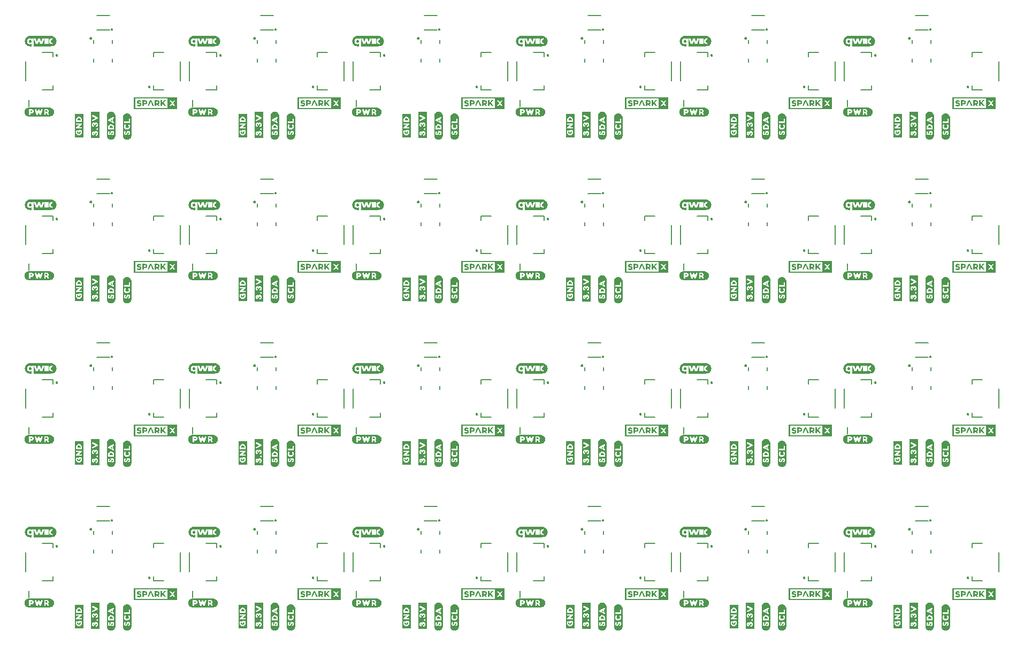
<source format=gto>
G04 EAGLE Gerber RS-274X export*
G75*
%MOMM*%
%FSLAX34Y34*%
%LPD*%
%INSilkscreen Top*%
%IPPOS*%
%AMOC8*
5,1,8,0,0,1.08239X$1,22.5*%
G01*
%ADD10C,0.203200*%

G36*
X244488Y85739D02*
X244488Y85739D01*
X244481Y85733D01*
X244475Y85741D01*
X175895Y85741D01*
X175848Y85705D01*
X175853Y85697D01*
X175846Y85691D01*
X175846Y66709D01*
X175882Y66661D01*
X175889Y66667D01*
X175895Y66659D01*
X244475Y66659D01*
X244522Y66695D01*
X244517Y66703D01*
X244524Y66709D01*
X244524Y85691D01*
X244488Y85739D01*
G37*
G36*
X1280842Y66695D02*
X1280842Y66695D01*
X1280837Y66703D01*
X1280844Y66709D01*
X1280844Y85691D01*
X1280808Y85739D01*
X1280801Y85733D01*
X1280795Y85741D01*
X1212215Y85741D01*
X1212168Y85705D01*
X1212173Y85697D01*
X1212166Y85691D01*
X1212166Y66709D01*
X1212202Y66661D01*
X1212209Y66667D01*
X1212215Y66659D01*
X1280795Y66659D01*
X1280842Y66695D01*
G37*
G36*
X1021762Y66695D02*
X1021762Y66695D01*
X1021757Y66703D01*
X1021764Y66709D01*
X1021764Y85691D01*
X1021728Y85739D01*
X1021721Y85733D01*
X1021715Y85741D01*
X953135Y85741D01*
X953088Y85705D01*
X953093Y85697D01*
X953086Y85691D01*
X953086Y66709D01*
X953122Y66661D01*
X953129Y66667D01*
X953135Y66659D01*
X1021715Y66659D01*
X1021762Y66695D01*
G37*
G36*
X1539922Y584855D02*
X1539922Y584855D01*
X1539917Y584863D01*
X1539924Y584869D01*
X1539924Y603851D01*
X1539888Y603899D01*
X1539881Y603893D01*
X1539875Y603901D01*
X1471295Y603901D01*
X1471248Y603865D01*
X1471253Y603857D01*
X1471246Y603851D01*
X1471246Y584869D01*
X1471282Y584821D01*
X1471289Y584827D01*
X1471295Y584819D01*
X1539875Y584819D01*
X1539922Y584855D01*
G37*
G36*
X503602Y325775D02*
X503602Y325775D01*
X503597Y325783D01*
X503604Y325789D01*
X503604Y344771D01*
X503568Y344819D01*
X503561Y344813D01*
X503555Y344821D01*
X434975Y344821D01*
X434928Y344785D01*
X434933Y344777D01*
X434926Y344771D01*
X434926Y325789D01*
X434962Y325741D01*
X434969Y325747D01*
X434975Y325739D01*
X503555Y325739D01*
X503602Y325775D01*
G37*
G36*
X762682Y325775D02*
X762682Y325775D01*
X762677Y325783D01*
X762684Y325789D01*
X762684Y344771D01*
X762648Y344819D01*
X762641Y344813D01*
X762635Y344821D01*
X694055Y344821D01*
X694008Y344785D01*
X694013Y344777D01*
X694006Y344771D01*
X694006Y325789D01*
X694042Y325741D01*
X694049Y325747D01*
X694055Y325739D01*
X762635Y325739D01*
X762682Y325775D01*
G37*
G36*
X503602Y66695D02*
X503602Y66695D01*
X503597Y66703D01*
X503604Y66709D01*
X503604Y85691D01*
X503568Y85739D01*
X503561Y85733D01*
X503555Y85741D01*
X434975Y85741D01*
X434928Y85705D01*
X434933Y85697D01*
X434926Y85691D01*
X434926Y66709D01*
X434962Y66661D01*
X434969Y66667D01*
X434975Y66659D01*
X503555Y66659D01*
X503602Y66695D01*
G37*
G36*
X1539922Y66695D02*
X1539922Y66695D01*
X1539917Y66703D01*
X1539924Y66709D01*
X1539924Y85691D01*
X1539888Y85739D01*
X1539881Y85733D01*
X1539875Y85741D01*
X1471295Y85741D01*
X1471248Y85705D01*
X1471253Y85697D01*
X1471246Y85691D01*
X1471246Y66709D01*
X1471282Y66661D01*
X1471289Y66667D01*
X1471295Y66659D01*
X1539875Y66659D01*
X1539922Y66695D01*
G37*
G36*
X762682Y66695D02*
X762682Y66695D01*
X762677Y66703D01*
X762684Y66709D01*
X762684Y85691D01*
X762648Y85739D01*
X762641Y85733D01*
X762635Y85741D01*
X694055Y85741D01*
X694008Y85705D01*
X694013Y85697D01*
X694006Y85691D01*
X694006Y66709D01*
X694042Y66661D01*
X694049Y66667D01*
X694055Y66659D01*
X762635Y66659D01*
X762682Y66695D01*
G37*
G36*
X762682Y584855D02*
X762682Y584855D01*
X762677Y584863D01*
X762684Y584869D01*
X762684Y603851D01*
X762648Y603899D01*
X762641Y603893D01*
X762635Y603901D01*
X694055Y603901D01*
X694008Y603865D01*
X694013Y603857D01*
X694006Y603851D01*
X694006Y584869D01*
X694042Y584821D01*
X694049Y584827D01*
X694055Y584819D01*
X762635Y584819D01*
X762682Y584855D01*
G37*
G36*
X503602Y584855D02*
X503602Y584855D01*
X503597Y584863D01*
X503604Y584869D01*
X503604Y603851D01*
X503568Y603899D01*
X503561Y603893D01*
X503555Y603901D01*
X434975Y603901D01*
X434928Y603865D01*
X434933Y603857D01*
X434926Y603851D01*
X434926Y584869D01*
X434962Y584821D01*
X434969Y584827D01*
X434975Y584819D01*
X503555Y584819D01*
X503602Y584855D01*
G37*
G36*
X1280842Y584855D02*
X1280842Y584855D01*
X1280837Y584863D01*
X1280844Y584869D01*
X1280844Y603851D01*
X1280808Y603899D01*
X1280801Y603893D01*
X1280795Y603901D01*
X1212215Y603901D01*
X1212168Y603865D01*
X1212173Y603857D01*
X1212166Y603851D01*
X1212166Y584869D01*
X1212202Y584821D01*
X1212209Y584827D01*
X1212215Y584819D01*
X1280795Y584819D01*
X1280842Y584855D01*
G37*
G36*
X1021762Y584855D02*
X1021762Y584855D01*
X1021757Y584863D01*
X1021764Y584869D01*
X1021764Y603851D01*
X1021728Y603899D01*
X1021721Y603893D01*
X1021715Y603901D01*
X953135Y603901D01*
X953088Y603865D01*
X953093Y603857D01*
X953086Y603851D01*
X953086Y584869D01*
X953122Y584821D01*
X953129Y584827D01*
X953135Y584819D01*
X1021715Y584819D01*
X1021762Y584855D01*
G37*
G36*
X244522Y584855D02*
X244522Y584855D01*
X244517Y584863D01*
X244524Y584869D01*
X244524Y603851D01*
X244488Y603899D01*
X244481Y603893D01*
X244475Y603901D01*
X175895Y603901D01*
X175848Y603865D01*
X175853Y603857D01*
X175846Y603851D01*
X175846Y584869D01*
X175882Y584821D01*
X175889Y584827D01*
X175895Y584819D01*
X244475Y584819D01*
X244522Y584855D01*
G37*
G36*
X244522Y843935D02*
X244522Y843935D01*
X244517Y843943D01*
X244524Y843949D01*
X244524Y862931D01*
X244488Y862979D01*
X244481Y862973D01*
X244475Y862981D01*
X175895Y862981D01*
X175848Y862945D01*
X175853Y862937D01*
X175846Y862931D01*
X175846Y843949D01*
X175882Y843901D01*
X175889Y843907D01*
X175895Y843899D01*
X244475Y843899D01*
X244522Y843935D01*
G37*
G36*
X762682Y843935D02*
X762682Y843935D01*
X762677Y843943D01*
X762684Y843949D01*
X762684Y862931D01*
X762648Y862979D01*
X762641Y862973D01*
X762635Y862981D01*
X694055Y862981D01*
X694008Y862945D01*
X694013Y862937D01*
X694006Y862931D01*
X694006Y843949D01*
X694042Y843901D01*
X694049Y843907D01*
X694055Y843899D01*
X762635Y843899D01*
X762682Y843935D01*
G37*
G36*
X1021762Y843935D02*
X1021762Y843935D01*
X1021757Y843943D01*
X1021764Y843949D01*
X1021764Y862931D01*
X1021728Y862979D01*
X1021721Y862973D01*
X1021715Y862981D01*
X953135Y862981D01*
X953088Y862945D01*
X953093Y862937D01*
X953086Y862931D01*
X953086Y843949D01*
X953122Y843901D01*
X953129Y843907D01*
X953135Y843899D01*
X1021715Y843899D01*
X1021762Y843935D01*
G37*
G36*
X503602Y843935D02*
X503602Y843935D01*
X503597Y843943D01*
X503604Y843949D01*
X503604Y862931D01*
X503568Y862979D01*
X503561Y862973D01*
X503555Y862981D01*
X434975Y862981D01*
X434928Y862945D01*
X434933Y862937D01*
X434926Y862931D01*
X434926Y843949D01*
X434962Y843901D01*
X434969Y843907D01*
X434975Y843899D01*
X503555Y843899D01*
X503602Y843935D01*
G37*
G36*
X1539922Y843935D02*
X1539922Y843935D01*
X1539917Y843943D01*
X1539924Y843949D01*
X1539924Y862931D01*
X1539888Y862979D01*
X1539881Y862973D01*
X1539875Y862981D01*
X1471295Y862981D01*
X1471248Y862945D01*
X1471253Y862937D01*
X1471246Y862931D01*
X1471246Y843949D01*
X1471282Y843901D01*
X1471289Y843907D01*
X1471295Y843899D01*
X1539875Y843899D01*
X1539922Y843935D01*
G37*
G36*
X1280842Y843935D02*
X1280842Y843935D01*
X1280837Y843943D01*
X1280844Y843949D01*
X1280844Y862931D01*
X1280808Y862979D01*
X1280801Y862973D01*
X1280795Y862981D01*
X1212215Y862981D01*
X1212168Y862945D01*
X1212173Y862937D01*
X1212166Y862931D01*
X1212166Y843949D01*
X1212202Y843901D01*
X1212209Y843907D01*
X1212215Y843899D01*
X1280795Y843899D01*
X1280842Y843935D01*
G37*
G36*
X1539922Y325775D02*
X1539922Y325775D01*
X1539917Y325783D01*
X1539924Y325789D01*
X1539924Y344771D01*
X1539888Y344819D01*
X1539881Y344813D01*
X1539875Y344821D01*
X1471295Y344821D01*
X1471248Y344785D01*
X1471253Y344777D01*
X1471246Y344771D01*
X1471246Y325789D01*
X1471282Y325741D01*
X1471289Y325747D01*
X1471295Y325739D01*
X1539875Y325739D01*
X1539922Y325775D01*
G37*
G36*
X1021762Y325775D02*
X1021762Y325775D01*
X1021757Y325783D01*
X1021764Y325789D01*
X1021764Y344771D01*
X1021728Y344819D01*
X1021721Y344813D01*
X1021715Y344821D01*
X953135Y344821D01*
X953088Y344785D01*
X953093Y344777D01*
X953086Y344771D01*
X953086Y325789D01*
X953122Y325741D01*
X953129Y325747D01*
X953135Y325739D01*
X1021715Y325739D01*
X1021762Y325775D01*
G37*
G36*
X1280842Y325775D02*
X1280842Y325775D01*
X1280837Y325783D01*
X1280844Y325789D01*
X1280844Y344771D01*
X1280808Y344819D01*
X1280801Y344813D01*
X1280795Y344821D01*
X1212215Y344821D01*
X1212168Y344785D01*
X1212173Y344777D01*
X1212166Y344771D01*
X1212166Y325789D01*
X1212202Y325741D01*
X1212209Y325747D01*
X1212215Y325739D01*
X1280795Y325739D01*
X1280842Y325775D01*
G37*
G36*
X244522Y325775D02*
X244522Y325775D01*
X244517Y325783D01*
X244524Y325789D01*
X244524Y344771D01*
X244488Y344819D01*
X244481Y344813D01*
X244475Y344821D01*
X175895Y344821D01*
X175848Y344785D01*
X175853Y344777D01*
X175846Y344771D01*
X175846Y325789D01*
X175882Y325741D01*
X175889Y325747D01*
X175895Y325739D01*
X244475Y325739D01*
X244522Y325775D01*
G37*
%LPC*%
G36*
X954947Y586680D02*
X954947Y586680D01*
X954947Y602040D01*
X1006345Y602040D01*
X1006345Y586680D01*
X954947Y586680D01*
G37*
%LPD*%
%LPC*%
G36*
X695867Y845760D02*
X695867Y845760D01*
X695867Y861120D01*
X747265Y861120D01*
X747265Y845760D01*
X695867Y845760D01*
G37*
%LPD*%
%LPC*%
G36*
X177707Y327600D02*
X177707Y327600D01*
X177707Y342960D01*
X229105Y342960D01*
X229105Y327600D01*
X177707Y327600D01*
G37*
%LPD*%
%LPC*%
G36*
X436787Y845760D02*
X436787Y845760D01*
X436787Y861120D01*
X488185Y861120D01*
X488185Y845760D01*
X436787Y845760D01*
G37*
%LPD*%
%LPC*%
G36*
X954947Y68520D02*
X954947Y68520D01*
X954947Y83880D01*
X1006345Y83880D01*
X1006345Y68520D01*
X954947Y68520D01*
G37*
%LPD*%
%LPC*%
G36*
X1473107Y845760D02*
X1473107Y845760D01*
X1473107Y861120D01*
X1524505Y861120D01*
X1524505Y845760D01*
X1473107Y845760D01*
G37*
%LPD*%
%LPC*%
G36*
X1214027Y327600D02*
X1214027Y327600D01*
X1214027Y342960D01*
X1265425Y342960D01*
X1265425Y327600D01*
X1214027Y327600D01*
G37*
%LPD*%
%LPC*%
G36*
X1214027Y845760D02*
X1214027Y845760D01*
X1214027Y861120D01*
X1265425Y861120D01*
X1265425Y845760D01*
X1214027Y845760D01*
G37*
%LPD*%
%LPC*%
G36*
X177707Y845760D02*
X177707Y845760D01*
X177707Y861120D01*
X229105Y861120D01*
X229105Y845760D01*
X177707Y845760D01*
G37*
%LPD*%
%LPC*%
G36*
X1473107Y586680D02*
X1473107Y586680D01*
X1473107Y602040D01*
X1524505Y602040D01*
X1524505Y586680D01*
X1473107Y586680D01*
G37*
%LPD*%
%LPC*%
G36*
X177707Y586680D02*
X177707Y586680D01*
X177707Y602040D01*
X229105Y602040D01*
X229105Y586680D01*
X177707Y586680D01*
G37*
%LPD*%
%LPC*%
G36*
X954947Y845760D02*
X954947Y845760D01*
X954947Y861120D01*
X1006345Y861120D01*
X1006345Y845760D01*
X954947Y845760D01*
G37*
%LPD*%
%LPC*%
G36*
X1214027Y68520D02*
X1214027Y68520D01*
X1214027Y83880D01*
X1265425Y83880D01*
X1265425Y68520D01*
X1214027Y68520D01*
G37*
%LPD*%
%LPC*%
G36*
X695867Y68520D02*
X695867Y68520D01*
X695867Y83880D01*
X747265Y83880D01*
X747265Y68520D01*
X695867Y68520D01*
G37*
%LPD*%
%LPC*%
G36*
X1473107Y68520D02*
X1473107Y68520D01*
X1473107Y83880D01*
X1524505Y83880D01*
X1524505Y68520D01*
X1473107Y68520D01*
G37*
%LPD*%
%LPC*%
G36*
X1214027Y586680D02*
X1214027Y586680D01*
X1214027Y602040D01*
X1265425Y602040D01*
X1265425Y586680D01*
X1214027Y586680D01*
G37*
%LPD*%
%LPC*%
G36*
X695867Y586680D02*
X695867Y586680D01*
X695867Y602040D01*
X747265Y602040D01*
X747265Y586680D01*
X695867Y586680D01*
G37*
%LPD*%
%LPC*%
G36*
X436787Y586680D02*
X436787Y586680D01*
X436787Y602040D01*
X488185Y602040D01*
X488185Y586680D01*
X436787Y586680D01*
G37*
%LPD*%
%LPC*%
G36*
X954947Y327600D02*
X954947Y327600D01*
X954947Y342960D01*
X1006345Y342960D01*
X1006345Y327600D01*
X954947Y327600D01*
G37*
%LPD*%
%LPC*%
G36*
X1473107Y327600D02*
X1473107Y327600D01*
X1473107Y342960D01*
X1524505Y342960D01*
X1524505Y327600D01*
X1473107Y327600D01*
G37*
%LPD*%
%LPC*%
G36*
X695867Y327600D02*
X695867Y327600D01*
X695867Y342960D01*
X747265Y342960D01*
X747265Y327600D01*
X695867Y327600D01*
G37*
%LPD*%
%LPC*%
G36*
X436787Y327600D02*
X436787Y327600D01*
X436787Y342960D01*
X488185Y342960D01*
X488185Y327600D01*
X436787Y327600D01*
G37*
%LPD*%
%LPC*%
G36*
X436787Y68520D02*
X436787Y68520D01*
X436787Y83880D01*
X488185Y83880D01*
X488185Y68520D01*
X436787Y68520D01*
G37*
%LPD*%
%LPC*%
G36*
X177707Y68520D02*
X177707Y68520D01*
X177707Y83880D01*
X229105Y83880D01*
X229105Y68520D01*
X177707Y68520D01*
G37*
%LPD*%
G36*
X1312802Y425378D02*
X1312802Y425378D01*
X1340299Y425378D01*
X1340301Y425379D01*
X1340303Y425378D01*
X1340830Y425411D01*
X1340831Y425411D01*
X1340833Y425411D01*
X1341885Y425517D01*
X1341887Y425519D01*
X1341891Y425518D01*
X1342407Y425625D01*
X1342409Y425627D01*
X1342412Y425626D01*
X1343423Y425940D01*
X1343424Y425942D01*
X1343428Y425942D01*
X1343913Y426147D01*
X1343915Y426149D01*
X1343919Y426149D01*
X1344848Y426654D01*
X1344850Y426657D01*
X1344854Y426657D01*
X1345288Y426955D01*
X1345289Y426958D01*
X1345292Y426959D01*
X1346108Y427632D01*
X1346109Y427635D01*
X1346113Y427637D01*
X1346478Y428016D01*
X1346479Y428018D01*
X1346481Y428020D01*
X1347154Y428835D01*
X1347155Y428839D01*
X1347159Y428842D01*
X1347440Y429287D01*
X1347440Y429289D01*
X1347442Y429291D01*
X1347947Y430220D01*
X1347946Y430224D01*
X1347950Y430228D01*
X1348136Y430721D01*
X1348135Y430723D01*
X1348137Y430725D01*
X1348451Y431735D01*
X1348450Y431739D01*
X1348453Y431743D01*
X1348538Y432263D01*
X1348537Y432264D01*
X1348539Y432267D01*
X1348645Y433319D01*
X1348643Y433322D01*
X1348645Y433326D01*
X1348637Y433852D01*
X1348635Y433854D01*
X1348636Y433858D01*
X1348530Y434910D01*
X1348528Y434912D01*
X1348529Y434916D01*
X1348427Y435432D01*
X1348425Y435434D01*
X1348425Y435438D01*
X1348112Y436448D01*
X1348109Y436450D01*
X1348110Y436454D01*
X1347908Y436940D01*
X1347906Y436942D01*
X1347906Y436946D01*
X1347401Y437875D01*
X1347399Y437877D01*
X1347398Y437881D01*
X1347103Y438317D01*
X1347101Y438318D01*
X1347100Y438322D01*
X1346427Y439137D01*
X1346424Y439138D01*
X1346422Y439142D01*
X1346045Y439510D01*
X1346043Y439511D01*
X1346042Y439514D01*
X1345226Y440187D01*
X1345222Y440187D01*
X1345220Y440191D01*
X1344776Y440475D01*
X1344774Y440475D01*
X1344773Y440478D01*
X1343843Y440982D01*
X1343839Y440982D01*
X1343836Y440986D01*
X1343344Y441175D01*
X1343342Y441175D01*
X1343340Y441176D01*
X1342330Y441490D01*
X1342327Y441489D01*
X1342322Y441492D01*
X1341804Y441582D01*
X1341802Y441581D01*
X1341799Y441582D01*
X1340747Y441688D01*
X1340506Y441713D01*
X1340503Y441711D01*
X1340500Y441713D01*
X1307184Y441713D01*
X1306655Y441708D01*
X1306653Y441706D01*
X1306650Y441707D01*
X1305071Y441548D01*
X1305067Y441545D01*
X1305059Y441546D01*
X1303544Y441076D01*
X1303540Y441071D01*
X1303532Y441071D01*
X1302139Y440314D01*
X1302136Y440309D01*
X1302129Y440307D01*
X1300911Y439291D01*
X1300909Y439286D01*
X1300902Y439282D01*
X1299904Y438051D01*
X1299904Y438046D01*
X1299898Y438041D01*
X1299393Y437112D01*
X1299394Y437111D01*
X1299392Y437110D01*
X1299157Y436638D01*
X1299158Y436633D01*
X1299153Y436628D01*
X1298840Y435618D01*
X1298840Y435617D01*
X1298839Y435616D01*
X1298700Y435108D01*
X1298701Y435103D01*
X1298698Y435097D01*
X1298545Y433519D01*
X1298548Y433514D01*
X1298545Y433506D01*
X1298705Y431928D01*
X1298708Y431924D01*
X1298707Y431916D01*
X1299173Y430400D01*
X1299177Y430396D01*
X1299178Y430388D01*
X1299929Y428992D01*
X1299934Y428989D01*
X1299936Y428982D01*
X1299999Y428906D01*
X1300206Y428655D01*
X1300207Y428655D01*
X1300414Y428404D01*
X1300622Y428153D01*
X1300830Y427902D01*
X1300947Y427760D01*
X1300953Y427758D01*
X1300956Y427751D01*
X1302186Y426750D01*
X1302191Y426750D01*
X1302196Y426744D01*
X1303596Y426000D01*
X1303601Y426001D01*
X1303607Y425995D01*
X1305125Y425538D01*
X1305130Y425540D01*
X1305137Y425536D01*
X1306715Y425378D01*
X1306718Y425379D01*
X1306721Y425378D01*
X1309218Y425378D01*
X1309237Y425390D01*
X1309260Y425394D01*
X1309266Y425409D01*
X1309275Y425414D01*
X1309273Y425425D01*
X1309280Y425441D01*
X1309279Y425590D01*
X1309279Y429973D01*
X1309272Y429984D01*
X1309274Y429997D01*
X1309255Y430010D01*
X1309242Y430030D01*
X1309229Y430028D01*
X1309218Y430036D01*
X1309184Y430022D01*
X1309175Y430020D01*
X1309173Y430017D01*
X1309170Y430016D01*
X1308948Y429777D01*
X1308567Y429423D01*
X1308134Y429139D01*
X1307662Y428926D01*
X1307160Y428800D01*
X1306644Y428743D01*
X1306123Y428764D01*
X1305604Y428813D01*
X1305102Y428950D01*
X1304611Y429120D01*
X1304158Y429374D01*
X1303741Y429682D01*
X1303354Y430028D01*
X1303046Y430447D01*
X1302769Y430887D01*
X1302554Y431362D01*
X1302394Y431857D01*
X1302269Y432364D01*
X1302170Y433406D01*
X1302235Y434450D01*
X1302350Y434959D01*
X1302483Y435464D01*
X1302699Y435937D01*
X1302953Y436392D01*
X1303259Y436812D01*
X1303631Y437173D01*
X1304034Y437498D01*
X1304488Y437751D01*
X1304972Y437939D01*
X1305469Y438090D01*
X1306510Y438170D01*
X1307027Y438121D01*
X1307533Y438006D01*
X1308015Y437816D01*
X1308457Y437547D01*
X1308858Y437214D01*
X1309173Y436919D01*
X1309184Y436917D01*
X1309190Y436908D01*
X1309215Y436912D01*
X1309240Y436907D01*
X1309246Y436916D01*
X1309257Y436918D01*
X1309276Y436959D01*
X1309279Y436963D01*
X1309278Y436964D01*
X1309279Y436965D01*
X1309279Y438020D01*
X1309283Y438073D01*
X1312228Y438073D01*
X1312228Y425433D01*
X1312240Y425414D01*
X1312244Y425391D01*
X1312259Y425385D01*
X1312264Y425376D01*
X1312275Y425378D01*
X1312291Y425371D01*
X1312802Y425378D01*
G37*
G36*
X794642Y684458D02*
X794642Y684458D01*
X822139Y684458D01*
X822141Y684459D01*
X822143Y684458D01*
X822670Y684491D01*
X822671Y684491D01*
X822673Y684491D01*
X823725Y684597D01*
X823727Y684599D01*
X823731Y684598D01*
X824247Y684705D01*
X824249Y684707D01*
X824252Y684706D01*
X825263Y685020D01*
X825264Y685022D01*
X825268Y685022D01*
X825753Y685227D01*
X825755Y685229D01*
X825759Y685229D01*
X826688Y685734D01*
X826690Y685737D01*
X826694Y685737D01*
X827128Y686035D01*
X827129Y686038D01*
X827132Y686039D01*
X827948Y686712D01*
X827949Y686715D01*
X827953Y686717D01*
X828318Y687096D01*
X828319Y687098D01*
X828321Y687100D01*
X828994Y687915D01*
X828995Y687919D01*
X828999Y687922D01*
X829280Y688367D01*
X829280Y688369D01*
X829282Y688371D01*
X829787Y689300D01*
X829786Y689304D01*
X829790Y689308D01*
X829976Y689801D01*
X829975Y689803D01*
X829977Y689805D01*
X830291Y690815D01*
X830290Y690819D01*
X830293Y690823D01*
X830378Y691343D01*
X830377Y691344D01*
X830379Y691347D01*
X830485Y692399D01*
X830483Y692402D01*
X830485Y692406D01*
X830477Y692932D01*
X830475Y692934D01*
X830476Y692938D01*
X830370Y693990D01*
X830368Y693992D01*
X830369Y693996D01*
X830267Y694512D01*
X830265Y694514D01*
X830265Y694518D01*
X829952Y695528D01*
X829949Y695530D01*
X829950Y695534D01*
X829748Y696020D01*
X829746Y696022D01*
X829746Y696026D01*
X829241Y696955D01*
X829239Y696957D01*
X829238Y696961D01*
X828943Y697397D01*
X828941Y697398D01*
X828940Y697402D01*
X828267Y698217D01*
X828264Y698218D01*
X828262Y698222D01*
X827885Y698590D01*
X827883Y698591D01*
X827882Y698594D01*
X827066Y699267D01*
X827062Y699267D01*
X827060Y699271D01*
X826616Y699555D01*
X826614Y699555D01*
X826613Y699558D01*
X825683Y700062D01*
X825679Y700062D01*
X825676Y700066D01*
X825184Y700255D01*
X825182Y700255D01*
X825180Y700256D01*
X824170Y700570D01*
X824167Y700569D01*
X824162Y700572D01*
X823644Y700662D01*
X823642Y700661D01*
X823639Y700662D01*
X822587Y700768D01*
X822346Y700793D01*
X822343Y700791D01*
X822340Y700793D01*
X789024Y700793D01*
X788495Y700788D01*
X788493Y700786D01*
X788490Y700787D01*
X786911Y700628D01*
X786907Y700625D01*
X786899Y700626D01*
X785384Y700156D01*
X785380Y700151D01*
X785372Y700151D01*
X783979Y699394D01*
X783976Y699389D01*
X783969Y699387D01*
X782751Y698371D01*
X782749Y698366D01*
X782742Y698362D01*
X781744Y697131D01*
X781744Y697126D01*
X781738Y697121D01*
X781233Y696192D01*
X781234Y696191D01*
X781232Y696190D01*
X780997Y695718D01*
X780998Y695713D01*
X780993Y695708D01*
X780680Y694698D01*
X780680Y694697D01*
X780679Y694696D01*
X780540Y694188D01*
X780541Y694183D01*
X780538Y694177D01*
X780385Y692599D01*
X780388Y692594D01*
X780385Y692586D01*
X780545Y691008D01*
X780548Y691004D01*
X780547Y690996D01*
X781013Y689480D01*
X781017Y689476D01*
X781018Y689468D01*
X781769Y688072D01*
X781774Y688069D01*
X781776Y688062D01*
X781839Y687986D01*
X782046Y687735D01*
X782047Y687735D01*
X782254Y687484D01*
X782462Y687233D01*
X782670Y686982D01*
X782787Y686840D01*
X782793Y686838D01*
X782796Y686831D01*
X784026Y685830D01*
X784031Y685830D01*
X784036Y685824D01*
X785436Y685080D01*
X785441Y685081D01*
X785447Y685075D01*
X786965Y684618D01*
X786970Y684620D01*
X786977Y684616D01*
X788555Y684458D01*
X788558Y684459D01*
X788561Y684458D01*
X791058Y684458D01*
X791077Y684470D01*
X791100Y684474D01*
X791106Y684489D01*
X791115Y684494D01*
X791113Y684505D01*
X791120Y684521D01*
X791119Y684670D01*
X791119Y689053D01*
X791112Y689064D01*
X791114Y689077D01*
X791095Y689090D01*
X791082Y689110D01*
X791069Y689108D01*
X791058Y689116D01*
X791024Y689102D01*
X791015Y689100D01*
X791013Y689097D01*
X791010Y689096D01*
X790788Y688857D01*
X790407Y688503D01*
X789974Y688219D01*
X789502Y688006D01*
X789000Y687880D01*
X788484Y687823D01*
X787963Y687844D01*
X787444Y687893D01*
X786942Y688030D01*
X786451Y688200D01*
X785998Y688454D01*
X785581Y688762D01*
X785194Y689108D01*
X784886Y689527D01*
X784609Y689967D01*
X784394Y690442D01*
X784234Y690937D01*
X784109Y691444D01*
X784010Y692486D01*
X784075Y693530D01*
X784190Y694039D01*
X784323Y694544D01*
X784539Y695017D01*
X784793Y695472D01*
X785099Y695892D01*
X785471Y696253D01*
X785874Y696578D01*
X786328Y696831D01*
X786812Y697019D01*
X787309Y697170D01*
X788350Y697250D01*
X788867Y697201D01*
X789373Y697086D01*
X789855Y696896D01*
X790297Y696627D01*
X790698Y696294D01*
X791013Y695999D01*
X791024Y695997D01*
X791030Y695988D01*
X791055Y695992D01*
X791080Y695987D01*
X791086Y695996D01*
X791097Y695998D01*
X791116Y696039D01*
X791119Y696043D01*
X791118Y696044D01*
X791119Y696045D01*
X791119Y697100D01*
X791123Y697153D01*
X794068Y697153D01*
X794068Y684513D01*
X794080Y684494D01*
X794084Y684471D01*
X794099Y684465D01*
X794104Y684456D01*
X794115Y684458D01*
X794131Y684451D01*
X794642Y684458D01*
G37*
G36*
X535562Y425378D02*
X535562Y425378D01*
X563059Y425378D01*
X563061Y425379D01*
X563063Y425378D01*
X563590Y425411D01*
X563591Y425411D01*
X563593Y425411D01*
X564645Y425517D01*
X564647Y425519D01*
X564651Y425518D01*
X565167Y425625D01*
X565169Y425627D01*
X565172Y425626D01*
X566183Y425940D01*
X566184Y425942D01*
X566188Y425942D01*
X566673Y426147D01*
X566675Y426149D01*
X566679Y426149D01*
X567608Y426654D01*
X567610Y426657D01*
X567614Y426657D01*
X568048Y426955D01*
X568049Y426958D01*
X568052Y426959D01*
X568868Y427632D01*
X568869Y427635D01*
X568873Y427637D01*
X569238Y428016D01*
X569239Y428018D01*
X569241Y428020D01*
X569914Y428835D01*
X569915Y428839D01*
X569919Y428842D01*
X570200Y429287D01*
X570200Y429289D01*
X570202Y429291D01*
X570707Y430220D01*
X570706Y430224D01*
X570710Y430228D01*
X570896Y430721D01*
X570895Y430723D01*
X570897Y430725D01*
X571211Y431735D01*
X571210Y431739D01*
X571213Y431743D01*
X571298Y432263D01*
X571297Y432264D01*
X571299Y432267D01*
X571405Y433319D01*
X571403Y433322D01*
X571405Y433326D01*
X571397Y433852D01*
X571395Y433854D01*
X571396Y433858D01*
X571290Y434910D01*
X571288Y434912D01*
X571289Y434916D01*
X571187Y435432D01*
X571185Y435434D01*
X571185Y435438D01*
X570872Y436448D01*
X570869Y436450D01*
X570870Y436454D01*
X570668Y436940D01*
X570666Y436942D01*
X570666Y436946D01*
X570161Y437875D01*
X570159Y437877D01*
X570158Y437881D01*
X569863Y438317D01*
X569861Y438318D01*
X569860Y438322D01*
X569187Y439137D01*
X569184Y439138D01*
X569182Y439142D01*
X568805Y439510D01*
X568803Y439511D01*
X568802Y439514D01*
X567986Y440187D01*
X567982Y440187D01*
X567980Y440191D01*
X567536Y440475D01*
X567534Y440475D01*
X567533Y440478D01*
X566603Y440982D01*
X566599Y440982D01*
X566596Y440986D01*
X566104Y441175D01*
X566102Y441175D01*
X566100Y441176D01*
X565090Y441490D01*
X565087Y441489D01*
X565082Y441492D01*
X564564Y441582D01*
X564562Y441581D01*
X564559Y441582D01*
X563507Y441688D01*
X563266Y441713D01*
X563263Y441711D01*
X563260Y441713D01*
X529944Y441713D01*
X529415Y441708D01*
X529413Y441706D01*
X529410Y441707D01*
X527831Y441548D01*
X527827Y441545D01*
X527819Y441546D01*
X526304Y441076D01*
X526300Y441071D01*
X526292Y441071D01*
X524899Y440314D01*
X524896Y440309D01*
X524889Y440307D01*
X523671Y439291D01*
X523669Y439286D01*
X523662Y439282D01*
X522664Y438051D01*
X522664Y438046D01*
X522658Y438041D01*
X522153Y437112D01*
X522154Y437111D01*
X522152Y437110D01*
X521917Y436638D01*
X521918Y436633D01*
X521913Y436628D01*
X521600Y435618D01*
X521600Y435617D01*
X521599Y435616D01*
X521460Y435108D01*
X521461Y435103D01*
X521458Y435097D01*
X521305Y433519D01*
X521308Y433514D01*
X521305Y433506D01*
X521465Y431928D01*
X521468Y431924D01*
X521467Y431916D01*
X521933Y430400D01*
X521937Y430396D01*
X521938Y430388D01*
X522689Y428992D01*
X522694Y428989D01*
X522696Y428982D01*
X522759Y428906D01*
X522966Y428655D01*
X522967Y428655D01*
X523174Y428404D01*
X523382Y428153D01*
X523590Y427902D01*
X523707Y427760D01*
X523713Y427758D01*
X523716Y427751D01*
X524946Y426750D01*
X524951Y426750D01*
X524956Y426744D01*
X526356Y426000D01*
X526361Y426001D01*
X526367Y425995D01*
X527885Y425538D01*
X527890Y425540D01*
X527897Y425536D01*
X529475Y425378D01*
X529478Y425379D01*
X529481Y425378D01*
X531978Y425378D01*
X531997Y425390D01*
X532020Y425394D01*
X532026Y425409D01*
X532035Y425414D01*
X532033Y425425D01*
X532040Y425441D01*
X532039Y425590D01*
X532039Y429973D01*
X532032Y429984D01*
X532034Y429997D01*
X532015Y430010D01*
X532002Y430030D01*
X531989Y430028D01*
X531978Y430036D01*
X531944Y430022D01*
X531935Y430020D01*
X531933Y430017D01*
X531930Y430016D01*
X531708Y429777D01*
X531327Y429423D01*
X530894Y429139D01*
X530422Y428926D01*
X529920Y428800D01*
X529404Y428743D01*
X528883Y428764D01*
X528364Y428813D01*
X527862Y428950D01*
X527371Y429120D01*
X526918Y429374D01*
X526501Y429682D01*
X526114Y430028D01*
X525806Y430447D01*
X525529Y430887D01*
X525314Y431362D01*
X525154Y431857D01*
X525029Y432364D01*
X524930Y433406D01*
X524995Y434450D01*
X525110Y434959D01*
X525243Y435464D01*
X525459Y435937D01*
X525713Y436392D01*
X526019Y436812D01*
X526391Y437173D01*
X526794Y437498D01*
X527248Y437751D01*
X527732Y437939D01*
X528229Y438090D01*
X529270Y438170D01*
X529787Y438121D01*
X530293Y438006D01*
X530775Y437816D01*
X531217Y437547D01*
X531618Y437214D01*
X531933Y436919D01*
X531944Y436917D01*
X531950Y436908D01*
X531975Y436912D01*
X532000Y436907D01*
X532006Y436916D01*
X532017Y436918D01*
X532036Y436959D01*
X532039Y436963D01*
X532038Y436964D01*
X532039Y436965D01*
X532039Y438020D01*
X532043Y438073D01*
X534988Y438073D01*
X534988Y425433D01*
X535000Y425414D01*
X535004Y425391D01*
X535019Y425385D01*
X535024Y425376D01*
X535035Y425378D01*
X535051Y425371D01*
X535562Y425378D01*
G37*
G36*
X1053722Y425378D02*
X1053722Y425378D01*
X1081219Y425378D01*
X1081221Y425379D01*
X1081223Y425378D01*
X1081750Y425411D01*
X1081751Y425411D01*
X1081753Y425411D01*
X1082805Y425517D01*
X1082807Y425519D01*
X1082811Y425518D01*
X1083327Y425625D01*
X1083329Y425627D01*
X1083332Y425626D01*
X1084343Y425940D01*
X1084344Y425942D01*
X1084348Y425942D01*
X1084833Y426147D01*
X1084835Y426149D01*
X1084839Y426149D01*
X1085768Y426654D01*
X1085770Y426657D01*
X1085774Y426657D01*
X1086208Y426955D01*
X1086209Y426958D01*
X1086212Y426959D01*
X1087028Y427632D01*
X1087029Y427635D01*
X1087033Y427637D01*
X1087398Y428016D01*
X1087399Y428018D01*
X1087401Y428020D01*
X1088074Y428835D01*
X1088075Y428839D01*
X1088079Y428842D01*
X1088360Y429287D01*
X1088360Y429289D01*
X1088362Y429291D01*
X1088867Y430220D01*
X1088866Y430224D01*
X1088870Y430228D01*
X1089056Y430721D01*
X1089055Y430723D01*
X1089057Y430725D01*
X1089371Y431735D01*
X1089370Y431739D01*
X1089373Y431743D01*
X1089458Y432263D01*
X1089457Y432264D01*
X1089459Y432267D01*
X1089565Y433319D01*
X1089563Y433322D01*
X1089565Y433326D01*
X1089557Y433852D01*
X1089555Y433854D01*
X1089556Y433858D01*
X1089450Y434910D01*
X1089448Y434912D01*
X1089449Y434916D01*
X1089347Y435432D01*
X1089345Y435434D01*
X1089345Y435438D01*
X1089032Y436448D01*
X1089029Y436450D01*
X1089030Y436454D01*
X1088828Y436940D01*
X1088826Y436942D01*
X1088826Y436946D01*
X1088321Y437875D01*
X1088319Y437877D01*
X1088318Y437881D01*
X1088023Y438317D01*
X1088021Y438318D01*
X1088020Y438322D01*
X1087347Y439137D01*
X1087344Y439138D01*
X1087342Y439142D01*
X1086965Y439510D01*
X1086963Y439511D01*
X1086962Y439514D01*
X1086146Y440187D01*
X1086142Y440187D01*
X1086140Y440191D01*
X1085696Y440475D01*
X1085694Y440475D01*
X1085693Y440478D01*
X1084763Y440982D01*
X1084759Y440982D01*
X1084756Y440986D01*
X1084264Y441175D01*
X1084262Y441175D01*
X1084260Y441176D01*
X1083250Y441490D01*
X1083247Y441489D01*
X1083242Y441492D01*
X1082724Y441582D01*
X1082722Y441581D01*
X1082719Y441582D01*
X1081667Y441688D01*
X1081426Y441713D01*
X1081423Y441711D01*
X1081420Y441713D01*
X1048104Y441713D01*
X1047575Y441708D01*
X1047573Y441706D01*
X1047570Y441707D01*
X1045991Y441548D01*
X1045987Y441545D01*
X1045979Y441546D01*
X1044464Y441076D01*
X1044460Y441071D01*
X1044452Y441071D01*
X1043059Y440314D01*
X1043056Y440309D01*
X1043049Y440307D01*
X1041831Y439291D01*
X1041829Y439286D01*
X1041822Y439282D01*
X1040824Y438051D01*
X1040824Y438046D01*
X1040818Y438041D01*
X1040313Y437112D01*
X1040314Y437111D01*
X1040312Y437110D01*
X1040077Y436638D01*
X1040078Y436633D01*
X1040073Y436628D01*
X1039760Y435618D01*
X1039760Y435617D01*
X1039759Y435616D01*
X1039620Y435108D01*
X1039621Y435103D01*
X1039618Y435097D01*
X1039465Y433519D01*
X1039468Y433514D01*
X1039465Y433506D01*
X1039625Y431928D01*
X1039628Y431924D01*
X1039627Y431916D01*
X1040093Y430400D01*
X1040097Y430396D01*
X1040098Y430388D01*
X1040849Y428992D01*
X1040854Y428989D01*
X1040856Y428982D01*
X1040919Y428906D01*
X1041126Y428655D01*
X1041127Y428655D01*
X1041334Y428404D01*
X1041542Y428153D01*
X1041750Y427902D01*
X1041867Y427760D01*
X1041873Y427758D01*
X1041876Y427751D01*
X1043106Y426750D01*
X1043111Y426750D01*
X1043116Y426744D01*
X1044516Y426000D01*
X1044521Y426001D01*
X1044527Y425995D01*
X1046045Y425538D01*
X1046050Y425540D01*
X1046057Y425536D01*
X1047635Y425378D01*
X1047638Y425379D01*
X1047641Y425378D01*
X1050138Y425378D01*
X1050157Y425390D01*
X1050180Y425394D01*
X1050186Y425409D01*
X1050195Y425414D01*
X1050193Y425425D01*
X1050200Y425441D01*
X1050199Y425590D01*
X1050199Y429973D01*
X1050192Y429984D01*
X1050194Y429997D01*
X1050175Y430010D01*
X1050162Y430030D01*
X1050149Y430028D01*
X1050138Y430036D01*
X1050104Y430022D01*
X1050095Y430020D01*
X1050093Y430017D01*
X1050090Y430016D01*
X1049868Y429777D01*
X1049487Y429423D01*
X1049054Y429139D01*
X1048582Y428926D01*
X1048080Y428800D01*
X1047564Y428743D01*
X1047043Y428764D01*
X1046524Y428813D01*
X1046022Y428950D01*
X1045531Y429120D01*
X1045078Y429374D01*
X1044661Y429682D01*
X1044274Y430028D01*
X1043966Y430447D01*
X1043689Y430887D01*
X1043474Y431362D01*
X1043314Y431857D01*
X1043189Y432364D01*
X1043090Y433406D01*
X1043155Y434450D01*
X1043270Y434959D01*
X1043403Y435464D01*
X1043619Y435937D01*
X1043873Y436392D01*
X1044179Y436812D01*
X1044551Y437173D01*
X1044954Y437498D01*
X1045408Y437751D01*
X1045892Y437939D01*
X1046389Y438090D01*
X1047430Y438170D01*
X1047947Y438121D01*
X1048453Y438006D01*
X1048935Y437816D01*
X1049377Y437547D01*
X1049778Y437214D01*
X1050093Y436919D01*
X1050104Y436917D01*
X1050110Y436908D01*
X1050135Y436912D01*
X1050160Y436907D01*
X1050166Y436916D01*
X1050177Y436918D01*
X1050196Y436959D01*
X1050199Y436963D01*
X1050198Y436964D01*
X1050199Y436965D01*
X1050199Y438020D01*
X1050203Y438073D01*
X1053148Y438073D01*
X1053148Y425433D01*
X1053160Y425414D01*
X1053164Y425391D01*
X1053179Y425385D01*
X1053184Y425376D01*
X1053195Y425378D01*
X1053211Y425371D01*
X1053722Y425378D01*
G37*
G36*
X794642Y166298D02*
X794642Y166298D01*
X822139Y166298D01*
X822141Y166299D01*
X822143Y166298D01*
X822670Y166331D01*
X822671Y166331D01*
X822673Y166331D01*
X823725Y166437D01*
X823727Y166439D01*
X823731Y166438D01*
X824247Y166545D01*
X824249Y166547D01*
X824252Y166546D01*
X825263Y166860D01*
X825264Y166862D01*
X825268Y166862D01*
X825753Y167067D01*
X825755Y167069D01*
X825759Y167069D01*
X826688Y167574D01*
X826690Y167577D01*
X826694Y167577D01*
X827128Y167875D01*
X827129Y167878D01*
X827132Y167879D01*
X827948Y168552D01*
X827949Y168555D01*
X827953Y168557D01*
X828318Y168936D01*
X828319Y168938D01*
X828321Y168940D01*
X828994Y169755D01*
X828995Y169759D01*
X828999Y169762D01*
X829280Y170207D01*
X829280Y170209D01*
X829282Y170211D01*
X829787Y171140D01*
X829786Y171144D01*
X829790Y171148D01*
X829976Y171641D01*
X829975Y171643D01*
X829977Y171645D01*
X830291Y172655D01*
X830290Y172659D01*
X830293Y172663D01*
X830378Y173183D01*
X830377Y173184D01*
X830379Y173187D01*
X830485Y174239D01*
X830483Y174242D01*
X830485Y174246D01*
X830477Y174772D01*
X830475Y174774D01*
X830476Y174778D01*
X830370Y175830D01*
X830368Y175832D01*
X830369Y175836D01*
X830267Y176352D01*
X830265Y176354D01*
X830265Y176358D01*
X829952Y177368D01*
X829949Y177370D01*
X829950Y177374D01*
X829748Y177860D01*
X829746Y177862D01*
X829746Y177866D01*
X829241Y178795D01*
X829239Y178797D01*
X829238Y178801D01*
X828943Y179237D01*
X828941Y179238D01*
X828940Y179242D01*
X828267Y180057D01*
X828264Y180058D01*
X828262Y180062D01*
X827885Y180430D01*
X827883Y180431D01*
X827882Y180434D01*
X827066Y181107D01*
X827062Y181107D01*
X827060Y181111D01*
X826616Y181395D01*
X826614Y181395D01*
X826613Y181398D01*
X825683Y181902D01*
X825679Y181902D01*
X825676Y181906D01*
X825184Y182095D01*
X825182Y182095D01*
X825180Y182096D01*
X824170Y182410D01*
X824167Y182409D01*
X824162Y182412D01*
X823644Y182502D01*
X823642Y182501D01*
X823639Y182502D01*
X822587Y182608D01*
X822346Y182633D01*
X822343Y182631D01*
X822340Y182633D01*
X789024Y182633D01*
X788495Y182628D01*
X788493Y182626D01*
X788490Y182627D01*
X786911Y182468D01*
X786907Y182465D01*
X786899Y182466D01*
X785384Y181996D01*
X785380Y181991D01*
X785372Y181991D01*
X783979Y181234D01*
X783976Y181229D01*
X783969Y181227D01*
X782751Y180211D01*
X782749Y180206D01*
X782742Y180202D01*
X781744Y178971D01*
X781744Y178966D01*
X781738Y178961D01*
X781233Y178032D01*
X781234Y178031D01*
X781232Y178030D01*
X780997Y177558D01*
X780998Y177553D01*
X780993Y177548D01*
X780680Y176538D01*
X780680Y176537D01*
X780679Y176536D01*
X780540Y176028D01*
X780541Y176023D01*
X780538Y176017D01*
X780385Y174439D01*
X780388Y174434D01*
X780385Y174426D01*
X780545Y172848D01*
X780548Y172844D01*
X780547Y172836D01*
X781013Y171320D01*
X781017Y171316D01*
X781018Y171308D01*
X781769Y169912D01*
X781774Y169909D01*
X781776Y169902D01*
X781839Y169826D01*
X782046Y169575D01*
X782047Y169575D01*
X782254Y169324D01*
X782462Y169073D01*
X782670Y168822D01*
X782787Y168680D01*
X782793Y168678D01*
X782796Y168671D01*
X784026Y167670D01*
X784031Y167670D01*
X784036Y167664D01*
X785436Y166920D01*
X785441Y166921D01*
X785447Y166915D01*
X786965Y166458D01*
X786970Y166460D01*
X786977Y166456D01*
X788555Y166298D01*
X788558Y166299D01*
X788561Y166298D01*
X791058Y166298D01*
X791077Y166310D01*
X791100Y166314D01*
X791106Y166329D01*
X791115Y166334D01*
X791113Y166345D01*
X791120Y166361D01*
X791119Y166510D01*
X791119Y170893D01*
X791112Y170904D01*
X791114Y170917D01*
X791095Y170930D01*
X791082Y170950D01*
X791069Y170948D01*
X791058Y170956D01*
X791024Y170942D01*
X791015Y170940D01*
X791013Y170937D01*
X791010Y170936D01*
X790788Y170697D01*
X790407Y170343D01*
X789974Y170059D01*
X789502Y169846D01*
X789000Y169720D01*
X788484Y169663D01*
X787963Y169684D01*
X787444Y169733D01*
X786942Y169870D01*
X786451Y170040D01*
X785998Y170294D01*
X785581Y170602D01*
X785194Y170948D01*
X784886Y171367D01*
X784609Y171807D01*
X784394Y172282D01*
X784234Y172777D01*
X784109Y173284D01*
X784010Y174326D01*
X784075Y175370D01*
X784190Y175879D01*
X784323Y176384D01*
X784539Y176857D01*
X784793Y177312D01*
X785099Y177732D01*
X785471Y178093D01*
X785874Y178418D01*
X786328Y178671D01*
X786812Y178859D01*
X787309Y179010D01*
X788350Y179090D01*
X788867Y179041D01*
X789373Y178926D01*
X789855Y178736D01*
X790297Y178467D01*
X790698Y178134D01*
X791013Y177839D01*
X791024Y177837D01*
X791030Y177828D01*
X791055Y177832D01*
X791080Y177827D01*
X791086Y177836D01*
X791097Y177838D01*
X791116Y177879D01*
X791119Y177883D01*
X791118Y177884D01*
X791119Y177885D01*
X791119Y178940D01*
X791123Y178993D01*
X794068Y178993D01*
X794068Y166353D01*
X794080Y166334D01*
X794084Y166311D01*
X794099Y166305D01*
X794104Y166296D01*
X794115Y166298D01*
X794131Y166291D01*
X794642Y166298D01*
G37*
G36*
X276482Y166298D02*
X276482Y166298D01*
X303979Y166298D01*
X303981Y166299D01*
X303983Y166298D01*
X304510Y166331D01*
X304511Y166331D01*
X304513Y166331D01*
X305565Y166437D01*
X305567Y166439D01*
X305571Y166438D01*
X306087Y166545D01*
X306089Y166547D01*
X306092Y166546D01*
X307103Y166860D01*
X307104Y166862D01*
X307108Y166862D01*
X307593Y167067D01*
X307595Y167069D01*
X307599Y167069D01*
X308528Y167574D01*
X308530Y167577D01*
X308534Y167577D01*
X308968Y167875D01*
X308969Y167878D01*
X308972Y167879D01*
X309788Y168552D01*
X309789Y168555D01*
X309793Y168557D01*
X310158Y168936D01*
X310159Y168938D01*
X310161Y168940D01*
X310834Y169755D01*
X310835Y169759D01*
X310839Y169762D01*
X311120Y170207D01*
X311120Y170209D01*
X311122Y170211D01*
X311627Y171140D01*
X311626Y171144D01*
X311630Y171148D01*
X311816Y171641D01*
X311815Y171643D01*
X311817Y171645D01*
X312131Y172655D01*
X312130Y172659D01*
X312133Y172663D01*
X312218Y173183D01*
X312217Y173184D01*
X312219Y173187D01*
X312325Y174239D01*
X312323Y174242D01*
X312325Y174246D01*
X312317Y174772D01*
X312315Y174774D01*
X312316Y174778D01*
X312210Y175830D01*
X312208Y175832D01*
X312209Y175836D01*
X312107Y176352D01*
X312105Y176354D01*
X312105Y176358D01*
X311792Y177368D01*
X311789Y177370D01*
X311790Y177374D01*
X311588Y177860D01*
X311586Y177862D01*
X311586Y177866D01*
X311081Y178795D01*
X311079Y178797D01*
X311078Y178801D01*
X310783Y179237D01*
X310781Y179238D01*
X310780Y179242D01*
X310107Y180057D01*
X310104Y180058D01*
X310102Y180062D01*
X309725Y180430D01*
X309723Y180431D01*
X309722Y180434D01*
X308906Y181107D01*
X308902Y181107D01*
X308900Y181111D01*
X308456Y181395D01*
X308454Y181395D01*
X308453Y181398D01*
X307523Y181902D01*
X307519Y181902D01*
X307516Y181906D01*
X307024Y182095D01*
X307022Y182095D01*
X307020Y182096D01*
X306010Y182410D01*
X306007Y182409D01*
X306002Y182412D01*
X305484Y182502D01*
X305482Y182501D01*
X305479Y182502D01*
X304427Y182608D01*
X304186Y182633D01*
X304183Y182631D01*
X304180Y182633D01*
X270864Y182633D01*
X270335Y182628D01*
X270333Y182626D01*
X270330Y182627D01*
X268751Y182468D01*
X268747Y182465D01*
X268739Y182466D01*
X267224Y181996D01*
X267220Y181991D01*
X267212Y181991D01*
X265819Y181234D01*
X265816Y181229D01*
X265809Y181227D01*
X264591Y180211D01*
X264589Y180206D01*
X264582Y180202D01*
X263584Y178971D01*
X263584Y178966D01*
X263578Y178961D01*
X263073Y178032D01*
X263074Y178031D01*
X263072Y178030D01*
X262837Y177558D01*
X262838Y177553D01*
X262833Y177548D01*
X262520Y176538D01*
X262520Y176537D01*
X262519Y176536D01*
X262380Y176028D01*
X262381Y176023D01*
X262378Y176017D01*
X262225Y174439D01*
X262228Y174434D01*
X262225Y174426D01*
X262385Y172848D01*
X262388Y172844D01*
X262387Y172836D01*
X262853Y171320D01*
X262857Y171316D01*
X262858Y171308D01*
X263609Y169912D01*
X263614Y169909D01*
X263616Y169902D01*
X263679Y169826D01*
X263886Y169575D01*
X263887Y169575D01*
X264094Y169324D01*
X264302Y169073D01*
X264510Y168822D01*
X264627Y168680D01*
X264633Y168678D01*
X264636Y168671D01*
X265866Y167670D01*
X265871Y167670D01*
X265876Y167664D01*
X267276Y166920D01*
X267281Y166921D01*
X267287Y166915D01*
X268805Y166458D01*
X268810Y166460D01*
X268817Y166456D01*
X270395Y166298D01*
X270398Y166299D01*
X270401Y166298D01*
X272898Y166298D01*
X272917Y166310D01*
X272940Y166314D01*
X272946Y166329D01*
X272955Y166334D01*
X272953Y166345D01*
X272960Y166361D01*
X272959Y166510D01*
X272959Y170893D01*
X272952Y170904D01*
X272954Y170917D01*
X272935Y170930D01*
X272922Y170950D01*
X272909Y170948D01*
X272898Y170956D01*
X272864Y170942D01*
X272855Y170940D01*
X272853Y170937D01*
X272850Y170936D01*
X272628Y170697D01*
X272247Y170343D01*
X271814Y170059D01*
X271342Y169846D01*
X270840Y169720D01*
X270324Y169663D01*
X269803Y169684D01*
X269284Y169733D01*
X268782Y169870D01*
X268291Y170040D01*
X267838Y170294D01*
X267421Y170602D01*
X267034Y170948D01*
X266726Y171367D01*
X266449Y171807D01*
X266234Y172282D01*
X266074Y172777D01*
X265949Y173284D01*
X265850Y174326D01*
X265915Y175370D01*
X266030Y175879D01*
X266163Y176384D01*
X266379Y176857D01*
X266633Y177312D01*
X266939Y177732D01*
X267311Y178093D01*
X267714Y178418D01*
X268168Y178671D01*
X268652Y178859D01*
X269149Y179010D01*
X270190Y179090D01*
X270707Y179041D01*
X271213Y178926D01*
X271695Y178736D01*
X272137Y178467D01*
X272538Y178134D01*
X272853Y177839D01*
X272864Y177837D01*
X272870Y177828D01*
X272895Y177832D01*
X272920Y177827D01*
X272926Y177836D01*
X272937Y177838D01*
X272956Y177879D01*
X272959Y177883D01*
X272958Y177884D01*
X272959Y177885D01*
X272959Y178940D01*
X272963Y178993D01*
X275908Y178993D01*
X275908Y166353D01*
X275920Y166334D01*
X275924Y166311D01*
X275939Y166305D01*
X275944Y166296D01*
X275955Y166298D01*
X275971Y166291D01*
X276482Y166298D01*
G37*
G36*
X535562Y166298D02*
X535562Y166298D01*
X563059Y166298D01*
X563061Y166299D01*
X563063Y166298D01*
X563590Y166331D01*
X563591Y166331D01*
X563593Y166331D01*
X564645Y166437D01*
X564647Y166439D01*
X564651Y166438D01*
X565167Y166545D01*
X565169Y166547D01*
X565172Y166546D01*
X566183Y166860D01*
X566184Y166862D01*
X566188Y166862D01*
X566673Y167067D01*
X566675Y167069D01*
X566679Y167069D01*
X567608Y167574D01*
X567610Y167577D01*
X567614Y167577D01*
X568048Y167875D01*
X568049Y167878D01*
X568052Y167879D01*
X568868Y168552D01*
X568869Y168555D01*
X568873Y168557D01*
X569238Y168936D01*
X569239Y168938D01*
X569241Y168940D01*
X569914Y169755D01*
X569915Y169759D01*
X569919Y169762D01*
X570200Y170207D01*
X570200Y170209D01*
X570202Y170211D01*
X570707Y171140D01*
X570706Y171144D01*
X570710Y171148D01*
X570896Y171641D01*
X570895Y171643D01*
X570897Y171645D01*
X571211Y172655D01*
X571210Y172659D01*
X571213Y172663D01*
X571298Y173183D01*
X571297Y173184D01*
X571299Y173187D01*
X571405Y174239D01*
X571403Y174242D01*
X571405Y174246D01*
X571397Y174772D01*
X571395Y174774D01*
X571396Y174778D01*
X571290Y175830D01*
X571288Y175832D01*
X571289Y175836D01*
X571187Y176352D01*
X571185Y176354D01*
X571185Y176358D01*
X570872Y177368D01*
X570869Y177370D01*
X570870Y177374D01*
X570668Y177860D01*
X570666Y177862D01*
X570666Y177866D01*
X570161Y178795D01*
X570159Y178797D01*
X570158Y178801D01*
X569863Y179237D01*
X569861Y179238D01*
X569860Y179242D01*
X569187Y180057D01*
X569184Y180058D01*
X569182Y180062D01*
X568805Y180430D01*
X568803Y180431D01*
X568802Y180434D01*
X567986Y181107D01*
X567982Y181107D01*
X567980Y181111D01*
X567536Y181395D01*
X567534Y181395D01*
X567533Y181398D01*
X566603Y181902D01*
X566599Y181902D01*
X566596Y181906D01*
X566104Y182095D01*
X566102Y182095D01*
X566100Y182096D01*
X565090Y182410D01*
X565087Y182409D01*
X565082Y182412D01*
X564564Y182502D01*
X564562Y182501D01*
X564559Y182502D01*
X563507Y182608D01*
X563266Y182633D01*
X563263Y182631D01*
X563260Y182633D01*
X529944Y182633D01*
X529415Y182628D01*
X529413Y182626D01*
X529410Y182627D01*
X527831Y182468D01*
X527827Y182465D01*
X527819Y182466D01*
X526304Y181996D01*
X526300Y181991D01*
X526292Y181991D01*
X524899Y181234D01*
X524896Y181229D01*
X524889Y181227D01*
X523671Y180211D01*
X523669Y180206D01*
X523662Y180202D01*
X522664Y178971D01*
X522664Y178966D01*
X522658Y178961D01*
X522153Y178032D01*
X522154Y178031D01*
X522152Y178030D01*
X521917Y177558D01*
X521918Y177553D01*
X521913Y177548D01*
X521600Y176538D01*
X521600Y176537D01*
X521599Y176536D01*
X521460Y176028D01*
X521461Y176023D01*
X521458Y176017D01*
X521305Y174439D01*
X521308Y174434D01*
X521305Y174426D01*
X521465Y172848D01*
X521468Y172844D01*
X521467Y172836D01*
X521933Y171320D01*
X521937Y171316D01*
X521938Y171308D01*
X522689Y169912D01*
X522694Y169909D01*
X522696Y169902D01*
X522759Y169826D01*
X522966Y169575D01*
X522967Y169575D01*
X523174Y169324D01*
X523382Y169073D01*
X523590Y168822D01*
X523707Y168680D01*
X523713Y168678D01*
X523716Y168671D01*
X524946Y167670D01*
X524951Y167670D01*
X524956Y167664D01*
X526356Y166920D01*
X526361Y166921D01*
X526367Y166915D01*
X527885Y166458D01*
X527890Y166460D01*
X527897Y166456D01*
X529475Y166298D01*
X529478Y166299D01*
X529481Y166298D01*
X531978Y166298D01*
X531997Y166310D01*
X532020Y166314D01*
X532026Y166329D01*
X532035Y166334D01*
X532033Y166345D01*
X532040Y166361D01*
X532039Y166510D01*
X532039Y170893D01*
X532032Y170904D01*
X532034Y170917D01*
X532015Y170930D01*
X532002Y170950D01*
X531989Y170948D01*
X531978Y170956D01*
X531944Y170942D01*
X531935Y170940D01*
X531933Y170937D01*
X531930Y170936D01*
X531708Y170697D01*
X531327Y170343D01*
X530894Y170059D01*
X530422Y169846D01*
X529920Y169720D01*
X529404Y169663D01*
X528883Y169684D01*
X528364Y169733D01*
X527862Y169870D01*
X527371Y170040D01*
X526918Y170294D01*
X526501Y170602D01*
X526114Y170948D01*
X525806Y171367D01*
X525529Y171807D01*
X525314Y172282D01*
X525154Y172777D01*
X525029Y173284D01*
X524930Y174326D01*
X524995Y175370D01*
X525110Y175879D01*
X525243Y176384D01*
X525459Y176857D01*
X525713Y177312D01*
X526019Y177732D01*
X526391Y178093D01*
X526794Y178418D01*
X527248Y178671D01*
X527732Y178859D01*
X528229Y179010D01*
X529270Y179090D01*
X529787Y179041D01*
X530293Y178926D01*
X530775Y178736D01*
X531217Y178467D01*
X531618Y178134D01*
X531933Y177839D01*
X531944Y177837D01*
X531950Y177828D01*
X531975Y177832D01*
X532000Y177827D01*
X532006Y177836D01*
X532017Y177838D01*
X532036Y177879D01*
X532039Y177883D01*
X532038Y177884D01*
X532039Y177885D01*
X532039Y178940D01*
X532043Y178993D01*
X534988Y178993D01*
X534988Y166353D01*
X535000Y166334D01*
X535004Y166311D01*
X535019Y166305D01*
X535024Y166296D01*
X535035Y166298D01*
X535051Y166291D01*
X535562Y166298D01*
G37*
G36*
X17402Y943538D02*
X17402Y943538D01*
X44899Y943538D01*
X44901Y943539D01*
X44903Y943538D01*
X45430Y943571D01*
X45431Y943571D01*
X45433Y943571D01*
X46485Y943677D01*
X46487Y943679D01*
X46491Y943678D01*
X47007Y943785D01*
X47009Y943787D01*
X47012Y943786D01*
X48023Y944100D01*
X48024Y944102D01*
X48028Y944102D01*
X48513Y944307D01*
X48515Y944309D01*
X48519Y944309D01*
X49448Y944814D01*
X49450Y944817D01*
X49454Y944817D01*
X49888Y945115D01*
X49889Y945118D01*
X49892Y945119D01*
X50708Y945792D01*
X50709Y945795D01*
X50713Y945797D01*
X51078Y946176D01*
X51079Y946178D01*
X51081Y946180D01*
X51754Y946995D01*
X51755Y946999D01*
X51759Y947002D01*
X52040Y947447D01*
X52040Y947449D01*
X52042Y947451D01*
X52547Y948380D01*
X52546Y948384D01*
X52550Y948388D01*
X52736Y948881D01*
X52735Y948883D01*
X52737Y948885D01*
X53051Y949895D01*
X53050Y949899D01*
X53053Y949903D01*
X53138Y950423D01*
X53137Y950424D01*
X53139Y950427D01*
X53245Y951479D01*
X53243Y951482D01*
X53245Y951486D01*
X53237Y952012D01*
X53235Y952014D01*
X53236Y952018D01*
X53130Y953070D01*
X53128Y953072D01*
X53129Y953076D01*
X53027Y953592D01*
X53025Y953594D01*
X53025Y953598D01*
X52712Y954608D01*
X52709Y954610D01*
X52710Y954614D01*
X52508Y955100D01*
X52506Y955102D01*
X52506Y955106D01*
X52001Y956035D01*
X51999Y956037D01*
X51998Y956041D01*
X51703Y956477D01*
X51701Y956478D01*
X51700Y956482D01*
X51027Y957297D01*
X51024Y957298D01*
X51022Y957302D01*
X50645Y957670D01*
X50643Y957671D01*
X50642Y957674D01*
X49826Y958347D01*
X49822Y958347D01*
X49820Y958351D01*
X49376Y958635D01*
X49374Y958635D01*
X49373Y958638D01*
X48443Y959142D01*
X48439Y959142D01*
X48436Y959146D01*
X47944Y959335D01*
X47942Y959335D01*
X47940Y959336D01*
X46930Y959650D01*
X46927Y959649D01*
X46922Y959652D01*
X46404Y959742D01*
X46402Y959741D01*
X46399Y959742D01*
X45347Y959848D01*
X45106Y959873D01*
X45103Y959871D01*
X45100Y959873D01*
X11784Y959873D01*
X11255Y959868D01*
X11253Y959866D01*
X11250Y959867D01*
X9671Y959708D01*
X9667Y959705D01*
X9659Y959706D01*
X8144Y959236D01*
X8140Y959231D01*
X8132Y959231D01*
X6739Y958474D01*
X6736Y958469D01*
X6729Y958467D01*
X5511Y957451D01*
X5509Y957446D01*
X5502Y957442D01*
X4504Y956211D01*
X4504Y956206D01*
X4498Y956201D01*
X3993Y955272D01*
X3994Y955271D01*
X3992Y955270D01*
X3757Y954798D01*
X3758Y954793D01*
X3753Y954788D01*
X3440Y953778D01*
X3440Y953777D01*
X3439Y953776D01*
X3300Y953268D01*
X3301Y953263D01*
X3298Y953257D01*
X3145Y951679D01*
X3148Y951674D01*
X3145Y951666D01*
X3305Y950088D01*
X3308Y950084D01*
X3307Y950076D01*
X3773Y948560D01*
X3777Y948556D01*
X3778Y948548D01*
X4529Y947152D01*
X4534Y947149D01*
X4536Y947142D01*
X4599Y947066D01*
X4806Y946815D01*
X4807Y946815D01*
X5014Y946564D01*
X5222Y946313D01*
X5430Y946062D01*
X5547Y945920D01*
X5553Y945918D01*
X5556Y945911D01*
X6786Y944910D01*
X6791Y944910D01*
X6796Y944904D01*
X8196Y944160D01*
X8201Y944161D01*
X8207Y944155D01*
X9725Y943698D01*
X9730Y943700D01*
X9737Y943696D01*
X11315Y943538D01*
X11318Y943539D01*
X11321Y943538D01*
X13818Y943538D01*
X13837Y943550D01*
X13860Y943554D01*
X13866Y943569D01*
X13875Y943574D01*
X13873Y943585D01*
X13880Y943601D01*
X13879Y943750D01*
X13879Y948133D01*
X13872Y948144D01*
X13874Y948157D01*
X13855Y948170D01*
X13842Y948190D01*
X13829Y948188D01*
X13818Y948196D01*
X13784Y948182D01*
X13775Y948180D01*
X13773Y948177D01*
X13770Y948176D01*
X13548Y947937D01*
X13167Y947583D01*
X12734Y947299D01*
X12262Y947086D01*
X11760Y946960D01*
X11244Y946903D01*
X10723Y946924D01*
X10204Y946973D01*
X9702Y947110D01*
X9211Y947280D01*
X8758Y947534D01*
X8341Y947842D01*
X7954Y948188D01*
X7646Y948607D01*
X7369Y949047D01*
X7154Y949522D01*
X6994Y950017D01*
X6869Y950524D01*
X6770Y951566D01*
X6835Y952610D01*
X6950Y953119D01*
X7083Y953624D01*
X7299Y954097D01*
X7553Y954552D01*
X7859Y954972D01*
X8231Y955333D01*
X8634Y955658D01*
X9088Y955911D01*
X9572Y956099D01*
X10069Y956250D01*
X11110Y956330D01*
X11627Y956281D01*
X12133Y956166D01*
X12615Y955976D01*
X13057Y955707D01*
X13458Y955374D01*
X13773Y955079D01*
X13784Y955077D01*
X13790Y955068D01*
X13815Y955072D01*
X13840Y955067D01*
X13846Y955076D01*
X13857Y955078D01*
X13876Y955119D01*
X13879Y955123D01*
X13878Y955124D01*
X13879Y955125D01*
X13879Y956180D01*
X13883Y956233D01*
X16828Y956233D01*
X16828Y943593D01*
X16840Y943574D01*
X16844Y943551D01*
X16859Y943545D01*
X16864Y943536D01*
X16875Y943538D01*
X16891Y943531D01*
X17402Y943538D01*
G37*
G36*
X276482Y943538D02*
X276482Y943538D01*
X303979Y943538D01*
X303981Y943539D01*
X303983Y943538D01*
X304510Y943571D01*
X304511Y943571D01*
X304513Y943571D01*
X305565Y943677D01*
X305567Y943679D01*
X305571Y943678D01*
X306087Y943785D01*
X306089Y943787D01*
X306092Y943786D01*
X307103Y944100D01*
X307104Y944102D01*
X307108Y944102D01*
X307593Y944307D01*
X307595Y944309D01*
X307599Y944309D01*
X308528Y944814D01*
X308530Y944817D01*
X308534Y944817D01*
X308968Y945115D01*
X308969Y945118D01*
X308972Y945119D01*
X309788Y945792D01*
X309789Y945795D01*
X309793Y945797D01*
X310158Y946176D01*
X310159Y946178D01*
X310161Y946180D01*
X310834Y946995D01*
X310835Y946999D01*
X310839Y947002D01*
X311120Y947447D01*
X311120Y947449D01*
X311122Y947451D01*
X311627Y948380D01*
X311626Y948384D01*
X311630Y948388D01*
X311816Y948881D01*
X311815Y948883D01*
X311817Y948885D01*
X312131Y949895D01*
X312130Y949899D01*
X312133Y949903D01*
X312218Y950423D01*
X312217Y950424D01*
X312219Y950427D01*
X312325Y951479D01*
X312323Y951482D01*
X312325Y951486D01*
X312317Y952012D01*
X312315Y952014D01*
X312316Y952018D01*
X312210Y953070D01*
X312208Y953072D01*
X312209Y953076D01*
X312107Y953592D01*
X312105Y953594D01*
X312105Y953598D01*
X311792Y954608D01*
X311789Y954610D01*
X311790Y954614D01*
X311588Y955100D01*
X311586Y955102D01*
X311586Y955106D01*
X311081Y956035D01*
X311079Y956037D01*
X311078Y956041D01*
X310783Y956477D01*
X310781Y956478D01*
X310780Y956482D01*
X310107Y957297D01*
X310104Y957298D01*
X310102Y957302D01*
X309725Y957670D01*
X309723Y957671D01*
X309722Y957674D01*
X308906Y958347D01*
X308902Y958347D01*
X308900Y958351D01*
X308456Y958635D01*
X308454Y958635D01*
X308453Y958638D01*
X307523Y959142D01*
X307519Y959142D01*
X307516Y959146D01*
X307024Y959335D01*
X307022Y959335D01*
X307020Y959336D01*
X306010Y959650D01*
X306007Y959649D01*
X306002Y959652D01*
X305484Y959742D01*
X305482Y959741D01*
X305479Y959742D01*
X304427Y959848D01*
X304186Y959873D01*
X304183Y959871D01*
X304180Y959873D01*
X270864Y959873D01*
X270335Y959868D01*
X270333Y959866D01*
X270330Y959867D01*
X268751Y959708D01*
X268747Y959705D01*
X268739Y959706D01*
X267224Y959236D01*
X267220Y959231D01*
X267212Y959231D01*
X265819Y958474D01*
X265816Y958469D01*
X265809Y958467D01*
X264591Y957451D01*
X264589Y957446D01*
X264582Y957442D01*
X263584Y956211D01*
X263584Y956206D01*
X263578Y956201D01*
X263073Y955272D01*
X263074Y955271D01*
X263072Y955270D01*
X262837Y954798D01*
X262838Y954793D01*
X262833Y954788D01*
X262520Y953778D01*
X262520Y953777D01*
X262519Y953776D01*
X262380Y953268D01*
X262381Y953263D01*
X262378Y953257D01*
X262225Y951679D01*
X262228Y951674D01*
X262225Y951666D01*
X262385Y950088D01*
X262388Y950084D01*
X262387Y950076D01*
X262853Y948560D01*
X262857Y948556D01*
X262858Y948548D01*
X263609Y947152D01*
X263614Y947149D01*
X263616Y947142D01*
X263679Y947066D01*
X263886Y946815D01*
X263887Y946815D01*
X264094Y946564D01*
X264302Y946313D01*
X264510Y946062D01*
X264627Y945920D01*
X264633Y945918D01*
X264636Y945911D01*
X265866Y944910D01*
X265871Y944910D01*
X265876Y944904D01*
X267276Y944160D01*
X267281Y944161D01*
X267287Y944155D01*
X268805Y943698D01*
X268810Y943700D01*
X268817Y943696D01*
X270395Y943538D01*
X270398Y943539D01*
X270401Y943538D01*
X272898Y943538D01*
X272917Y943550D01*
X272940Y943554D01*
X272946Y943569D01*
X272955Y943574D01*
X272953Y943585D01*
X272960Y943601D01*
X272959Y943750D01*
X272959Y948133D01*
X272952Y948144D01*
X272954Y948157D01*
X272935Y948170D01*
X272922Y948190D01*
X272909Y948188D01*
X272898Y948196D01*
X272864Y948182D01*
X272855Y948180D01*
X272853Y948177D01*
X272850Y948176D01*
X272628Y947937D01*
X272247Y947583D01*
X271814Y947299D01*
X271342Y947086D01*
X270840Y946960D01*
X270324Y946903D01*
X269803Y946924D01*
X269284Y946973D01*
X268782Y947110D01*
X268291Y947280D01*
X267838Y947534D01*
X267421Y947842D01*
X267034Y948188D01*
X266726Y948607D01*
X266449Y949047D01*
X266234Y949522D01*
X266074Y950017D01*
X265949Y950524D01*
X265850Y951566D01*
X265915Y952610D01*
X266030Y953119D01*
X266163Y953624D01*
X266379Y954097D01*
X266633Y954552D01*
X266939Y954972D01*
X267311Y955333D01*
X267714Y955658D01*
X268168Y955911D01*
X268652Y956099D01*
X269149Y956250D01*
X270190Y956330D01*
X270707Y956281D01*
X271213Y956166D01*
X271695Y955976D01*
X272137Y955707D01*
X272538Y955374D01*
X272853Y955079D01*
X272864Y955077D01*
X272870Y955068D01*
X272895Y955072D01*
X272920Y955067D01*
X272926Y955076D01*
X272937Y955078D01*
X272956Y955119D01*
X272959Y955123D01*
X272958Y955124D01*
X272959Y955125D01*
X272959Y956180D01*
X272963Y956233D01*
X275908Y956233D01*
X275908Y943593D01*
X275920Y943574D01*
X275924Y943551D01*
X275939Y943545D01*
X275944Y943536D01*
X275955Y943538D01*
X275971Y943531D01*
X276482Y943538D01*
G37*
G36*
X794642Y943538D02*
X794642Y943538D01*
X822139Y943538D01*
X822141Y943539D01*
X822143Y943538D01*
X822670Y943571D01*
X822671Y943571D01*
X822673Y943571D01*
X823725Y943677D01*
X823727Y943679D01*
X823731Y943678D01*
X824247Y943785D01*
X824249Y943787D01*
X824252Y943786D01*
X825263Y944100D01*
X825264Y944102D01*
X825268Y944102D01*
X825753Y944307D01*
X825755Y944309D01*
X825759Y944309D01*
X826688Y944814D01*
X826690Y944817D01*
X826694Y944817D01*
X827128Y945115D01*
X827129Y945118D01*
X827132Y945119D01*
X827948Y945792D01*
X827949Y945795D01*
X827953Y945797D01*
X828318Y946176D01*
X828319Y946178D01*
X828321Y946180D01*
X828994Y946995D01*
X828995Y946999D01*
X828999Y947002D01*
X829280Y947447D01*
X829280Y947449D01*
X829282Y947451D01*
X829787Y948380D01*
X829786Y948384D01*
X829790Y948388D01*
X829976Y948881D01*
X829975Y948883D01*
X829977Y948885D01*
X830291Y949895D01*
X830290Y949899D01*
X830293Y949903D01*
X830378Y950423D01*
X830377Y950424D01*
X830379Y950427D01*
X830485Y951479D01*
X830483Y951482D01*
X830485Y951486D01*
X830477Y952012D01*
X830475Y952014D01*
X830476Y952018D01*
X830370Y953070D01*
X830368Y953072D01*
X830369Y953076D01*
X830267Y953592D01*
X830265Y953594D01*
X830265Y953598D01*
X829952Y954608D01*
X829949Y954610D01*
X829950Y954614D01*
X829748Y955100D01*
X829746Y955102D01*
X829746Y955106D01*
X829241Y956035D01*
X829239Y956037D01*
X829238Y956041D01*
X828943Y956477D01*
X828941Y956478D01*
X828940Y956482D01*
X828267Y957297D01*
X828264Y957298D01*
X828262Y957302D01*
X827885Y957670D01*
X827883Y957671D01*
X827882Y957674D01*
X827066Y958347D01*
X827062Y958347D01*
X827060Y958351D01*
X826616Y958635D01*
X826614Y958635D01*
X826613Y958638D01*
X825683Y959142D01*
X825679Y959142D01*
X825676Y959146D01*
X825184Y959335D01*
X825182Y959335D01*
X825180Y959336D01*
X824170Y959650D01*
X824167Y959649D01*
X824162Y959652D01*
X823644Y959742D01*
X823642Y959741D01*
X823639Y959742D01*
X822587Y959848D01*
X822346Y959873D01*
X822343Y959871D01*
X822340Y959873D01*
X789024Y959873D01*
X788495Y959868D01*
X788493Y959866D01*
X788490Y959867D01*
X786911Y959708D01*
X786907Y959705D01*
X786899Y959706D01*
X785384Y959236D01*
X785380Y959231D01*
X785372Y959231D01*
X783979Y958474D01*
X783976Y958469D01*
X783969Y958467D01*
X782751Y957451D01*
X782749Y957446D01*
X782742Y957442D01*
X781744Y956211D01*
X781744Y956206D01*
X781738Y956201D01*
X781233Y955272D01*
X781234Y955271D01*
X781232Y955270D01*
X780997Y954798D01*
X780998Y954793D01*
X780993Y954788D01*
X780680Y953778D01*
X780680Y953777D01*
X780679Y953776D01*
X780540Y953268D01*
X780541Y953263D01*
X780538Y953257D01*
X780385Y951679D01*
X780388Y951674D01*
X780385Y951666D01*
X780545Y950088D01*
X780548Y950084D01*
X780547Y950076D01*
X781013Y948560D01*
X781017Y948556D01*
X781018Y948548D01*
X781769Y947152D01*
X781774Y947149D01*
X781776Y947142D01*
X781839Y947066D01*
X782046Y946815D01*
X782047Y946815D01*
X782254Y946564D01*
X782462Y946313D01*
X782670Y946062D01*
X782787Y945920D01*
X782793Y945918D01*
X782796Y945911D01*
X784026Y944910D01*
X784031Y944910D01*
X784036Y944904D01*
X785436Y944160D01*
X785441Y944161D01*
X785447Y944155D01*
X786965Y943698D01*
X786970Y943700D01*
X786977Y943696D01*
X788555Y943538D01*
X788558Y943539D01*
X788561Y943538D01*
X791058Y943538D01*
X791077Y943550D01*
X791100Y943554D01*
X791106Y943569D01*
X791115Y943574D01*
X791113Y943585D01*
X791120Y943601D01*
X791119Y943750D01*
X791119Y948133D01*
X791112Y948144D01*
X791114Y948157D01*
X791095Y948170D01*
X791082Y948190D01*
X791069Y948188D01*
X791058Y948196D01*
X791024Y948182D01*
X791015Y948180D01*
X791013Y948177D01*
X791010Y948176D01*
X790788Y947937D01*
X790407Y947583D01*
X789974Y947299D01*
X789502Y947086D01*
X789000Y946960D01*
X788484Y946903D01*
X787963Y946924D01*
X787444Y946973D01*
X786942Y947110D01*
X786451Y947280D01*
X785998Y947534D01*
X785581Y947842D01*
X785194Y948188D01*
X784886Y948607D01*
X784609Y949047D01*
X784394Y949522D01*
X784234Y950017D01*
X784109Y950524D01*
X784010Y951566D01*
X784075Y952610D01*
X784190Y953119D01*
X784323Y953624D01*
X784539Y954097D01*
X784793Y954552D01*
X785099Y954972D01*
X785471Y955333D01*
X785874Y955658D01*
X786328Y955911D01*
X786812Y956099D01*
X787309Y956250D01*
X788350Y956330D01*
X788867Y956281D01*
X789373Y956166D01*
X789855Y955976D01*
X790297Y955707D01*
X790698Y955374D01*
X791013Y955079D01*
X791024Y955077D01*
X791030Y955068D01*
X791055Y955072D01*
X791080Y955067D01*
X791086Y955076D01*
X791097Y955078D01*
X791116Y955119D01*
X791119Y955123D01*
X791118Y955124D01*
X791119Y955125D01*
X791119Y956180D01*
X791123Y956233D01*
X794068Y956233D01*
X794068Y943593D01*
X794080Y943574D01*
X794084Y943551D01*
X794099Y943545D01*
X794104Y943536D01*
X794115Y943538D01*
X794131Y943531D01*
X794642Y943538D01*
G37*
G36*
X1312802Y166298D02*
X1312802Y166298D01*
X1340299Y166298D01*
X1340301Y166299D01*
X1340303Y166298D01*
X1340830Y166331D01*
X1340831Y166331D01*
X1340833Y166331D01*
X1341885Y166437D01*
X1341887Y166439D01*
X1341891Y166438D01*
X1342407Y166545D01*
X1342409Y166547D01*
X1342412Y166546D01*
X1343423Y166860D01*
X1343424Y166862D01*
X1343428Y166862D01*
X1343913Y167067D01*
X1343915Y167069D01*
X1343919Y167069D01*
X1344848Y167574D01*
X1344850Y167577D01*
X1344854Y167577D01*
X1345288Y167875D01*
X1345289Y167878D01*
X1345292Y167879D01*
X1346108Y168552D01*
X1346109Y168555D01*
X1346113Y168557D01*
X1346478Y168936D01*
X1346479Y168938D01*
X1346481Y168940D01*
X1347154Y169755D01*
X1347155Y169759D01*
X1347159Y169762D01*
X1347440Y170207D01*
X1347440Y170209D01*
X1347442Y170211D01*
X1347947Y171140D01*
X1347946Y171144D01*
X1347950Y171148D01*
X1348136Y171641D01*
X1348135Y171643D01*
X1348137Y171645D01*
X1348451Y172655D01*
X1348450Y172659D01*
X1348453Y172663D01*
X1348538Y173183D01*
X1348537Y173184D01*
X1348539Y173187D01*
X1348645Y174239D01*
X1348643Y174242D01*
X1348645Y174246D01*
X1348637Y174772D01*
X1348635Y174774D01*
X1348636Y174778D01*
X1348530Y175830D01*
X1348528Y175832D01*
X1348529Y175836D01*
X1348427Y176352D01*
X1348425Y176354D01*
X1348425Y176358D01*
X1348112Y177368D01*
X1348109Y177370D01*
X1348110Y177374D01*
X1347908Y177860D01*
X1347906Y177862D01*
X1347906Y177866D01*
X1347401Y178795D01*
X1347399Y178797D01*
X1347398Y178801D01*
X1347103Y179237D01*
X1347101Y179238D01*
X1347100Y179242D01*
X1346427Y180057D01*
X1346424Y180058D01*
X1346422Y180062D01*
X1346045Y180430D01*
X1346043Y180431D01*
X1346042Y180434D01*
X1345226Y181107D01*
X1345222Y181107D01*
X1345220Y181111D01*
X1344776Y181395D01*
X1344774Y181395D01*
X1344773Y181398D01*
X1343843Y181902D01*
X1343839Y181902D01*
X1343836Y181906D01*
X1343344Y182095D01*
X1343342Y182095D01*
X1343340Y182096D01*
X1342330Y182410D01*
X1342327Y182409D01*
X1342322Y182412D01*
X1341804Y182502D01*
X1341802Y182501D01*
X1341799Y182502D01*
X1340747Y182608D01*
X1340506Y182633D01*
X1340503Y182631D01*
X1340500Y182633D01*
X1307184Y182633D01*
X1306655Y182628D01*
X1306653Y182626D01*
X1306650Y182627D01*
X1305071Y182468D01*
X1305067Y182465D01*
X1305059Y182466D01*
X1303544Y181996D01*
X1303540Y181991D01*
X1303532Y181991D01*
X1302139Y181234D01*
X1302136Y181229D01*
X1302129Y181227D01*
X1300911Y180211D01*
X1300909Y180206D01*
X1300902Y180202D01*
X1299904Y178971D01*
X1299904Y178966D01*
X1299898Y178961D01*
X1299393Y178032D01*
X1299394Y178031D01*
X1299392Y178030D01*
X1299157Y177558D01*
X1299158Y177553D01*
X1299153Y177548D01*
X1298840Y176538D01*
X1298840Y176537D01*
X1298839Y176536D01*
X1298700Y176028D01*
X1298701Y176023D01*
X1298698Y176017D01*
X1298545Y174439D01*
X1298548Y174434D01*
X1298545Y174426D01*
X1298705Y172848D01*
X1298708Y172844D01*
X1298707Y172836D01*
X1299173Y171320D01*
X1299177Y171316D01*
X1299178Y171308D01*
X1299929Y169912D01*
X1299934Y169909D01*
X1299936Y169902D01*
X1299999Y169826D01*
X1300206Y169575D01*
X1300207Y169575D01*
X1300414Y169324D01*
X1300622Y169073D01*
X1300830Y168822D01*
X1300947Y168680D01*
X1300953Y168678D01*
X1300956Y168671D01*
X1302186Y167670D01*
X1302191Y167670D01*
X1302196Y167664D01*
X1303596Y166920D01*
X1303601Y166921D01*
X1303607Y166915D01*
X1305125Y166458D01*
X1305130Y166460D01*
X1305137Y166456D01*
X1306715Y166298D01*
X1306718Y166299D01*
X1306721Y166298D01*
X1309218Y166298D01*
X1309237Y166310D01*
X1309260Y166314D01*
X1309266Y166329D01*
X1309275Y166334D01*
X1309273Y166345D01*
X1309280Y166361D01*
X1309279Y166510D01*
X1309279Y170893D01*
X1309272Y170904D01*
X1309274Y170917D01*
X1309255Y170930D01*
X1309242Y170950D01*
X1309229Y170948D01*
X1309218Y170956D01*
X1309184Y170942D01*
X1309175Y170940D01*
X1309173Y170937D01*
X1309170Y170936D01*
X1308948Y170697D01*
X1308567Y170343D01*
X1308134Y170059D01*
X1307662Y169846D01*
X1307160Y169720D01*
X1306644Y169663D01*
X1306123Y169684D01*
X1305604Y169733D01*
X1305102Y169870D01*
X1304611Y170040D01*
X1304158Y170294D01*
X1303741Y170602D01*
X1303354Y170948D01*
X1303046Y171367D01*
X1302769Y171807D01*
X1302554Y172282D01*
X1302394Y172777D01*
X1302269Y173284D01*
X1302170Y174326D01*
X1302235Y175370D01*
X1302350Y175879D01*
X1302483Y176384D01*
X1302699Y176857D01*
X1302953Y177312D01*
X1303259Y177732D01*
X1303631Y178093D01*
X1304034Y178418D01*
X1304488Y178671D01*
X1304972Y178859D01*
X1305469Y179010D01*
X1306510Y179090D01*
X1307027Y179041D01*
X1307533Y178926D01*
X1308015Y178736D01*
X1308457Y178467D01*
X1308858Y178134D01*
X1309173Y177839D01*
X1309184Y177837D01*
X1309190Y177828D01*
X1309215Y177832D01*
X1309240Y177827D01*
X1309246Y177836D01*
X1309257Y177838D01*
X1309276Y177879D01*
X1309279Y177883D01*
X1309278Y177884D01*
X1309279Y177885D01*
X1309279Y178940D01*
X1309283Y178993D01*
X1312228Y178993D01*
X1312228Y166353D01*
X1312240Y166334D01*
X1312244Y166311D01*
X1312259Y166305D01*
X1312264Y166296D01*
X1312275Y166298D01*
X1312291Y166291D01*
X1312802Y166298D01*
G37*
G36*
X1312802Y943538D02*
X1312802Y943538D01*
X1340299Y943538D01*
X1340301Y943539D01*
X1340303Y943538D01*
X1340830Y943571D01*
X1340831Y943571D01*
X1340833Y943571D01*
X1341885Y943677D01*
X1341887Y943679D01*
X1341891Y943678D01*
X1342407Y943785D01*
X1342409Y943787D01*
X1342412Y943786D01*
X1343423Y944100D01*
X1343424Y944102D01*
X1343428Y944102D01*
X1343913Y944307D01*
X1343915Y944309D01*
X1343919Y944309D01*
X1344848Y944814D01*
X1344850Y944817D01*
X1344854Y944817D01*
X1345288Y945115D01*
X1345289Y945118D01*
X1345292Y945119D01*
X1346108Y945792D01*
X1346109Y945795D01*
X1346113Y945797D01*
X1346478Y946176D01*
X1346479Y946178D01*
X1346481Y946180D01*
X1347154Y946995D01*
X1347155Y946999D01*
X1347159Y947002D01*
X1347440Y947447D01*
X1347440Y947449D01*
X1347442Y947451D01*
X1347947Y948380D01*
X1347946Y948384D01*
X1347950Y948388D01*
X1348136Y948881D01*
X1348135Y948883D01*
X1348137Y948885D01*
X1348451Y949895D01*
X1348450Y949899D01*
X1348453Y949903D01*
X1348538Y950423D01*
X1348537Y950424D01*
X1348539Y950427D01*
X1348645Y951479D01*
X1348643Y951482D01*
X1348645Y951486D01*
X1348637Y952012D01*
X1348635Y952014D01*
X1348636Y952018D01*
X1348530Y953070D01*
X1348528Y953072D01*
X1348529Y953076D01*
X1348427Y953592D01*
X1348425Y953594D01*
X1348425Y953598D01*
X1348112Y954608D01*
X1348109Y954610D01*
X1348110Y954614D01*
X1347908Y955100D01*
X1347906Y955102D01*
X1347906Y955106D01*
X1347401Y956035D01*
X1347399Y956037D01*
X1347398Y956041D01*
X1347103Y956477D01*
X1347101Y956478D01*
X1347100Y956482D01*
X1346427Y957297D01*
X1346424Y957298D01*
X1346422Y957302D01*
X1346045Y957670D01*
X1346043Y957671D01*
X1346042Y957674D01*
X1345226Y958347D01*
X1345222Y958347D01*
X1345220Y958351D01*
X1344776Y958635D01*
X1344774Y958635D01*
X1344773Y958638D01*
X1343843Y959142D01*
X1343839Y959142D01*
X1343836Y959146D01*
X1343344Y959335D01*
X1343342Y959335D01*
X1343340Y959336D01*
X1342330Y959650D01*
X1342327Y959649D01*
X1342322Y959652D01*
X1341804Y959742D01*
X1341802Y959741D01*
X1341799Y959742D01*
X1340747Y959848D01*
X1340506Y959873D01*
X1340503Y959871D01*
X1340500Y959873D01*
X1307184Y959873D01*
X1306655Y959868D01*
X1306653Y959866D01*
X1306650Y959867D01*
X1305071Y959708D01*
X1305067Y959705D01*
X1305059Y959706D01*
X1303544Y959236D01*
X1303540Y959231D01*
X1303532Y959231D01*
X1302139Y958474D01*
X1302136Y958469D01*
X1302129Y958467D01*
X1300911Y957451D01*
X1300909Y957446D01*
X1300902Y957442D01*
X1299904Y956211D01*
X1299904Y956206D01*
X1299898Y956201D01*
X1299393Y955272D01*
X1299394Y955271D01*
X1299392Y955270D01*
X1299157Y954798D01*
X1299158Y954793D01*
X1299153Y954788D01*
X1298840Y953778D01*
X1298840Y953777D01*
X1298839Y953776D01*
X1298700Y953268D01*
X1298701Y953263D01*
X1298698Y953257D01*
X1298545Y951679D01*
X1298548Y951674D01*
X1298545Y951666D01*
X1298705Y950088D01*
X1298708Y950084D01*
X1298707Y950076D01*
X1299173Y948560D01*
X1299177Y948556D01*
X1299178Y948548D01*
X1299929Y947152D01*
X1299934Y947149D01*
X1299936Y947142D01*
X1299999Y947066D01*
X1300206Y946815D01*
X1300207Y946815D01*
X1300414Y946564D01*
X1300622Y946313D01*
X1300830Y946062D01*
X1300947Y945920D01*
X1300953Y945918D01*
X1300956Y945911D01*
X1302186Y944910D01*
X1302191Y944910D01*
X1302196Y944904D01*
X1303596Y944160D01*
X1303601Y944161D01*
X1303607Y944155D01*
X1305125Y943698D01*
X1305130Y943700D01*
X1305137Y943696D01*
X1306715Y943538D01*
X1306718Y943539D01*
X1306721Y943538D01*
X1309218Y943538D01*
X1309237Y943550D01*
X1309260Y943554D01*
X1309266Y943569D01*
X1309275Y943574D01*
X1309273Y943585D01*
X1309280Y943601D01*
X1309279Y943750D01*
X1309279Y948133D01*
X1309272Y948144D01*
X1309274Y948157D01*
X1309255Y948170D01*
X1309242Y948190D01*
X1309229Y948188D01*
X1309218Y948196D01*
X1309184Y948182D01*
X1309175Y948180D01*
X1309173Y948177D01*
X1309170Y948176D01*
X1308948Y947937D01*
X1308567Y947583D01*
X1308134Y947299D01*
X1307662Y947086D01*
X1307160Y946960D01*
X1306644Y946903D01*
X1306123Y946924D01*
X1305604Y946973D01*
X1305102Y947110D01*
X1304611Y947280D01*
X1304158Y947534D01*
X1303741Y947842D01*
X1303354Y948188D01*
X1303046Y948607D01*
X1302769Y949047D01*
X1302554Y949522D01*
X1302394Y950017D01*
X1302269Y950524D01*
X1302170Y951566D01*
X1302235Y952610D01*
X1302350Y953119D01*
X1302483Y953624D01*
X1302699Y954097D01*
X1302953Y954552D01*
X1303259Y954972D01*
X1303631Y955333D01*
X1304034Y955658D01*
X1304488Y955911D01*
X1304972Y956099D01*
X1305469Y956250D01*
X1306510Y956330D01*
X1307027Y956281D01*
X1307533Y956166D01*
X1308015Y955976D01*
X1308457Y955707D01*
X1308858Y955374D01*
X1309173Y955079D01*
X1309184Y955077D01*
X1309190Y955068D01*
X1309215Y955072D01*
X1309240Y955067D01*
X1309246Y955076D01*
X1309257Y955078D01*
X1309276Y955119D01*
X1309279Y955123D01*
X1309278Y955124D01*
X1309279Y955125D01*
X1309279Y956180D01*
X1309283Y956233D01*
X1312228Y956233D01*
X1312228Y943593D01*
X1312240Y943574D01*
X1312244Y943551D01*
X1312259Y943545D01*
X1312264Y943536D01*
X1312275Y943538D01*
X1312291Y943531D01*
X1312802Y943538D01*
G37*
G36*
X1053722Y166298D02*
X1053722Y166298D01*
X1081219Y166298D01*
X1081221Y166299D01*
X1081223Y166298D01*
X1081750Y166331D01*
X1081751Y166331D01*
X1081753Y166331D01*
X1082805Y166437D01*
X1082807Y166439D01*
X1082811Y166438D01*
X1083327Y166545D01*
X1083329Y166547D01*
X1083332Y166546D01*
X1084343Y166860D01*
X1084344Y166862D01*
X1084348Y166862D01*
X1084833Y167067D01*
X1084835Y167069D01*
X1084839Y167069D01*
X1085768Y167574D01*
X1085770Y167577D01*
X1085774Y167577D01*
X1086208Y167875D01*
X1086209Y167878D01*
X1086212Y167879D01*
X1087028Y168552D01*
X1087029Y168555D01*
X1087033Y168557D01*
X1087398Y168936D01*
X1087399Y168938D01*
X1087401Y168940D01*
X1088074Y169755D01*
X1088075Y169759D01*
X1088079Y169762D01*
X1088360Y170207D01*
X1088360Y170209D01*
X1088362Y170211D01*
X1088867Y171140D01*
X1088866Y171144D01*
X1088870Y171148D01*
X1089056Y171641D01*
X1089055Y171643D01*
X1089057Y171645D01*
X1089371Y172655D01*
X1089370Y172659D01*
X1089373Y172663D01*
X1089458Y173183D01*
X1089457Y173184D01*
X1089459Y173187D01*
X1089565Y174239D01*
X1089563Y174242D01*
X1089565Y174246D01*
X1089557Y174772D01*
X1089555Y174774D01*
X1089556Y174778D01*
X1089450Y175830D01*
X1089448Y175832D01*
X1089449Y175836D01*
X1089347Y176352D01*
X1089345Y176354D01*
X1089345Y176358D01*
X1089032Y177368D01*
X1089029Y177370D01*
X1089030Y177374D01*
X1088828Y177860D01*
X1088826Y177862D01*
X1088826Y177866D01*
X1088321Y178795D01*
X1088319Y178797D01*
X1088318Y178801D01*
X1088023Y179237D01*
X1088021Y179238D01*
X1088020Y179242D01*
X1087347Y180057D01*
X1087344Y180058D01*
X1087342Y180062D01*
X1086965Y180430D01*
X1086963Y180431D01*
X1086962Y180434D01*
X1086146Y181107D01*
X1086142Y181107D01*
X1086140Y181111D01*
X1085696Y181395D01*
X1085694Y181395D01*
X1085693Y181398D01*
X1084763Y181902D01*
X1084759Y181902D01*
X1084756Y181906D01*
X1084264Y182095D01*
X1084262Y182095D01*
X1084260Y182096D01*
X1083250Y182410D01*
X1083247Y182409D01*
X1083242Y182412D01*
X1082724Y182502D01*
X1082722Y182501D01*
X1082719Y182502D01*
X1081667Y182608D01*
X1081426Y182633D01*
X1081423Y182631D01*
X1081420Y182633D01*
X1048104Y182633D01*
X1047575Y182628D01*
X1047573Y182626D01*
X1047570Y182627D01*
X1045991Y182468D01*
X1045987Y182465D01*
X1045979Y182466D01*
X1044464Y181996D01*
X1044460Y181991D01*
X1044452Y181991D01*
X1043059Y181234D01*
X1043056Y181229D01*
X1043049Y181227D01*
X1041831Y180211D01*
X1041829Y180206D01*
X1041822Y180202D01*
X1040824Y178971D01*
X1040824Y178966D01*
X1040818Y178961D01*
X1040313Y178032D01*
X1040314Y178031D01*
X1040312Y178030D01*
X1040077Y177558D01*
X1040078Y177553D01*
X1040073Y177548D01*
X1039760Y176538D01*
X1039760Y176537D01*
X1039759Y176536D01*
X1039620Y176028D01*
X1039621Y176023D01*
X1039618Y176017D01*
X1039465Y174439D01*
X1039468Y174434D01*
X1039465Y174426D01*
X1039625Y172848D01*
X1039628Y172844D01*
X1039627Y172836D01*
X1040093Y171320D01*
X1040097Y171316D01*
X1040098Y171308D01*
X1040849Y169912D01*
X1040854Y169909D01*
X1040856Y169902D01*
X1040919Y169826D01*
X1041126Y169575D01*
X1041127Y169575D01*
X1041334Y169324D01*
X1041542Y169073D01*
X1041750Y168822D01*
X1041867Y168680D01*
X1041873Y168678D01*
X1041876Y168671D01*
X1043106Y167670D01*
X1043111Y167670D01*
X1043116Y167664D01*
X1044516Y166920D01*
X1044521Y166921D01*
X1044527Y166915D01*
X1046045Y166458D01*
X1046050Y166460D01*
X1046057Y166456D01*
X1047635Y166298D01*
X1047638Y166299D01*
X1047641Y166298D01*
X1050138Y166298D01*
X1050157Y166310D01*
X1050180Y166314D01*
X1050186Y166329D01*
X1050195Y166334D01*
X1050193Y166345D01*
X1050200Y166361D01*
X1050199Y166510D01*
X1050199Y170893D01*
X1050192Y170904D01*
X1050194Y170917D01*
X1050175Y170930D01*
X1050162Y170950D01*
X1050149Y170948D01*
X1050138Y170956D01*
X1050104Y170942D01*
X1050095Y170940D01*
X1050093Y170937D01*
X1050090Y170936D01*
X1049868Y170697D01*
X1049487Y170343D01*
X1049054Y170059D01*
X1048582Y169846D01*
X1048080Y169720D01*
X1047564Y169663D01*
X1047043Y169684D01*
X1046524Y169733D01*
X1046022Y169870D01*
X1045531Y170040D01*
X1045078Y170294D01*
X1044661Y170602D01*
X1044274Y170948D01*
X1043966Y171367D01*
X1043689Y171807D01*
X1043474Y172282D01*
X1043314Y172777D01*
X1043189Y173284D01*
X1043090Y174326D01*
X1043155Y175370D01*
X1043270Y175879D01*
X1043403Y176384D01*
X1043619Y176857D01*
X1043873Y177312D01*
X1044179Y177732D01*
X1044551Y178093D01*
X1044954Y178418D01*
X1045408Y178671D01*
X1045892Y178859D01*
X1046389Y179010D01*
X1047430Y179090D01*
X1047947Y179041D01*
X1048453Y178926D01*
X1048935Y178736D01*
X1049377Y178467D01*
X1049778Y178134D01*
X1050093Y177839D01*
X1050104Y177837D01*
X1050110Y177828D01*
X1050135Y177832D01*
X1050160Y177827D01*
X1050166Y177836D01*
X1050177Y177838D01*
X1050196Y177879D01*
X1050199Y177883D01*
X1050198Y177884D01*
X1050199Y177885D01*
X1050199Y178940D01*
X1050203Y178993D01*
X1053148Y178993D01*
X1053148Y166353D01*
X1053160Y166334D01*
X1053164Y166311D01*
X1053179Y166305D01*
X1053184Y166296D01*
X1053195Y166298D01*
X1053211Y166291D01*
X1053722Y166298D01*
G37*
G36*
X17402Y425378D02*
X17402Y425378D01*
X44899Y425378D01*
X44901Y425379D01*
X44903Y425378D01*
X45430Y425411D01*
X45431Y425411D01*
X45433Y425411D01*
X46485Y425517D01*
X46487Y425519D01*
X46491Y425518D01*
X47007Y425625D01*
X47009Y425627D01*
X47012Y425626D01*
X48023Y425940D01*
X48024Y425942D01*
X48028Y425942D01*
X48513Y426147D01*
X48515Y426149D01*
X48519Y426149D01*
X49448Y426654D01*
X49450Y426657D01*
X49454Y426657D01*
X49888Y426955D01*
X49889Y426958D01*
X49892Y426959D01*
X50708Y427632D01*
X50709Y427635D01*
X50713Y427637D01*
X51078Y428016D01*
X51079Y428018D01*
X51081Y428020D01*
X51754Y428835D01*
X51755Y428839D01*
X51759Y428842D01*
X52040Y429287D01*
X52040Y429289D01*
X52042Y429291D01*
X52547Y430220D01*
X52546Y430224D01*
X52550Y430228D01*
X52736Y430721D01*
X52735Y430723D01*
X52737Y430725D01*
X53051Y431735D01*
X53050Y431739D01*
X53053Y431743D01*
X53138Y432263D01*
X53137Y432264D01*
X53139Y432267D01*
X53245Y433319D01*
X53243Y433322D01*
X53245Y433326D01*
X53237Y433852D01*
X53235Y433854D01*
X53236Y433858D01*
X53130Y434910D01*
X53128Y434912D01*
X53129Y434916D01*
X53027Y435432D01*
X53025Y435434D01*
X53025Y435438D01*
X52712Y436448D01*
X52709Y436450D01*
X52710Y436454D01*
X52508Y436940D01*
X52506Y436942D01*
X52506Y436946D01*
X52001Y437875D01*
X51999Y437877D01*
X51998Y437881D01*
X51703Y438317D01*
X51701Y438318D01*
X51700Y438322D01*
X51027Y439137D01*
X51024Y439138D01*
X51022Y439142D01*
X50645Y439510D01*
X50643Y439511D01*
X50642Y439514D01*
X49826Y440187D01*
X49822Y440187D01*
X49820Y440191D01*
X49376Y440475D01*
X49374Y440475D01*
X49373Y440478D01*
X48443Y440982D01*
X48439Y440982D01*
X48436Y440986D01*
X47944Y441175D01*
X47942Y441175D01*
X47940Y441176D01*
X46930Y441490D01*
X46927Y441489D01*
X46922Y441492D01*
X46404Y441582D01*
X46402Y441581D01*
X46399Y441582D01*
X45347Y441688D01*
X45106Y441713D01*
X45103Y441711D01*
X45100Y441713D01*
X11784Y441713D01*
X11255Y441708D01*
X11253Y441706D01*
X11250Y441707D01*
X9671Y441548D01*
X9667Y441545D01*
X9659Y441546D01*
X8144Y441076D01*
X8140Y441071D01*
X8132Y441071D01*
X6739Y440314D01*
X6736Y440309D01*
X6729Y440307D01*
X5511Y439291D01*
X5509Y439286D01*
X5502Y439282D01*
X4504Y438051D01*
X4504Y438046D01*
X4498Y438041D01*
X3993Y437112D01*
X3994Y437111D01*
X3992Y437110D01*
X3757Y436638D01*
X3758Y436633D01*
X3753Y436628D01*
X3440Y435618D01*
X3440Y435617D01*
X3439Y435616D01*
X3300Y435108D01*
X3301Y435103D01*
X3298Y435097D01*
X3145Y433519D01*
X3148Y433514D01*
X3145Y433506D01*
X3305Y431928D01*
X3308Y431924D01*
X3307Y431916D01*
X3773Y430400D01*
X3777Y430396D01*
X3778Y430388D01*
X4529Y428992D01*
X4534Y428989D01*
X4536Y428982D01*
X4599Y428906D01*
X4806Y428655D01*
X4807Y428655D01*
X5014Y428404D01*
X5222Y428153D01*
X5430Y427902D01*
X5547Y427760D01*
X5553Y427758D01*
X5556Y427751D01*
X6786Y426750D01*
X6791Y426750D01*
X6796Y426744D01*
X8196Y426000D01*
X8201Y426001D01*
X8207Y425995D01*
X9725Y425538D01*
X9730Y425540D01*
X9737Y425536D01*
X11315Y425378D01*
X11318Y425379D01*
X11321Y425378D01*
X13818Y425378D01*
X13837Y425390D01*
X13860Y425394D01*
X13866Y425409D01*
X13875Y425414D01*
X13873Y425425D01*
X13880Y425441D01*
X13879Y425590D01*
X13879Y429973D01*
X13872Y429984D01*
X13874Y429997D01*
X13855Y430010D01*
X13842Y430030D01*
X13829Y430028D01*
X13818Y430036D01*
X13784Y430022D01*
X13775Y430020D01*
X13773Y430017D01*
X13770Y430016D01*
X13548Y429777D01*
X13167Y429423D01*
X12734Y429139D01*
X12262Y428926D01*
X11760Y428800D01*
X11244Y428743D01*
X10723Y428764D01*
X10204Y428813D01*
X9702Y428950D01*
X9211Y429120D01*
X8758Y429374D01*
X8341Y429682D01*
X7954Y430028D01*
X7646Y430447D01*
X7369Y430887D01*
X7154Y431362D01*
X6994Y431857D01*
X6869Y432364D01*
X6770Y433406D01*
X6835Y434450D01*
X6950Y434959D01*
X7083Y435464D01*
X7299Y435937D01*
X7553Y436392D01*
X7859Y436812D01*
X8231Y437173D01*
X8634Y437498D01*
X9088Y437751D01*
X9572Y437939D01*
X10069Y438090D01*
X11110Y438170D01*
X11627Y438121D01*
X12133Y438006D01*
X12615Y437816D01*
X13057Y437547D01*
X13458Y437214D01*
X13773Y436919D01*
X13784Y436917D01*
X13790Y436908D01*
X13815Y436912D01*
X13840Y436907D01*
X13846Y436916D01*
X13857Y436918D01*
X13876Y436959D01*
X13879Y436963D01*
X13878Y436964D01*
X13879Y436965D01*
X13879Y438020D01*
X13883Y438073D01*
X16828Y438073D01*
X16828Y425433D01*
X16840Y425414D01*
X16844Y425391D01*
X16859Y425385D01*
X16864Y425376D01*
X16875Y425378D01*
X16891Y425371D01*
X17402Y425378D01*
G37*
G36*
X17402Y166298D02*
X17402Y166298D01*
X44899Y166298D01*
X44901Y166299D01*
X44903Y166298D01*
X45430Y166331D01*
X45431Y166331D01*
X45433Y166331D01*
X46485Y166437D01*
X46487Y166439D01*
X46491Y166438D01*
X47007Y166545D01*
X47009Y166547D01*
X47012Y166546D01*
X48023Y166860D01*
X48024Y166862D01*
X48028Y166862D01*
X48513Y167067D01*
X48515Y167069D01*
X48519Y167069D01*
X49448Y167574D01*
X49450Y167577D01*
X49454Y167577D01*
X49888Y167875D01*
X49889Y167878D01*
X49892Y167879D01*
X50708Y168552D01*
X50709Y168555D01*
X50713Y168557D01*
X51078Y168936D01*
X51079Y168938D01*
X51081Y168940D01*
X51754Y169755D01*
X51755Y169759D01*
X51759Y169762D01*
X52040Y170207D01*
X52040Y170209D01*
X52042Y170211D01*
X52547Y171140D01*
X52546Y171144D01*
X52550Y171148D01*
X52736Y171641D01*
X52735Y171643D01*
X52737Y171645D01*
X53051Y172655D01*
X53050Y172659D01*
X53053Y172663D01*
X53138Y173183D01*
X53137Y173184D01*
X53139Y173187D01*
X53245Y174239D01*
X53243Y174242D01*
X53245Y174246D01*
X53237Y174772D01*
X53235Y174774D01*
X53236Y174778D01*
X53130Y175830D01*
X53128Y175832D01*
X53129Y175836D01*
X53027Y176352D01*
X53025Y176354D01*
X53025Y176358D01*
X52712Y177368D01*
X52709Y177370D01*
X52710Y177374D01*
X52508Y177860D01*
X52506Y177862D01*
X52506Y177866D01*
X52001Y178795D01*
X51999Y178797D01*
X51998Y178801D01*
X51703Y179237D01*
X51701Y179238D01*
X51700Y179242D01*
X51027Y180057D01*
X51024Y180058D01*
X51022Y180062D01*
X50645Y180430D01*
X50643Y180431D01*
X50642Y180434D01*
X49826Y181107D01*
X49822Y181107D01*
X49820Y181111D01*
X49376Y181395D01*
X49374Y181395D01*
X49373Y181398D01*
X48443Y181902D01*
X48439Y181902D01*
X48436Y181906D01*
X47944Y182095D01*
X47942Y182095D01*
X47940Y182096D01*
X46930Y182410D01*
X46927Y182409D01*
X46922Y182412D01*
X46404Y182502D01*
X46402Y182501D01*
X46399Y182502D01*
X45347Y182608D01*
X45106Y182633D01*
X45103Y182631D01*
X45100Y182633D01*
X11784Y182633D01*
X11255Y182628D01*
X11253Y182626D01*
X11250Y182627D01*
X9671Y182468D01*
X9667Y182465D01*
X9659Y182466D01*
X8144Y181996D01*
X8140Y181991D01*
X8132Y181991D01*
X6739Y181234D01*
X6736Y181229D01*
X6729Y181227D01*
X5511Y180211D01*
X5509Y180206D01*
X5502Y180202D01*
X4504Y178971D01*
X4504Y178966D01*
X4498Y178961D01*
X3993Y178032D01*
X3994Y178031D01*
X3992Y178030D01*
X3757Y177558D01*
X3758Y177553D01*
X3753Y177548D01*
X3440Y176538D01*
X3440Y176537D01*
X3439Y176536D01*
X3300Y176028D01*
X3301Y176023D01*
X3298Y176017D01*
X3145Y174439D01*
X3148Y174434D01*
X3145Y174426D01*
X3305Y172848D01*
X3308Y172844D01*
X3307Y172836D01*
X3773Y171320D01*
X3777Y171316D01*
X3778Y171308D01*
X4529Y169912D01*
X4534Y169909D01*
X4536Y169902D01*
X4599Y169826D01*
X4806Y169575D01*
X4807Y169575D01*
X5014Y169324D01*
X5222Y169073D01*
X5430Y168822D01*
X5547Y168680D01*
X5553Y168678D01*
X5556Y168671D01*
X6786Y167670D01*
X6791Y167670D01*
X6796Y167664D01*
X8196Y166920D01*
X8201Y166921D01*
X8207Y166915D01*
X9725Y166458D01*
X9730Y166460D01*
X9737Y166456D01*
X11315Y166298D01*
X11318Y166299D01*
X11321Y166298D01*
X13818Y166298D01*
X13837Y166310D01*
X13860Y166314D01*
X13866Y166329D01*
X13875Y166334D01*
X13873Y166345D01*
X13880Y166361D01*
X13879Y166510D01*
X13879Y170893D01*
X13872Y170904D01*
X13874Y170917D01*
X13855Y170930D01*
X13842Y170950D01*
X13829Y170948D01*
X13818Y170956D01*
X13784Y170942D01*
X13775Y170940D01*
X13773Y170937D01*
X13770Y170936D01*
X13548Y170697D01*
X13167Y170343D01*
X12734Y170059D01*
X12262Y169846D01*
X11760Y169720D01*
X11244Y169663D01*
X10723Y169684D01*
X10204Y169733D01*
X9702Y169870D01*
X9211Y170040D01*
X8758Y170294D01*
X8341Y170602D01*
X7954Y170948D01*
X7646Y171367D01*
X7369Y171807D01*
X7154Y172282D01*
X6994Y172777D01*
X6869Y173284D01*
X6770Y174326D01*
X6835Y175370D01*
X6950Y175879D01*
X7083Y176384D01*
X7299Y176857D01*
X7553Y177312D01*
X7859Y177732D01*
X8231Y178093D01*
X8634Y178418D01*
X9088Y178671D01*
X9572Y178859D01*
X10069Y179010D01*
X11110Y179090D01*
X11627Y179041D01*
X12133Y178926D01*
X12615Y178736D01*
X13057Y178467D01*
X13458Y178134D01*
X13773Y177839D01*
X13784Y177837D01*
X13790Y177828D01*
X13815Y177832D01*
X13840Y177827D01*
X13846Y177836D01*
X13857Y177838D01*
X13876Y177879D01*
X13879Y177883D01*
X13878Y177884D01*
X13879Y177885D01*
X13879Y178940D01*
X13883Y178993D01*
X16828Y178993D01*
X16828Y166353D01*
X16840Y166334D01*
X16844Y166311D01*
X16859Y166305D01*
X16864Y166296D01*
X16875Y166298D01*
X16891Y166291D01*
X17402Y166298D01*
G37*
G36*
X1053722Y943538D02*
X1053722Y943538D01*
X1081219Y943538D01*
X1081221Y943539D01*
X1081223Y943538D01*
X1081750Y943571D01*
X1081751Y943571D01*
X1081753Y943571D01*
X1082805Y943677D01*
X1082807Y943679D01*
X1082811Y943678D01*
X1083327Y943785D01*
X1083329Y943787D01*
X1083332Y943786D01*
X1084343Y944100D01*
X1084344Y944102D01*
X1084348Y944102D01*
X1084833Y944307D01*
X1084835Y944309D01*
X1084839Y944309D01*
X1085768Y944814D01*
X1085770Y944817D01*
X1085774Y944817D01*
X1086208Y945115D01*
X1086209Y945118D01*
X1086212Y945119D01*
X1087028Y945792D01*
X1087029Y945795D01*
X1087033Y945797D01*
X1087398Y946176D01*
X1087399Y946178D01*
X1087401Y946180D01*
X1088074Y946995D01*
X1088075Y946999D01*
X1088079Y947002D01*
X1088360Y947447D01*
X1088360Y947449D01*
X1088362Y947451D01*
X1088867Y948380D01*
X1088866Y948384D01*
X1088870Y948388D01*
X1089056Y948881D01*
X1089055Y948883D01*
X1089057Y948885D01*
X1089371Y949895D01*
X1089370Y949899D01*
X1089373Y949903D01*
X1089458Y950423D01*
X1089457Y950424D01*
X1089459Y950427D01*
X1089565Y951479D01*
X1089563Y951482D01*
X1089565Y951486D01*
X1089557Y952012D01*
X1089555Y952014D01*
X1089556Y952018D01*
X1089450Y953070D01*
X1089448Y953072D01*
X1089449Y953076D01*
X1089347Y953592D01*
X1089345Y953594D01*
X1089345Y953598D01*
X1089032Y954608D01*
X1089029Y954610D01*
X1089030Y954614D01*
X1088828Y955100D01*
X1088826Y955102D01*
X1088826Y955106D01*
X1088321Y956035D01*
X1088319Y956037D01*
X1088318Y956041D01*
X1088023Y956477D01*
X1088021Y956478D01*
X1088020Y956482D01*
X1087347Y957297D01*
X1087344Y957298D01*
X1087342Y957302D01*
X1086965Y957670D01*
X1086963Y957671D01*
X1086962Y957674D01*
X1086146Y958347D01*
X1086142Y958347D01*
X1086140Y958351D01*
X1085696Y958635D01*
X1085694Y958635D01*
X1085693Y958638D01*
X1084763Y959142D01*
X1084759Y959142D01*
X1084756Y959146D01*
X1084264Y959335D01*
X1084262Y959335D01*
X1084260Y959336D01*
X1083250Y959650D01*
X1083247Y959649D01*
X1083242Y959652D01*
X1082724Y959742D01*
X1082722Y959741D01*
X1082719Y959742D01*
X1081667Y959848D01*
X1081426Y959873D01*
X1081423Y959871D01*
X1081420Y959873D01*
X1048104Y959873D01*
X1047575Y959868D01*
X1047573Y959866D01*
X1047570Y959867D01*
X1045991Y959708D01*
X1045987Y959705D01*
X1045979Y959706D01*
X1044464Y959236D01*
X1044460Y959231D01*
X1044452Y959231D01*
X1043059Y958474D01*
X1043056Y958469D01*
X1043049Y958467D01*
X1041831Y957451D01*
X1041829Y957446D01*
X1041822Y957442D01*
X1040824Y956211D01*
X1040824Y956206D01*
X1040818Y956201D01*
X1040313Y955272D01*
X1040314Y955271D01*
X1040312Y955270D01*
X1040077Y954798D01*
X1040078Y954793D01*
X1040073Y954788D01*
X1039760Y953778D01*
X1039760Y953777D01*
X1039759Y953776D01*
X1039620Y953268D01*
X1039621Y953263D01*
X1039618Y953257D01*
X1039465Y951679D01*
X1039468Y951674D01*
X1039465Y951666D01*
X1039625Y950088D01*
X1039628Y950084D01*
X1039627Y950076D01*
X1040093Y948560D01*
X1040097Y948556D01*
X1040098Y948548D01*
X1040849Y947152D01*
X1040854Y947149D01*
X1040856Y947142D01*
X1040919Y947066D01*
X1041126Y946815D01*
X1041127Y946815D01*
X1041334Y946564D01*
X1041542Y946313D01*
X1041750Y946062D01*
X1041867Y945920D01*
X1041873Y945918D01*
X1041876Y945911D01*
X1043106Y944910D01*
X1043111Y944910D01*
X1043116Y944904D01*
X1044516Y944160D01*
X1044521Y944161D01*
X1044527Y944155D01*
X1046045Y943698D01*
X1046050Y943700D01*
X1046057Y943696D01*
X1047635Y943538D01*
X1047638Y943539D01*
X1047641Y943538D01*
X1050138Y943538D01*
X1050157Y943550D01*
X1050180Y943554D01*
X1050186Y943569D01*
X1050195Y943574D01*
X1050193Y943585D01*
X1050200Y943601D01*
X1050199Y943750D01*
X1050199Y948133D01*
X1050192Y948144D01*
X1050194Y948157D01*
X1050175Y948170D01*
X1050162Y948190D01*
X1050149Y948188D01*
X1050138Y948196D01*
X1050104Y948182D01*
X1050095Y948180D01*
X1050093Y948177D01*
X1050090Y948176D01*
X1049868Y947937D01*
X1049487Y947583D01*
X1049054Y947299D01*
X1048582Y947086D01*
X1048080Y946960D01*
X1047564Y946903D01*
X1047043Y946924D01*
X1046524Y946973D01*
X1046022Y947110D01*
X1045531Y947280D01*
X1045078Y947534D01*
X1044661Y947842D01*
X1044274Y948188D01*
X1043966Y948607D01*
X1043689Y949047D01*
X1043474Y949522D01*
X1043314Y950017D01*
X1043189Y950524D01*
X1043090Y951566D01*
X1043155Y952610D01*
X1043270Y953119D01*
X1043403Y953624D01*
X1043619Y954097D01*
X1043873Y954552D01*
X1044179Y954972D01*
X1044551Y955333D01*
X1044954Y955658D01*
X1045408Y955911D01*
X1045892Y956099D01*
X1046389Y956250D01*
X1047430Y956330D01*
X1047947Y956281D01*
X1048453Y956166D01*
X1048935Y955976D01*
X1049377Y955707D01*
X1049778Y955374D01*
X1050093Y955079D01*
X1050104Y955077D01*
X1050110Y955068D01*
X1050135Y955072D01*
X1050160Y955067D01*
X1050166Y955076D01*
X1050177Y955078D01*
X1050196Y955119D01*
X1050199Y955123D01*
X1050198Y955124D01*
X1050199Y955125D01*
X1050199Y956180D01*
X1050203Y956233D01*
X1053148Y956233D01*
X1053148Y943593D01*
X1053160Y943574D01*
X1053164Y943551D01*
X1053179Y943545D01*
X1053184Y943536D01*
X1053195Y943538D01*
X1053211Y943531D01*
X1053722Y943538D01*
G37*
G36*
X535562Y943538D02*
X535562Y943538D01*
X563059Y943538D01*
X563061Y943539D01*
X563063Y943538D01*
X563590Y943571D01*
X563591Y943571D01*
X563593Y943571D01*
X564645Y943677D01*
X564647Y943679D01*
X564651Y943678D01*
X565167Y943785D01*
X565169Y943787D01*
X565172Y943786D01*
X566183Y944100D01*
X566184Y944102D01*
X566188Y944102D01*
X566673Y944307D01*
X566675Y944309D01*
X566679Y944309D01*
X567608Y944814D01*
X567610Y944817D01*
X567614Y944817D01*
X568048Y945115D01*
X568049Y945118D01*
X568052Y945119D01*
X568868Y945792D01*
X568869Y945795D01*
X568873Y945797D01*
X569238Y946176D01*
X569239Y946178D01*
X569241Y946180D01*
X569914Y946995D01*
X569915Y946999D01*
X569919Y947002D01*
X570200Y947447D01*
X570200Y947449D01*
X570202Y947451D01*
X570707Y948380D01*
X570706Y948384D01*
X570710Y948388D01*
X570896Y948881D01*
X570895Y948883D01*
X570897Y948885D01*
X571211Y949895D01*
X571210Y949899D01*
X571213Y949903D01*
X571298Y950423D01*
X571297Y950424D01*
X571299Y950427D01*
X571405Y951479D01*
X571403Y951482D01*
X571405Y951486D01*
X571397Y952012D01*
X571395Y952014D01*
X571396Y952018D01*
X571290Y953070D01*
X571288Y953072D01*
X571289Y953076D01*
X571187Y953592D01*
X571185Y953594D01*
X571185Y953598D01*
X570872Y954608D01*
X570869Y954610D01*
X570870Y954614D01*
X570668Y955100D01*
X570666Y955102D01*
X570666Y955106D01*
X570161Y956035D01*
X570159Y956037D01*
X570158Y956041D01*
X569863Y956477D01*
X569861Y956478D01*
X569860Y956482D01*
X569187Y957297D01*
X569184Y957298D01*
X569182Y957302D01*
X568805Y957670D01*
X568803Y957671D01*
X568802Y957674D01*
X567986Y958347D01*
X567982Y958347D01*
X567980Y958351D01*
X567536Y958635D01*
X567534Y958635D01*
X567533Y958638D01*
X566603Y959142D01*
X566599Y959142D01*
X566596Y959146D01*
X566104Y959335D01*
X566102Y959335D01*
X566100Y959336D01*
X565090Y959650D01*
X565087Y959649D01*
X565082Y959652D01*
X564564Y959742D01*
X564562Y959741D01*
X564559Y959742D01*
X563507Y959848D01*
X563266Y959873D01*
X563263Y959871D01*
X563260Y959873D01*
X529944Y959873D01*
X529415Y959868D01*
X529413Y959866D01*
X529410Y959867D01*
X527831Y959708D01*
X527827Y959705D01*
X527819Y959706D01*
X526304Y959236D01*
X526300Y959231D01*
X526292Y959231D01*
X524899Y958474D01*
X524896Y958469D01*
X524889Y958467D01*
X523671Y957451D01*
X523669Y957446D01*
X523662Y957442D01*
X522664Y956211D01*
X522664Y956206D01*
X522658Y956201D01*
X522153Y955272D01*
X522154Y955271D01*
X522152Y955270D01*
X521917Y954798D01*
X521918Y954793D01*
X521913Y954788D01*
X521600Y953778D01*
X521600Y953777D01*
X521599Y953776D01*
X521460Y953268D01*
X521461Y953263D01*
X521458Y953257D01*
X521305Y951679D01*
X521308Y951674D01*
X521305Y951666D01*
X521465Y950088D01*
X521468Y950084D01*
X521467Y950076D01*
X521933Y948560D01*
X521937Y948556D01*
X521938Y948548D01*
X522689Y947152D01*
X522694Y947149D01*
X522696Y947142D01*
X522759Y947066D01*
X522966Y946815D01*
X522967Y946815D01*
X523174Y946564D01*
X523382Y946313D01*
X523590Y946062D01*
X523707Y945920D01*
X523713Y945918D01*
X523716Y945911D01*
X524946Y944910D01*
X524951Y944910D01*
X524956Y944904D01*
X526356Y944160D01*
X526361Y944161D01*
X526367Y944155D01*
X527885Y943698D01*
X527890Y943700D01*
X527897Y943696D01*
X529475Y943538D01*
X529478Y943539D01*
X529481Y943538D01*
X531978Y943538D01*
X531997Y943550D01*
X532020Y943554D01*
X532026Y943569D01*
X532035Y943574D01*
X532033Y943585D01*
X532040Y943601D01*
X532039Y943750D01*
X532039Y948133D01*
X532032Y948144D01*
X532034Y948157D01*
X532015Y948170D01*
X532002Y948190D01*
X531989Y948188D01*
X531978Y948196D01*
X531944Y948182D01*
X531935Y948180D01*
X531933Y948177D01*
X531930Y948176D01*
X531708Y947937D01*
X531327Y947583D01*
X530894Y947299D01*
X530422Y947086D01*
X529920Y946960D01*
X529404Y946903D01*
X528883Y946924D01*
X528364Y946973D01*
X527862Y947110D01*
X527371Y947280D01*
X526918Y947534D01*
X526501Y947842D01*
X526114Y948188D01*
X525806Y948607D01*
X525529Y949047D01*
X525314Y949522D01*
X525154Y950017D01*
X525029Y950524D01*
X524930Y951566D01*
X524995Y952610D01*
X525110Y953119D01*
X525243Y953624D01*
X525459Y954097D01*
X525713Y954552D01*
X526019Y954972D01*
X526391Y955333D01*
X526794Y955658D01*
X527248Y955911D01*
X527732Y956099D01*
X528229Y956250D01*
X529270Y956330D01*
X529787Y956281D01*
X530293Y956166D01*
X530775Y955976D01*
X531217Y955707D01*
X531618Y955374D01*
X531933Y955079D01*
X531944Y955077D01*
X531950Y955068D01*
X531975Y955072D01*
X532000Y955067D01*
X532006Y955076D01*
X532017Y955078D01*
X532036Y955119D01*
X532039Y955123D01*
X532038Y955124D01*
X532039Y955125D01*
X532039Y956180D01*
X532043Y956233D01*
X534988Y956233D01*
X534988Y943593D01*
X535000Y943574D01*
X535004Y943551D01*
X535019Y943545D01*
X535024Y943536D01*
X535035Y943538D01*
X535051Y943531D01*
X535562Y943538D01*
G37*
G36*
X17402Y684458D02*
X17402Y684458D01*
X44899Y684458D01*
X44901Y684459D01*
X44903Y684458D01*
X45430Y684491D01*
X45431Y684491D01*
X45433Y684491D01*
X46485Y684597D01*
X46487Y684599D01*
X46491Y684598D01*
X47007Y684705D01*
X47009Y684707D01*
X47012Y684706D01*
X48023Y685020D01*
X48024Y685022D01*
X48028Y685022D01*
X48513Y685227D01*
X48515Y685229D01*
X48519Y685229D01*
X49448Y685734D01*
X49450Y685737D01*
X49454Y685737D01*
X49888Y686035D01*
X49889Y686038D01*
X49892Y686039D01*
X50708Y686712D01*
X50709Y686715D01*
X50713Y686717D01*
X51078Y687096D01*
X51079Y687098D01*
X51081Y687100D01*
X51754Y687915D01*
X51755Y687919D01*
X51759Y687922D01*
X52040Y688367D01*
X52040Y688369D01*
X52042Y688371D01*
X52547Y689300D01*
X52546Y689304D01*
X52550Y689308D01*
X52736Y689801D01*
X52735Y689803D01*
X52737Y689805D01*
X53051Y690815D01*
X53050Y690819D01*
X53053Y690823D01*
X53138Y691343D01*
X53137Y691344D01*
X53139Y691347D01*
X53245Y692399D01*
X53243Y692402D01*
X53245Y692406D01*
X53237Y692932D01*
X53235Y692934D01*
X53236Y692938D01*
X53130Y693990D01*
X53128Y693992D01*
X53129Y693996D01*
X53027Y694512D01*
X53025Y694514D01*
X53025Y694518D01*
X52712Y695528D01*
X52709Y695530D01*
X52710Y695534D01*
X52508Y696020D01*
X52506Y696022D01*
X52506Y696026D01*
X52001Y696955D01*
X51999Y696957D01*
X51998Y696961D01*
X51703Y697397D01*
X51701Y697398D01*
X51700Y697402D01*
X51027Y698217D01*
X51024Y698218D01*
X51022Y698222D01*
X50645Y698590D01*
X50643Y698591D01*
X50642Y698594D01*
X49826Y699267D01*
X49822Y699267D01*
X49820Y699271D01*
X49376Y699555D01*
X49374Y699555D01*
X49373Y699558D01*
X48443Y700062D01*
X48439Y700062D01*
X48436Y700066D01*
X47944Y700255D01*
X47942Y700255D01*
X47940Y700256D01*
X46930Y700570D01*
X46927Y700569D01*
X46922Y700572D01*
X46404Y700662D01*
X46402Y700661D01*
X46399Y700662D01*
X45347Y700768D01*
X45106Y700793D01*
X45103Y700791D01*
X45100Y700793D01*
X11784Y700793D01*
X11255Y700788D01*
X11253Y700786D01*
X11250Y700787D01*
X9671Y700628D01*
X9667Y700625D01*
X9659Y700626D01*
X8144Y700156D01*
X8140Y700151D01*
X8132Y700151D01*
X6739Y699394D01*
X6736Y699389D01*
X6729Y699387D01*
X5511Y698371D01*
X5509Y698366D01*
X5502Y698362D01*
X4504Y697131D01*
X4504Y697126D01*
X4498Y697121D01*
X3993Y696192D01*
X3994Y696191D01*
X3992Y696190D01*
X3757Y695718D01*
X3758Y695713D01*
X3753Y695708D01*
X3440Y694698D01*
X3440Y694697D01*
X3439Y694696D01*
X3300Y694188D01*
X3301Y694183D01*
X3298Y694177D01*
X3145Y692599D01*
X3148Y692594D01*
X3145Y692586D01*
X3305Y691008D01*
X3308Y691004D01*
X3307Y690996D01*
X3773Y689480D01*
X3777Y689476D01*
X3778Y689468D01*
X4529Y688072D01*
X4534Y688069D01*
X4536Y688062D01*
X4599Y687986D01*
X4806Y687735D01*
X4807Y687735D01*
X5014Y687484D01*
X5222Y687233D01*
X5430Y686982D01*
X5547Y686840D01*
X5553Y686838D01*
X5556Y686831D01*
X6786Y685830D01*
X6791Y685830D01*
X6796Y685824D01*
X8196Y685080D01*
X8201Y685081D01*
X8207Y685075D01*
X9725Y684618D01*
X9730Y684620D01*
X9737Y684616D01*
X11315Y684458D01*
X11318Y684459D01*
X11321Y684458D01*
X13818Y684458D01*
X13837Y684470D01*
X13860Y684474D01*
X13866Y684489D01*
X13875Y684494D01*
X13873Y684505D01*
X13880Y684521D01*
X13879Y684670D01*
X13879Y689053D01*
X13872Y689064D01*
X13874Y689077D01*
X13855Y689090D01*
X13842Y689110D01*
X13829Y689108D01*
X13818Y689116D01*
X13784Y689102D01*
X13775Y689100D01*
X13773Y689097D01*
X13770Y689096D01*
X13548Y688857D01*
X13167Y688503D01*
X12734Y688219D01*
X12262Y688006D01*
X11760Y687880D01*
X11244Y687823D01*
X10723Y687844D01*
X10204Y687893D01*
X9702Y688030D01*
X9211Y688200D01*
X8758Y688454D01*
X8341Y688762D01*
X7954Y689108D01*
X7646Y689527D01*
X7369Y689967D01*
X7154Y690442D01*
X6994Y690937D01*
X6869Y691444D01*
X6770Y692486D01*
X6835Y693530D01*
X6950Y694039D01*
X7083Y694544D01*
X7299Y695017D01*
X7553Y695472D01*
X7859Y695892D01*
X8231Y696253D01*
X8634Y696578D01*
X9088Y696831D01*
X9572Y697019D01*
X10069Y697170D01*
X11110Y697250D01*
X11627Y697201D01*
X12133Y697086D01*
X12615Y696896D01*
X13057Y696627D01*
X13458Y696294D01*
X13773Y695999D01*
X13784Y695997D01*
X13790Y695988D01*
X13815Y695992D01*
X13840Y695987D01*
X13846Y695996D01*
X13857Y695998D01*
X13876Y696039D01*
X13879Y696043D01*
X13878Y696044D01*
X13879Y696045D01*
X13879Y697100D01*
X13883Y697153D01*
X16828Y697153D01*
X16828Y684513D01*
X16840Y684494D01*
X16844Y684471D01*
X16859Y684465D01*
X16864Y684456D01*
X16875Y684458D01*
X16891Y684451D01*
X17402Y684458D01*
G37*
G36*
X1312802Y684458D02*
X1312802Y684458D01*
X1340299Y684458D01*
X1340301Y684459D01*
X1340303Y684458D01*
X1340830Y684491D01*
X1340831Y684491D01*
X1340833Y684491D01*
X1341885Y684597D01*
X1341887Y684599D01*
X1341891Y684598D01*
X1342407Y684705D01*
X1342409Y684707D01*
X1342412Y684706D01*
X1343423Y685020D01*
X1343424Y685022D01*
X1343428Y685022D01*
X1343913Y685227D01*
X1343915Y685229D01*
X1343919Y685229D01*
X1344848Y685734D01*
X1344850Y685737D01*
X1344854Y685737D01*
X1345288Y686035D01*
X1345289Y686038D01*
X1345292Y686039D01*
X1346108Y686712D01*
X1346109Y686715D01*
X1346113Y686717D01*
X1346478Y687096D01*
X1346479Y687098D01*
X1346481Y687100D01*
X1347154Y687915D01*
X1347155Y687919D01*
X1347159Y687922D01*
X1347440Y688367D01*
X1347440Y688369D01*
X1347442Y688371D01*
X1347947Y689300D01*
X1347946Y689304D01*
X1347950Y689308D01*
X1348136Y689801D01*
X1348135Y689803D01*
X1348137Y689805D01*
X1348451Y690815D01*
X1348450Y690819D01*
X1348453Y690823D01*
X1348538Y691343D01*
X1348537Y691344D01*
X1348539Y691347D01*
X1348645Y692399D01*
X1348643Y692402D01*
X1348645Y692406D01*
X1348637Y692932D01*
X1348635Y692934D01*
X1348636Y692938D01*
X1348530Y693990D01*
X1348528Y693992D01*
X1348529Y693996D01*
X1348427Y694512D01*
X1348425Y694514D01*
X1348425Y694518D01*
X1348112Y695528D01*
X1348109Y695530D01*
X1348110Y695534D01*
X1347908Y696020D01*
X1347906Y696022D01*
X1347906Y696026D01*
X1347401Y696955D01*
X1347399Y696957D01*
X1347398Y696961D01*
X1347103Y697397D01*
X1347101Y697398D01*
X1347100Y697402D01*
X1346427Y698217D01*
X1346424Y698218D01*
X1346422Y698222D01*
X1346045Y698590D01*
X1346043Y698591D01*
X1346042Y698594D01*
X1345226Y699267D01*
X1345222Y699267D01*
X1345220Y699271D01*
X1344776Y699555D01*
X1344774Y699555D01*
X1344773Y699558D01*
X1343843Y700062D01*
X1343839Y700062D01*
X1343836Y700066D01*
X1343344Y700255D01*
X1343342Y700255D01*
X1343340Y700256D01*
X1342330Y700570D01*
X1342327Y700569D01*
X1342322Y700572D01*
X1341804Y700662D01*
X1341802Y700661D01*
X1341799Y700662D01*
X1340747Y700768D01*
X1340506Y700793D01*
X1340503Y700791D01*
X1340500Y700793D01*
X1307184Y700793D01*
X1306655Y700788D01*
X1306653Y700786D01*
X1306650Y700787D01*
X1305071Y700628D01*
X1305067Y700625D01*
X1305059Y700626D01*
X1303544Y700156D01*
X1303540Y700151D01*
X1303532Y700151D01*
X1302139Y699394D01*
X1302136Y699389D01*
X1302129Y699387D01*
X1300911Y698371D01*
X1300909Y698366D01*
X1300902Y698362D01*
X1299904Y697131D01*
X1299904Y697126D01*
X1299898Y697121D01*
X1299393Y696192D01*
X1299394Y696191D01*
X1299392Y696190D01*
X1299157Y695718D01*
X1299158Y695713D01*
X1299153Y695708D01*
X1298840Y694698D01*
X1298840Y694697D01*
X1298839Y694696D01*
X1298700Y694188D01*
X1298701Y694183D01*
X1298698Y694177D01*
X1298545Y692599D01*
X1298548Y692594D01*
X1298545Y692586D01*
X1298705Y691008D01*
X1298708Y691004D01*
X1298707Y690996D01*
X1299173Y689480D01*
X1299177Y689476D01*
X1299178Y689468D01*
X1299929Y688072D01*
X1299934Y688069D01*
X1299936Y688062D01*
X1299999Y687986D01*
X1300206Y687735D01*
X1300207Y687735D01*
X1300414Y687484D01*
X1300622Y687233D01*
X1300830Y686982D01*
X1300947Y686840D01*
X1300953Y686838D01*
X1300956Y686831D01*
X1302186Y685830D01*
X1302191Y685830D01*
X1302196Y685824D01*
X1303596Y685080D01*
X1303601Y685081D01*
X1303607Y685075D01*
X1305125Y684618D01*
X1305130Y684620D01*
X1305137Y684616D01*
X1306715Y684458D01*
X1306718Y684459D01*
X1306721Y684458D01*
X1309218Y684458D01*
X1309237Y684470D01*
X1309260Y684474D01*
X1309266Y684489D01*
X1309275Y684494D01*
X1309273Y684505D01*
X1309280Y684521D01*
X1309279Y684670D01*
X1309279Y689053D01*
X1309272Y689064D01*
X1309274Y689077D01*
X1309255Y689090D01*
X1309242Y689110D01*
X1309229Y689108D01*
X1309218Y689116D01*
X1309184Y689102D01*
X1309175Y689100D01*
X1309173Y689097D01*
X1309170Y689096D01*
X1308948Y688857D01*
X1308567Y688503D01*
X1308134Y688219D01*
X1307662Y688006D01*
X1307160Y687880D01*
X1306644Y687823D01*
X1306123Y687844D01*
X1305604Y687893D01*
X1305102Y688030D01*
X1304611Y688200D01*
X1304158Y688454D01*
X1303741Y688762D01*
X1303354Y689108D01*
X1303046Y689527D01*
X1302769Y689967D01*
X1302554Y690442D01*
X1302394Y690937D01*
X1302269Y691444D01*
X1302170Y692486D01*
X1302235Y693530D01*
X1302350Y694039D01*
X1302483Y694544D01*
X1302699Y695017D01*
X1302953Y695472D01*
X1303259Y695892D01*
X1303631Y696253D01*
X1304034Y696578D01*
X1304488Y696831D01*
X1304972Y697019D01*
X1305469Y697170D01*
X1306510Y697250D01*
X1307027Y697201D01*
X1307533Y697086D01*
X1308015Y696896D01*
X1308457Y696627D01*
X1308858Y696294D01*
X1309173Y695999D01*
X1309184Y695997D01*
X1309190Y695988D01*
X1309215Y695992D01*
X1309240Y695987D01*
X1309246Y695996D01*
X1309257Y695998D01*
X1309276Y696039D01*
X1309279Y696043D01*
X1309278Y696044D01*
X1309279Y696045D01*
X1309279Y697100D01*
X1309283Y697153D01*
X1312228Y697153D01*
X1312228Y684513D01*
X1312240Y684494D01*
X1312244Y684471D01*
X1312259Y684465D01*
X1312264Y684456D01*
X1312275Y684458D01*
X1312291Y684451D01*
X1312802Y684458D01*
G37*
G36*
X1053722Y684458D02*
X1053722Y684458D01*
X1081219Y684458D01*
X1081221Y684459D01*
X1081223Y684458D01*
X1081750Y684491D01*
X1081751Y684491D01*
X1081753Y684491D01*
X1082805Y684597D01*
X1082807Y684599D01*
X1082811Y684598D01*
X1083327Y684705D01*
X1083329Y684707D01*
X1083332Y684706D01*
X1084343Y685020D01*
X1084344Y685022D01*
X1084348Y685022D01*
X1084833Y685227D01*
X1084835Y685229D01*
X1084839Y685229D01*
X1085768Y685734D01*
X1085770Y685737D01*
X1085774Y685737D01*
X1086208Y686035D01*
X1086209Y686038D01*
X1086212Y686039D01*
X1087028Y686712D01*
X1087029Y686715D01*
X1087033Y686717D01*
X1087398Y687096D01*
X1087399Y687098D01*
X1087401Y687100D01*
X1088074Y687915D01*
X1088075Y687919D01*
X1088079Y687922D01*
X1088360Y688367D01*
X1088360Y688369D01*
X1088362Y688371D01*
X1088867Y689300D01*
X1088866Y689304D01*
X1088870Y689308D01*
X1089056Y689801D01*
X1089055Y689803D01*
X1089057Y689805D01*
X1089371Y690815D01*
X1089370Y690819D01*
X1089373Y690823D01*
X1089458Y691343D01*
X1089457Y691344D01*
X1089459Y691347D01*
X1089565Y692399D01*
X1089563Y692402D01*
X1089565Y692406D01*
X1089557Y692932D01*
X1089555Y692934D01*
X1089556Y692938D01*
X1089450Y693990D01*
X1089448Y693992D01*
X1089449Y693996D01*
X1089347Y694512D01*
X1089345Y694514D01*
X1089345Y694518D01*
X1089032Y695528D01*
X1089029Y695530D01*
X1089030Y695534D01*
X1088828Y696020D01*
X1088826Y696022D01*
X1088826Y696026D01*
X1088321Y696955D01*
X1088319Y696957D01*
X1088318Y696961D01*
X1088023Y697397D01*
X1088021Y697398D01*
X1088020Y697402D01*
X1087347Y698217D01*
X1087344Y698218D01*
X1087342Y698222D01*
X1086965Y698590D01*
X1086963Y698591D01*
X1086962Y698594D01*
X1086146Y699267D01*
X1086142Y699267D01*
X1086140Y699271D01*
X1085696Y699555D01*
X1085694Y699555D01*
X1085693Y699558D01*
X1084763Y700062D01*
X1084759Y700062D01*
X1084756Y700066D01*
X1084264Y700255D01*
X1084262Y700255D01*
X1084260Y700256D01*
X1083250Y700570D01*
X1083247Y700569D01*
X1083242Y700572D01*
X1082724Y700662D01*
X1082722Y700661D01*
X1082719Y700662D01*
X1081667Y700768D01*
X1081426Y700793D01*
X1081423Y700791D01*
X1081420Y700793D01*
X1048104Y700793D01*
X1047575Y700788D01*
X1047573Y700786D01*
X1047570Y700787D01*
X1045991Y700628D01*
X1045987Y700625D01*
X1045979Y700626D01*
X1044464Y700156D01*
X1044460Y700151D01*
X1044452Y700151D01*
X1043059Y699394D01*
X1043056Y699389D01*
X1043049Y699387D01*
X1041831Y698371D01*
X1041829Y698366D01*
X1041822Y698362D01*
X1040824Y697131D01*
X1040824Y697126D01*
X1040818Y697121D01*
X1040313Y696192D01*
X1040314Y696191D01*
X1040312Y696190D01*
X1040077Y695718D01*
X1040078Y695713D01*
X1040073Y695708D01*
X1039760Y694698D01*
X1039760Y694697D01*
X1039759Y694696D01*
X1039620Y694188D01*
X1039621Y694183D01*
X1039618Y694177D01*
X1039465Y692599D01*
X1039468Y692594D01*
X1039465Y692586D01*
X1039625Y691008D01*
X1039628Y691004D01*
X1039627Y690996D01*
X1040093Y689480D01*
X1040097Y689476D01*
X1040098Y689468D01*
X1040849Y688072D01*
X1040854Y688069D01*
X1040856Y688062D01*
X1040919Y687986D01*
X1041126Y687735D01*
X1041127Y687735D01*
X1041334Y687484D01*
X1041542Y687233D01*
X1041750Y686982D01*
X1041867Y686840D01*
X1041873Y686838D01*
X1041876Y686831D01*
X1043106Y685830D01*
X1043111Y685830D01*
X1043116Y685824D01*
X1044516Y685080D01*
X1044521Y685081D01*
X1044527Y685075D01*
X1046045Y684618D01*
X1046050Y684620D01*
X1046057Y684616D01*
X1047635Y684458D01*
X1047638Y684459D01*
X1047641Y684458D01*
X1050138Y684458D01*
X1050157Y684470D01*
X1050180Y684474D01*
X1050186Y684489D01*
X1050195Y684494D01*
X1050193Y684505D01*
X1050200Y684521D01*
X1050199Y684670D01*
X1050199Y689053D01*
X1050192Y689064D01*
X1050194Y689077D01*
X1050175Y689090D01*
X1050162Y689110D01*
X1050149Y689108D01*
X1050138Y689116D01*
X1050104Y689102D01*
X1050095Y689100D01*
X1050093Y689097D01*
X1050090Y689096D01*
X1049868Y688857D01*
X1049487Y688503D01*
X1049054Y688219D01*
X1048582Y688006D01*
X1048080Y687880D01*
X1047564Y687823D01*
X1047043Y687844D01*
X1046524Y687893D01*
X1046022Y688030D01*
X1045531Y688200D01*
X1045078Y688454D01*
X1044661Y688762D01*
X1044274Y689108D01*
X1043966Y689527D01*
X1043689Y689967D01*
X1043474Y690442D01*
X1043314Y690937D01*
X1043189Y691444D01*
X1043090Y692486D01*
X1043155Y693530D01*
X1043270Y694039D01*
X1043403Y694544D01*
X1043619Y695017D01*
X1043873Y695472D01*
X1044179Y695892D01*
X1044551Y696253D01*
X1044954Y696578D01*
X1045408Y696831D01*
X1045892Y697019D01*
X1046389Y697170D01*
X1047430Y697250D01*
X1047947Y697201D01*
X1048453Y697086D01*
X1048935Y696896D01*
X1049377Y696627D01*
X1049778Y696294D01*
X1050093Y695999D01*
X1050104Y695997D01*
X1050110Y695988D01*
X1050135Y695992D01*
X1050160Y695987D01*
X1050166Y695996D01*
X1050177Y695998D01*
X1050196Y696039D01*
X1050199Y696043D01*
X1050198Y696044D01*
X1050199Y696045D01*
X1050199Y697100D01*
X1050203Y697153D01*
X1053148Y697153D01*
X1053148Y684513D01*
X1053160Y684494D01*
X1053164Y684471D01*
X1053179Y684465D01*
X1053184Y684456D01*
X1053195Y684458D01*
X1053211Y684451D01*
X1053722Y684458D01*
G37*
G36*
X276482Y684458D02*
X276482Y684458D01*
X303979Y684458D01*
X303981Y684459D01*
X303983Y684458D01*
X304510Y684491D01*
X304511Y684491D01*
X304513Y684491D01*
X305565Y684597D01*
X305567Y684599D01*
X305571Y684598D01*
X306087Y684705D01*
X306089Y684707D01*
X306092Y684706D01*
X307103Y685020D01*
X307104Y685022D01*
X307108Y685022D01*
X307593Y685227D01*
X307595Y685229D01*
X307599Y685229D01*
X308528Y685734D01*
X308530Y685737D01*
X308534Y685737D01*
X308968Y686035D01*
X308969Y686038D01*
X308972Y686039D01*
X309788Y686712D01*
X309789Y686715D01*
X309793Y686717D01*
X310158Y687096D01*
X310159Y687098D01*
X310161Y687100D01*
X310834Y687915D01*
X310835Y687919D01*
X310839Y687922D01*
X311120Y688367D01*
X311120Y688369D01*
X311122Y688371D01*
X311627Y689300D01*
X311626Y689304D01*
X311630Y689308D01*
X311816Y689801D01*
X311815Y689803D01*
X311817Y689805D01*
X312131Y690815D01*
X312130Y690819D01*
X312133Y690823D01*
X312218Y691343D01*
X312217Y691344D01*
X312219Y691347D01*
X312325Y692399D01*
X312323Y692402D01*
X312325Y692406D01*
X312317Y692932D01*
X312315Y692934D01*
X312316Y692938D01*
X312210Y693990D01*
X312208Y693992D01*
X312209Y693996D01*
X312107Y694512D01*
X312105Y694514D01*
X312105Y694518D01*
X311792Y695528D01*
X311789Y695530D01*
X311790Y695534D01*
X311588Y696020D01*
X311586Y696022D01*
X311586Y696026D01*
X311081Y696955D01*
X311079Y696957D01*
X311078Y696961D01*
X310783Y697397D01*
X310781Y697398D01*
X310780Y697402D01*
X310107Y698217D01*
X310104Y698218D01*
X310102Y698222D01*
X309725Y698590D01*
X309723Y698591D01*
X309722Y698594D01*
X308906Y699267D01*
X308902Y699267D01*
X308900Y699271D01*
X308456Y699555D01*
X308454Y699555D01*
X308453Y699558D01*
X307523Y700062D01*
X307519Y700062D01*
X307516Y700066D01*
X307024Y700255D01*
X307022Y700255D01*
X307020Y700256D01*
X306010Y700570D01*
X306007Y700569D01*
X306002Y700572D01*
X305484Y700662D01*
X305482Y700661D01*
X305479Y700662D01*
X304427Y700768D01*
X304186Y700793D01*
X304183Y700791D01*
X304180Y700793D01*
X270864Y700793D01*
X270335Y700788D01*
X270333Y700786D01*
X270330Y700787D01*
X268751Y700628D01*
X268747Y700625D01*
X268739Y700626D01*
X267224Y700156D01*
X267220Y700151D01*
X267212Y700151D01*
X265819Y699394D01*
X265816Y699389D01*
X265809Y699387D01*
X264591Y698371D01*
X264589Y698366D01*
X264582Y698362D01*
X263584Y697131D01*
X263584Y697126D01*
X263578Y697121D01*
X263073Y696192D01*
X263074Y696191D01*
X263072Y696190D01*
X262837Y695718D01*
X262838Y695713D01*
X262833Y695708D01*
X262520Y694698D01*
X262520Y694697D01*
X262519Y694696D01*
X262380Y694188D01*
X262381Y694183D01*
X262378Y694177D01*
X262225Y692599D01*
X262228Y692594D01*
X262225Y692586D01*
X262385Y691008D01*
X262388Y691004D01*
X262387Y690996D01*
X262853Y689480D01*
X262857Y689476D01*
X262858Y689468D01*
X263609Y688072D01*
X263614Y688069D01*
X263616Y688062D01*
X263679Y687986D01*
X263886Y687735D01*
X263887Y687735D01*
X264094Y687484D01*
X264302Y687233D01*
X264510Y686982D01*
X264627Y686840D01*
X264633Y686838D01*
X264636Y686831D01*
X265866Y685830D01*
X265871Y685830D01*
X265876Y685824D01*
X267276Y685080D01*
X267281Y685081D01*
X267287Y685075D01*
X268805Y684618D01*
X268810Y684620D01*
X268817Y684616D01*
X270395Y684458D01*
X270398Y684459D01*
X270401Y684458D01*
X272898Y684458D01*
X272917Y684470D01*
X272940Y684474D01*
X272946Y684489D01*
X272955Y684494D01*
X272953Y684505D01*
X272960Y684521D01*
X272959Y684670D01*
X272959Y689053D01*
X272952Y689064D01*
X272954Y689077D01*
X272935Y689090D01*
X272922Y689110D01*
X272909Y689108D01*
X272898Y689116D01*
X272864Y689102D01*
X272855Y689100D01*
X272853Y689097D01*
X272850Y689096D01*
X272628Y688857D01*
X272247Y688503D01*
X271814Y688219D01*
X271342Y688006D01*
X270840Y687880D01*
X270324Y687823D01*
X269803Y687844D01*
X269284Y687893D01*
X268782Y688030D01*
X268291Y688200D01*
X267838Y688454D01*
X267421Y688762D01*
X267034Y689108D01*
X266726Y689527D01*
X266449Y689967D01*
X266234Y690442D01*
X266074Y690937D01*
X265949Y691444D01*
X265850Y692486D01*
X265915Y693530D01*
X266030Y694039D01*
X266163Y694544D01*
X266379Y695017D01*
X266633Y695472D01*
X266939Y695892D01*
X267311Y696253D01*
X267714Y696578D01*
X268168Y696831D01*
X268652Y697019D01*
X269149Y697170D01*
X270190Y697250D01*
X270707Y697201D01*
X271213Y697086D01*
X271695Y696896D01*
X272137Y696627D01*
X272538Y696294D01*
X272853Y695999D01*
X272864Y695997D01*
X272870Y695988D01*
X272895Y695992D01*
X272920Y695987D01*
X272926Y695996D01*
X272937Y695998D01*
X272956Y696039D01*
X272959Y696043D01*
X272958Y696044D01*
X272959Y696045D01*
X272959Y697100D01*
X272963Y697153D01*
X275908Y697153D01*
X275908Y684513D01*
X275920Y684494D01*
X275924Y684471D01*
X275939Y684465D01*
X275944Y684456D01*
X275955Y684458D01*
X275971Y684451D01*
X276482Y684458D01*
G37*
G36*
X535562Y684458D02*
X535562Y684458D01*
X563059Y684458D01*
X563061Y684459D01*
X563063Y684458D01*
X563590Y684491D01*
X563591Y684491D01*
X563593Y684491D01*
X564645Y684597D01*
X564647Y684599D01*
X564651Y684598D01*
X565167Y684705D01*
X565169Y684707D01*
X565172Y684706D01*
X566183Y685020D01*
X566184Y685022D01*
X566188Y685022D01*
X566673Y685227D01*
X566675Y685229D01*
X566679Y685229D01*
X567608Y685734D01*
X567610Y685737D01*
X567614Y685737D01*
X568048Y686035D01*
X568049Y686038D01*
X568052Y686039D01*
X568868Y686712D01*
X568869Y686715D01*
X568873Y686717D01*
X569238Y687096D01*
X569239Y687098D01*
X569241Y687100D01*
X569914Y687915D01*
X569915Y687919D01*
X569919Y687922D01*
X570200Y688367D01*
X570200Y688369D01*
X570202Y688371D01*
X570707Y689300D01*
X570706Y689304D01*
X570710Y689308D01*
X570896Y689801D01*
X570895Y689803D01*
X570897Y689805D01*
X571211Y690815D01*
X571210Y690819D01*
X571213Y690823D01*
X571298Y691343D01*
X571297Y691344D01*
X571299Y691347D01*
X571405Y692399D01*
X571403Y692402D01*
X571405Y692406D01*
X571397Y692932D01*
X571395Y692934D01*
X571396Y692938D01*
X571290Y693990D01*
X571288Y693992D01*
X571289Y693996D01*
X571187Y694512D01*
X571185Y694514D01*
X571185Y694518D01*
X570872Y695528D01*
X570869Y695530D01*
X570870Y695534D01*
X570668Y696020D01*
X570666Y696022D01*
X570666Y696026D01*
X570161Y696955D01*
X570159Y696957D01*
X570158Y696961D01*
X569863Y697397D01*
X569861Y697398D01*
X569860Y697402D01*
X569187Y698217D01*
X569184Y698218D01*
X569182Y698222D01*
X568805Y698590D01*
X568803Y698591D01*
X568802Y698594D01*
X567986Y699267D01*
X567982Y699267D01*
X567980Y699271D01*
X567536Y699555D01*
X567534Y699555D01*
X567533Y699558D01*
X566603Y700062D01*
X566599Y700062D01*
X566596Y700066D01*
X566104Y700255D01*
X566102Y700255D01*
X566100Y700256D01*
X565090Y700570D01*
X565087Y700569D01*
X565082Y700572D01*
X564564Y700662D01*
X564562Y700661D01*
X564559Y700662D01*
X563507Y700768D01*
X563266Y700793D01*
X563263Y700791D01*
X563260Y700793D01*
X529944Y700793D01*
X529415Y700788D01*
X529413Y700786D01*
X529410Y700787D01*
X527831Y700628D01*
X527827Y700625D01*
X527819Y700626D01*
X526304Y700156D01*
X526300Y700151D01*
X526292Y700151D01*
X524899Y699394D01*
X524896Y699389D01*
X524889Y699387D01*
X523671Y698371D01*
X523669Y698366D01*
X523662Y698362D01*
X522664Y697131D01*
X522664Y697126D01*
X522658Y697121D01*
X522153Y696192D01*
X522154Y696191D01*
X522152Y696190D01*
X521917Y695718D01*
X521918Y695713D01*
X521913Y695708D01*
X521600Y694698D01*
X521600Y694697D01*
X521599Y694696D01*
X521460Y694188D01*
X521461Y694183D01*
X521458Y694177D01*
X521305Y692599D01*
X521308Y692594D01*
X521305Y692586D01*
X521465Y691008D01*
X521468Y691004D01*
X521467Y690996D01*
X521933Y689480D01*
X521937Y689476D01*
X521938Y689468D01*
X522689Y688072D01*
X522694Y688069D01*
X522696Y688062D01*
X522759Y687986D01*
X522966Y687735D01*
X522967Y687735D01*
X523174Y687484D01*
X523382Y687233D01*
X523590Y686982D01*
X523707Y686840D01*
X523713Y686838D01*
X523716Y686831D01*
X524946Y685830D01*
X524951Y685830D01*
X524956Y685824D01*
X526356Y685080D01*
X526361Y685081D01*
X526367Y685075D01*
X527885Y684618D01*
X527890Y684620D01*
X527897Y684616D01*
X529475Y684458D01*
X529478Y684459D01*
X529481Y684458D01*
X531978Y684458D01*
X531997Y684470D01*
X532020Y684474D01*
X532026Y684489D01*
X532035Y684494D01*
X532033Y684505D01*
X532040Y684521D01*
X532039Y684670D01*
X532039Y689053D01*
X532032Y689064D01*
X532034Y689077D01*
X532015Y689090D01*
X532002Y689110D01*
X531989Y689108D01*
X531978Y689116D01*
X531944Y689102D01*
X531935Y689100D01*
X531933Y689097D01*
X531930Y689096D01*
X531708Y688857D01*
X531327Y688503D01*
X530894Y688219D01*
X530422Y688006D01*
X529920Y687880D01*
X529404Y687823D01*
X528883Y687844D01*
X528364Y687893D01*
X527862Y688030D01*
X527371Y688200D01*
X526918Y688454D01*
X526501Y688762D01*
X526114Y689108D01*
X525806Y689527D01*
X525529Y689967D01*
X525314Y690442D01*
X525154Y690937D01*
X525029Y691444D01*
X524930Y692486D01*
X524995Y693530D01*
X525110Y694039D01*
X525243Y694544D01*
X525459Y695017D01*
X525713Y695472D01*
X526019Y695892D01*
X526391Y696253D01*
X526794Y696578D01*
X527248Y696831D01*
X527732Y697019D01*
X528229Y697170D01*
X529270Y697250D01*
X529787Y697201D01*
X530293Y697086D01*
X530775Y696896D01*
X531217Y696627D01*
X531618Y696294D01*
X531933Y695999D01*
X531944Y695997D01*
X531950Y695988D01*
X531975Y695992D01*
X532000Y695987D01*
X532006Y695996D01*
X532017Y695998D01*
X532036Y696039D01*
X532039Y696043D01*
X532038Y696044D01*
X532039Y696045D01*
X532039Y697100D01*
X532043Y697153D01*
X534988Y697153D01*
X534988Y684513D01*
X535000Y684494D01*
X535004Y684471D01*
X535019Y684465D01*
X535024Y684456D01*
X535035Y684458D01*
X535051Y684451D01*
X535562Y684458D01*
G37*
G36*
X794642Y425378D02*
X794642Y425378D01*
X822139Y425378D01*
X822141Y425379D01*
X822143Y425378D01*
X822670Y425411D01*
X822671Y425411D01*
X822673Y425411D01*
X823725Y425517D01*
X823727Y425519D01*
X823731Y425518D01*
X824247Y425625D01*
X824249Y425627D01*
X824252Y425626D01*
X825263Y425940D01*
X825264Y425942D01*
X825268Y425942D01*
X825753Y426147D01*
X825755Y426149D01*
X825759Y426149D01*
X826688Y426654D01*
X826690Y426657D01*
X826694Y426657D01*
X827128Y426955D01*
X827129Y426958D01*
X827132Y426959D01*
X827948Y427632D01*
X827949Y427635D01*
X827953Y427637D01*
X828318Y428016D01*
X828319Y428018D01*
X828321Y428020D01*
X828994Y428835D01*
X828995Y428839D01*
X828999Y428842D01*
X829280Y429287D01*
X829280Y429289D01*
X829282Y429291D01*
X829787Y430220D01*
X829786Y430224D01*
X829790Y430228D01*
X829976Y430721D01*
X829975Y430723D01*
X829977Y430725D01*
X830291Y431735D01*
X830290Y431739D01*
X830293Y431743D01*
X830378Y432263D01*
X830377Y432264D01*
X830379Y432267D01*
X830485Y433319D01*
X830483Y433322D01*
X830485Y433326D01*
X830477Y433852D01*
X830475Y433854D01*
X830476Y433858D01*
X830370Y434910D01*
X830368Y434912D01*
X830369Y434916D01*
X830267Y435432D01*
X830265Y435434D01*
X830265Y435438D01*
X829952Y436448D01*
X829949Y436450D01*
X829950Y436454D01*
X829748Y436940D01*
X829746Y436942D01*
X829746Y436946D01*
X829241Y437875D01*
X829239Y437877D01*
X829238Y437881D01*
X828943Y438317D01*
X828941Y438318D01*
X828940Y438322D01*
X828267Y439137D01*
X828264Y439138D01*
X828262Y439142D01*
X827885Y439510D01*
X827883Y439511D01*
X827882Y439514D01*
X827066Y440187D01*
X827062Y440187D01*
X827060Y440191D01*
X826616Y440475D01*
X826614Y440475D01*
X826613Y440478D01*
X825683Y440982D01*
X825679Y440982D01*
X825676Y440986D01*
X825184Y441175D01*
X825182Y441175D01*
X825180Y441176D01*
X824170Y441490D01*
X824167Y441489D01*
X824162Y441492D01*
X823644Y441582D01*
X823642Y441581D01*
X823639Y441582D01*
X822587Y441688D01*
X822346Y441713D01*
X822343Y441711D01*
X822340Y441713D01*
X789024Y441713D01*
X788495Y441708D01*
X788493Y441706D01*
X788490Y441707D01*
X786911Y441548D01*
X786907Y441545D01*
X786899Y441546D01*
X785384Y441076D01*
X785380Y441071D01*
X785372Y441071D01*
X783979Y440314D01*
X783976Y440309D01*
X783969Y440307D01*
X782751Y439291D01*
X782749Y439286D01*
X782742Y439282D01*
X781744Y438051D01*
X781744Y438046D01*
X781738Y438041D01*
X781233Y437112D01*
X781234Y437111D01*
X781232Y437110D01*
X780997Y436638D01*
X780998Y436633D01*
X780993Y436628D01*
X780680Y435618D01*
X780680Y435617D01*
X780679Y435616D01*
X780540Y435108D01*
X780541Y435103D01*
X780538Y435097D01*
X780385Y433519D01*
X780388Y433514D01*
X780385Y433506D01*
X780545Y431928D01*
X780548Y431924D01*
X780547Y431916D01*
X781013Y430400D01*
X781017Y430396D01*
X781018Y430388D01*
X781769Y428992D01*
X781774Y428989D01*
X781776Y428982D01*
X781839Y428906D01*
X782046Y428655D01*
X782047Y428655D01*
X782254Y428404D01*
X782462Y428153D01*
X782670Y427902D01*
X782787Y427760D01*
X782793Y427758D01*
X782796Y427751D01*
X784026Y426750D01*
X784031Y426750D01*
X784036Y426744D01*
X785436Y426000D01*
X785441Y426001D01*
X785447Y425995D01*
X786965Y425538D01*
X786970Y425540D01*
X786977Y425536D01*
X788555Y425378D01*
X788558Y425379D01*
X788561Y425378D01*
X791058Y425378D01*
X791077Y425390D01*
X791100Y425394D01*
X791106Y425409D01*
X791115Y425414D01*
X791113Y425425D01*
X791120Y425441D01*
X791119Y425590D01*
X791119Y429973D01*
X791112Y429984D01*
X791114Y429997D01*
X791095Y430010D01*
X791082Y430030D01*
X791069Y430028D01*
X791058Y430036D01*
X791024Y430022D01*
X791015Y430020D01*
X791013Y430017D01*
X791010Y430016D01*
X790788Y429777D01*
X790407Y429423D01*
X789974Y429139D01*
X789502Y428926D01*
X789000Y428800D01*
X788484Y428743D01*
X787963Y428764D01*
X787444Y428813D01*
X786942Y428950D01*
X786451Y429120D01*
X785998Y429374D01*
X785581Y429682D01*
X785194Y430028D01*
X784886Y430447D01*
X784609Y430887D01*
X784394Y431362D01*
X784234Y431857D01*
X784109Y432364D01*
X784010Y433406D01*
X784075Y434450D01*
X784190Y434959D01*
X784323Y435464D01*
X784539Y435937D01*
X784793Y436392D01*
X785099Y436812D01*
X785471Y437173D01*
X785874Y437498D01*
X786328Y437751D01*
X786812Y437939D01*
X787309Y438090D01*
X788350Y438170D01*
X788867Y438121D01*
X789373Y438006D01*
X789855Y437816D01*
X790297Y437547D01*
X790698Y437214D01*
X791013Y436919D01*
X791024Y436917D01*
X791030Y436908D01*
X791055Y436912D01*
X791080Y436907D01*
X791086Y436916D01*
X791097Y436918D01*
X791116Y436959D01*
X791119Y436963D01*
X791118Y436964D01*
X791119Y436965D01*
X791119Y438020D01*
X791123Y438073D01*
X794068Y438073D01*
X794068Y425433D01*
X794080Y425414D01*
X794084Y425391D01*
X794099Y425385D01*
X794104Y425376D01*
X794115Y425378D01*
X794131Y425371D01*
X794642Y425378D01*
G37*
G36*
X276482Y425378D02*
X276482Y425378D01*
X303979Y425378D01*
X303981Y425379D01*
X303983Y425378D01*
X304510Y425411D01*
X304511Y425411D01*
X304513Y425411D01*
X305565Y425517D01*
X305567Y425519D01*
X305571Y425518D01*
X306087Y425625D01*
X306089Y425627D01*
X306092Y425626D01*
X307103Y425940D01*
X307104Y425942D01*
X307108Y425942D01*
X307593Y426147D01*
X307595Y426149D01*
X307599Y426149D01*
X308528Y426654D01*
X308530Y426657D01*
X308534Y426657D01*
X308968Y426955D01*
X308969Y426958D01*
X308972Y426959D01*
X309788Y427632D01*
X309789Y427635D01*
X309793Y427637D01*
X310158Y428016D01*
X310159Y428018D01*
X310161Y428020D01*
X310834Y428835D01*
X310835Y428839D01*
X310839Y428842D01*
X311120Y429287D01*
X311120Y429289D01*
X311122Y429291D01*
X311627Y430220D01*
X311626Y430224D01*
X311630Y430228D01*
X311816Y430721D01*
X311815Y430723D01*
X311817Y430725D01*
X312131Y431735D01*
X312130Y431739D01*
X312133Y431743D01*
X312218Y432263D01*
X312217Y432264D01*
X312219Y432267D01*
X312325Y433319D01*
X312323Y433322D01*
X312325Y433326D01*
X312317Y433852D01*
X312315Y433854D01*
X312316Y433858D01*
X312210Y434910D01*
X312208Y434912D01*
X312209Y434916D01*
X312107Y435432D01*
X312105Y435434D01*
X312105Y435438D01*
X311792Y436448D01*
X311789Y436450D01*
X311790Y436454D01*
X311588Y436940D01*
X311586Y436942D01*
X311586Y436946D01*
X311081Y437875D01*
X311079Y437877D01*
X311078Y437881D01*
X310783Y438317D01*
X310781Y438318D01*
X310780Y438322D01*
X310107Y439137D01*
X310104Y439138D01*
X310102Y439142D01*
X309725Y439510D01*
X309723Y439511D01*
X309722Y439514D01*
X308906Y440187D01*
X308902Y440187D01*
X308900Y440191D01*
X308456Y440475D01*
X308454Y440475D01*
X308453Y440478D01*
X307523Y440982D01*
X307519Y440982D01*
X307516Y440986D01*
X307024Y441175D01*
X307022Y441175D01*
X307020Y441176D01*
X306010Y441490D01*
X306007Y441489D01*
X306002Y441492D01*
X305484Y441582D01*
X305482Y441581D01*
X305479Y441582D01*
X304427Y441688D01*
X304186Y441713D01*
X304183Y441711D01*
X304180Y441713D01*
X270864Y441713D01*
X270335Y441708D01*
X270333Y441706D01*
X270330Y441707D01*
X268751Y441548D01*
X268747Y441545D01*
X268739Y441546D01*
X267224Y441076D01*
X267220Y441071D01*
X267212Y441071D01*
X265819Y440314D01*
X265816Y440309D01*
X265809Y440307D01*
X264591Y439291D01*
X264589Y439286D01*
X264582Y439282D01*
X263584Y438051D01*
X263584Y438046D01*
X263578Y438041D01*
X263073Y437112D01*
X263074Y437111D01*
X263072Y437110D01*
X262837Y436638D01*
X262838Y436633D01*
X262833Y436628D01*
X262520Y435618D01*
X262520Y435617D01*
X262519Y435616D01*
X262380Y435108D01*
X262381Y435103D01*
X262378Y435097D01*
X262225Y433519D01*
X262228Y433514D01*
X262225Y433506D01*
X262385Y431928D01*
X262388Y431924D01*
X262387Y431916D01*
X262853Y430400D01*
X262857Y430396D01*
X262858Y430388D01*
X263609Y428992D01*
X263614Y428989D01*
X263616Y428982D01*
X263679Y428906D01*
X263886Y428655D01*
X263887Y428655D01*
X264094Y428404D01*
X264302Y428153D01*
X264510Y427902D01*
X264627Y427760D01*
X264633Y427758D01*
X264636Y427751D01*
X265866Y426750D01*
X265871Y426750D01*
X265876Y426744D01*
X267276Y426000D01*
X267281Y426001D01*
X267287Y425995D01*
X268805Y425538D01*
X268810Y425540D01*
X268817Y425536D01*
X270395Y425378D01*
X270398Y425379D01*
X270401Y425378D01*
X272898Y425378D01*
X272917Y425390D01*
X272940Y425394D01*
X272946Y425409D01*
X272955Y425414D01*
X272953Y425425D01*
X272960Y425441D01*
X272959Y425590D01*
X272959Y429973D01*
X272952Y429984D01*
X272954Y429997D01*
X272935Y430010D01*
X272922Y430030D01*
X272909Y430028D01*
X272898Y430036D01*
X272864Y430022D01*
X272855Y430020D01*
X272853Y430017D01*
X272850Y430016D01*
X272628Y429777D01*
X272247Y429423D01*
X271814Y429139D01*
X271342Y428926D01*
X270840Y428800D01*
X270324Y428743D01*
X269803Y428764D01*
X269284Y428813D01*
X268782Y428950D01*
X268291Y429120D01*
X267838Y429374D01*
X267421Y429682D01*
X267034Y430028D01*
X266726Y430447D01*
X266449Y430887D01*
X266234Y431362D01*
X266074Y431857D01*
X265949Y432364D01*
X265850Y433406D01*
X265915Y434450D01*
X266030Y434959D01*
X266163Y435464D01*
X266379Y435937D01*
X266633Y436392D01*
X266939Y436812D01*
X267311Y437173D01*
X267714Y437498D01*
X268168Y437751D01*
X268652Y437939D01*
X269149Y438090D01*
X270190Y438170D01*
X270707Y438121D01*
X271213Y438006D01*
X271695Y437816D01*
X272137Y437547D01*
X272538Y437214D01*
X272853Y436919D01*
X272864Y436917D01*
X272870Y436908D01*
X272895Y436912D01*
X272920Y436907D01*
X272926Y436916D01*
X272937Y436918D01*
X272956Y436959D01*
X272959Y436963D01*
X272958Y436964D01*
X272959Y436965D01*
X272959Y438020D01*
X272963Y438073D01*
X275908Y438073D01*
X275908Y425433D01*
X275920Y425414D01*
X275924Y425391D01*
X275939Y425385D01*
X275944Y425376D01*
X275955Y425378D01*
X275971Y425371D01*
X276482Y425378D01*
G37*
G36*
X1338139Y573544D02*
X1338139Y573544D01*
X1338142Y573541D01*
X1338838Y573641D01*
X1339435Y573641D01*
X1339443Y573647D01*
X1339449Y573643D01*
X1340149Y573843D01*
X1340150Y573844D01*
X1340151Y573843D01*
X1340751Y574043D01*
X1340754Y574048D01*
X1340757Y574046D01*
X1341357Y574346D01*
X1341359Y574350D01*
X1341362Y574349D01*
X1342562Y575149D01*
X1342563Y575152D01*
X1342566Y575152D01*
X1343066Y575552D01*
X1343068Y575559D01*
X1343073Y575559D01*
X1343473Y576059D01*
X1343474Y576063D01*
X1343476Y576063D01*
X1344276Y577263D01*
X1344276Y577268D01*
X1344278Y577270D01*
X1344277Y577273D01*
X1344282Y577274D01*
X1344481Y577871D01*
X1344779Y578468D01*
X1344777Y578479D01*
X1344784Y578483D01*
X1344884Y579182D01*
X1344984Y579782D01*
X1344981Y579787D01*
X1344984Y579790D01*
X1344984Y581190D01*
X1344981Y581194D01*
X1344984Y581197D01*
X1344884Y581897D01*
X1344879Y581902D01*
X1344882Y581906D01*
X1344482Y583106D01*
X1344479Y583107D01*
X1344480Y583109D01*
X1344180Y583809D01*
X1344172Y583814D01*
X1344173Y583821D01*
X1343775Y584319D01*
X1343376Y584917D01*
X1343366Y584921D01*
X1343366Y584928D01*
X1342868Y585327D01*
X1342370Y585825D01*
X1342363Y585826D01*
X1342362Y585831D01*
X1341762Y586231D01*
X1341758Y586231D01*
X1341757Y586234D01*
X1340557Y586834D01*
X1340552Y586833D01*
X1340551Y586837D01*
X1339951Y587037D01*
X1339946Y587035D01*
X1339944Y587035D01*
X1339942Y587039D01*
X1338542Y587239D01*
X1338537Y587236D01*
X1338535Y587239D01*
X1304135Y587239D01*
X1304130Y587236D01*
X1304127Y587239D01*
X1303527Y587139D01*
X1303524Y587135D01*
X1303521Y587137D01*
X1302821Y586937D01*
X1302820Y586936D01*
X1302819Y586937D01*
X1302219Y586737D01*
X1302218Y586734D01*
X1302216Y586735D01*
X1301516Y586435D01*
X1301513Y586431D01*
X1301510Y586432D01*
X1301010Y586132D01*
X1301009Y586131D01*
X1301008Y586131D01*
X1300408Y585731D01*
X1300405Y585724D01*
X1300400Y585725D01*
X1299400Y584725D01*
X1299400Y584721D01*
X1299397Y584721D01*
X1298997Y584221D01*
X1298996Y584213D01*
X1298991Y584212D01*
X1298391Y583012D01*
X1298391Y583010D01*
X1298391Y583009D01*
X1298392Y583007D01*
X1298388Y583006D01*
X1298188Y582406D01*
X1298189Y582404D01*
X1298188Y582404D01*
X1297988Y581704D01*
X1297990Y581699D01*
X1297986Y581697D01*
X1297886Y580997D01*
X1297889Y580992D01*
X1297886Y580990D01*
X1297886Y579690D01*
X1297889Y579686D01*
X1297886Y579683D01*
X1297986Y578983D01*
X1297991Y578978D01*
X1297988Y578974D01*
X1298188Y578375D01*
X1298388Y577676D01*
X1298393Y577672D01*
X1298391Y577668D01*
X1298691Y577068D01*
X1298695Y577066D01*
X1298694Y577063D01*
X1299094Y576463D01*
X1299097Y576462D01*
X1299097Y576459D01*
X1299897Y575459D01*
X1299907Y575457D01*
X1299908Y575449D01*
X1300506Y575050D01*
X1301004Y574652D01*
X1301008Y574651D01*
X1301008Y574649D01*
X1301608Y574249D01*
X1301617Y574250D01*
X1301619Y574243D01*
X1302219Y574043D01*
X1302221Y574044D01*
X1302221Y574043D01*
X1302920Y573843D01*
X1303519Y573643D01*
X1303526Y573645D01*
X1303528Y573641D01*
X1304228Y573541D01*
X1304233Y573544D01*
X1304235Y573541D01*
X1338135Y573541D01*
X1338139Y573544D01*
G37*
G36*
X1338139Y314464D02*
X1338139Y314464D01*
X1338142Y314461D01*
X1338838Y314561D01*
X1339435Y314561D01*
X1339443Y314567D01*
X1339449Y314563D01*
X1340149Y314763D01*
X1340150Y314764D01*
X1340151Y314763D01*
X1340751Y314963D01*
X1340754Y314968D01*
X1340757Y314966D01*
X1341357Y315266D01*
X1341359Y315270D01*
X1341362Y315269D01*
X1342562Y316069D01*
X1342563Y316072D01*
X1342566Y316072D01*
X1343066Y316472D01*
X1343068Y316479D01*
X1343073Y316479D01*
X1343473Y316979D01*
X1343474Y316983D01*
X1343476Y316983D01*
X1344276Y318183D01*
X1344276Y318188D01*
X1344278Y318190D01*
X1344277Y318193D01*
X1344282Y318194D01*
X1344481Y318791D01*
X1344779Y319388D01*
X1344777Y319399D01*
X1344784Y319403D01*
X1344884Y320102D01*
X1344984Y320702D01*
X1344981Y320707D01*
X1344984Y320710D01*
X1344984Y322110D01*
X1344981Y322114D01*
X1344984Y322117D01*
X1344884Y322817D01*
X1344879Y322822D01*
X1344882Y322826D01*
X1344482Y324026D01*
X1344479Y324027D01*
X1344480Y324029D01*
X1344180Y324729D01*
X1344172Y324734D01*
X1344173Y324741D01*
X1343775Y325239D01*
X1343376Y325837D01*
X1343366Y325841D01*
X1343366Y325848D01*
X1342868Y326247D01*
X1342370Y326745D01*
X1342363Y326746D01*
X1342362Y326751D01*
X1341762Y327151D01*
X1341758Y327151D01*
X1341757Y327154D01*
X1340557Y327754D01*
X1340552Y327753D01*
X1340551Y327757D01*
X1339951Y327957D01*
X1339946Y327955D01*
X1339944Y327955D01*
X1339942Y327959D01*
X1338542Y328159D01*
X1338537Y328156D01*
X1338535Y328159D01*
X1304135Y328159D01*
X1304130Y328156D01*
X1304127Y328159D01*
X1303527Y328059D01*
X1303524Y328055D01*
X1303521Y328057D01*
X1302821Y327857D01*
X1302820Y327856D01*
X1302819Y327857D01*
X1302219Y327657D01*
X1302218Y327654D01*
X1302216Y327655D01*
X1301516Y327355D01*
X1301513Y327351D01*
X1301510Y327352D01*
X1301010Y327052D01*
X1301009Y327051D01*
X1301008Y327051D01*
X1300408Y326651D01*
X1300405Y326644D01*
X1300400Y326645D01*
X1299400Y325645D01*
X1299400Y325641D01*
X1299397Y325641D01*
X1298997Y325141D01*
X1298996Y325133D01*
X1298991Y325132D01*
X1298391Y323932D01*
X1298391Y323930D01*
X1298391Y323929D01*
X1298392Y323927D01*
X1298388Y323926D01*
X1298188Y323326D01*
X1298189Y323324D01*
X1298188Y323324D01*
X1297988Y322624D01*
X1297990Y322619D01*
X1297986Y322617D01*
X1297886Y321917D01*
X1297889Y321912D01*
X1297886Y321910D01*
X1297886Y320610D01*
X1297889Y320606D01*
X1297886Y320603D01*
X1297986Y319903D01*
X1297991Y319898D01*
X1297988Y319894D01*
X1298188Y319295D01*
X1298388Y318596D01*
X1298393Y318592D01*
X1298391Y318588D01*
X1298691Y317988D01*
X1298695Y317986D01*
X1298694Y317983D01*
X1299094Y317383D01*
X1299097Y317382D01*
X1299097Y317379D01*
X1299897Y316379D01*
X1299907Y316377D01*
X1299908Y316369D01*
X1300506Y315970D01*
X1301004Y315572D01*
X1301008Y315571D01*
X1301008Y315569D01*
X1301608Y315169D01*
X1301617Y315170D01*
X1301619Y315163D01*
X1302219Y314963D01*
X1302221Y314964D01*
X1302221Y314963D01*
X1302920Y314763D01*
X1303519Y314563D01*
X1303526Y314565D01*
X1303528Y314561D01*
X1304228Y314461D01*
X1304233Y314464D01*
X1304235Y314461D01*
X1338135Y314461D01*
X1338139Y314464D01*
G37*
G36*
X301819Y573544D02*
X301819Y573544D01*
X301822Y573541D01*
X302518Y573641D01*
X303115Y573641D01*
X303123Y573647D01*
X303129Y573643D01*
X303829Y573843D01*
X303830Y573844D01*
X303831Y573843D01*
X304431Y574043D01*
X304434Y574048D01*
X304437Y574046D01*
X305037Y574346D01*
X305039Y574350D01*
X305042Y574349D01*
X306242Y575149D01*
X306243Y575152D01*
X306246Y575152D01*
X306746Y575552D01*
X306748Y575559D01*
X306753Y575559D01*
X307153Y576059D01*
X307154Y576063D01*
X307156Y576063D01*
X307956Y577263D01*
X307956Y577268D01*
X307958Y577270D01*
X307957Y577273D01*
X307962Y577274D01*
X308161Y577871D01*
X308459Y578468D01*
X308457Y578479D01*
X308464Y578483D01*
X308564Y579182D01*
X308664Y579782D01*
X308661Y579787D01*
X308664Y579790D01*
X308664Y581190D01*
X308661Y581194D01*
X308664Y581197D01*
X308564Y581897D01*
X308559Y581902D01*
X308562Y581906D01*
X308162Y583106D01*
X308159Y583107D01*
X308160Y583109D01*
X307860Y583809D01*
X307852Y583814D01*
X307853Y583821D01*
X307455Y584319D01*
X307056Y584917D01*
X307046Y584921D01*
X307046Y584928D01*
X306548Y585327D01*
X306050Y585825D01*
X306043Y585826D01*
X306042Y585831D01*
X305442Y586231D01*
X305438Y586231D01*
X305437Y586234D01*
X304237Y586834D01*
X304232Y586833D01*
X304231Y586837D01*
X303631Y587037D01*
X303626Y587035D01*
X303624Y587035D01*
X303622Y587039D01*
X302222Y587239D01*
X302217Y587236D01*
X302215Y587239D01*
X267815Y587239D01*
X267810Y587236D01*
X267807Y587239D01*
X267207Y587139D01*
X267204Y587135D01*
X267201Y587137D01*
X266501Y586937D01*
X266500Y586936D01*
X266499Y586937D01*
X265899Y586737D01*
X265898Y586734D01*
X265896Y586735D01*
X265196Y586435D01*
X265193Y586431D01*
X265190Y586432D01*
X264690Y586132D01*
X264689Y586131D01*
X264688Y586131D01*
X264088Y585731D01*
X264085Y585724D01*
X264080Y585725D01*
X263080Y584725D01*
X263080Y584721D01*
X263077Y584721D01*
X262677Y584221D01*
X262676Y584213D01*
X262671Y584212D01*
X262071Y583012D01*
X262071Y583010D01*
X262071Y583009D01*
X262072Y583007D01*
X262068Y583006D01*
X261868Y582406D01*
X261869Y582404D01*
X261868Y582404D01*
X261668Y581704D01*
X261670Y581699D01*
X261666Y581697D01*
X261566Y580997D01*
X261569Y580992D01*
X261566Y580990D01*
X261566Y579690D01*
X261569Y579686D01*
X261566Y579683D01*
X261666Y578983D01*
X261671Y578978D01*
X261668Y578974D01*
X261868Y578375D01*
X262068Y577676D01*
X262073Y577672D01*
X262071Y577668D01*
X262371Y577068D01*
X262375Y577066D01*
X262374Y577063D01*
X262774Y576463D01*
X262777Y576462D01*
X262777Y576459D01*
X263577Y575459D01*
X263587Y575457D01*
X263588Y575449D01*
X264186Y575050D01*
X264684Y574652D01*
X264688Y574651D01*
X264688Y574649D01*
X265288Y574249D01*
X265297Y574250D01*
X265299Y574243D01*
X265899Y574043D01*
X265901Y574044D01*
X265901Y574043D01*
X266600Y573843D01*
X267199Y573643D01*
X267206Y573645D01*
X267208Y573641D01*
X267908Y573541D01*
X267913Y573544D01*
X267915Y573541D01*
X301815Y573541D01*
X301819Y573544D01*
G37*
G36*
X819979Y573544D02*
X819979Y573544D01*
X819982Y573541D01*
X820678Y573641D01*
X821275Y573641D01*
X821283Y573647D01*
X821289Y573643D01*
X821989Y573843D01*
X821990Y573844D01*
X821991Y573843D01*
X822591Y574043D01*
X822594Y574048D01*
X822597Y574046D01*
X823197Y574346D01*
X823199Y574350D01*
X823202Y574349D01*
X824402Y575149D01*
X824403Y575152D01*
X824406Y575152D01*
X824906Y575552D01*
X824908Y575559D01*
X824913Y575559D01*
X825313Y576059D01*
X825314Y576063D01*
X825316Y576063D01*
X826116Y577263D01*
X826116Y577268D01*
X826118Y577270D01*
X826117Y577273D01*
X826122Y577274D01*
X826321Y577871D01*
X826619Y578468D01*
X826617Y578479D01*
X826624Y578483D01*
X826724Y579182D01*
X826824Y579782D01*
X826821Y579787D01*
X826824Y579790D01*
X826824Y581190D01*
X826821Y581194D01*
X826824Y581197D01*
X826724Y581897D01*
X826719Y581902D01*
X826722Y581906D01*
X826322Y583106D01*
X826319Y583107D01*
X826320Y583109D01*
X826020Y583809D01*
X826012Y583814D01*
X826013Y583821D01*
X825615Y584319D01*
X825216Y584917D01*
X825206Y584921D01*
X825206Y584928D01*
X824708Y585327D01*
X824210Y585825D01*
X824203Y585826D01*
X824202Y585831D01*
X823602Y586231D01*
X823598Y586231D01*
X823597Y586234D01*
X822397Y586834D01*
X822392Y586833D01*
X822391Y586837D01*
X821791Y587037D01*
X821786Y587035D01*
X821784Y587035D01*
X821782Y587039D01*
X820382Y587239D01*
X820377Y587236D01*
X820375Y587239D01*
X785975Y587239D01*
X785970Y587236D01*
X785967Y587239D01*
X785367Y587139D01*
X785364Y587135D01*
X785361Y587137D01*
X784661Y586937D01*
X784660Y586936D01*
X784659Y586937D01*
X784059Y586737D01*
X784058Y586734D01*
X784056Y586735D01*
X783356Y586435D01*
X783353Y586431D01*
X783350Y586432D01*
X782850Y586132D01*
X782849Y586131D01*
X782848Y586131D01*
X782248Y585731D01*
X782245Y585724D01*
X782240Y585725D01*
X781240Y584725D01*
X781240Y584721D01*
X781237Y584721D01*
X780837Y584221D01*
X780836Y584213D01*
X780831Y584212D01*
X780231Y583012D01*
X780231Y583010D01*
X780231Y583009D01*
X780232Y583007D01*
X780228Y583006D01*
X780028Y582406D01*
X780029Y582404D01*
X780028Y582404D01*
X779828Y581704D01*
X779830Y581699D01*
X779826Y581697D01*
X779726Y580997D01*
X779729Y580992D01*
X779726Y580990D01*
X779726Y579690D01*
X779729Y579686D01*
X779726Y579683D01*
X779826Y578983D01*
X779831Y578978D01*
X779828Y578974D01*
X780028Y578375D01*
X780228Y577676D01*
X780233Y577672D01*
X780231Y577668D01*
X780531Y577068D01*
X780535Y577066D01*
X780534Y577063D01*
X780934Y576463D01*
X780937Y576462D01*
X780937Y576459D01*
X781737Y575459D01*
X781747Y575457D01*
X781748Y575449D01*
X782346Y575050D01*
X782844Y574652D01*
X782848Y574651D01*
X782848Y574649D01*
X783448Y574249D01*
X783457Y574250D01*
X783459Y574243D01*
X784059Y574043D01*
X784061Y574044D01*
X784061Y574043D01*
X784760Y573843D01*
X785359Y573643D01*
X785366Y573645D01*
X785368Y573641D01*
X786068Y573541D01*
X786073Y573544D01*
X786075Y573541D01*
X819975Y573541D01*
X819979Y573544D01*
G37*
G36*
X301819Y832624D02*
X301819Y832624D01*
X301822Y832621D01*
X302518Y832721D01*
X303115Y832721D01*
X303123Y832727D01*
X303129Y832723D01*
X303829Y832923D01*
X303830Y832924D01*
X303831Y832923D01*
X304431Y833123D01*
X304434Y833128D01*
X304437Y833126D01*
X305037Y833426D01*
X305039Y833430D01*
X305042Y833429D01*
X306242Y834229D01*
X306243Y834232D01*
X306246Y834232D01*
X306746Y834632D01*
X306748Y834639D01*
X306753Y834639D01*
X307153Y835139D01*
X307154Y835143D01*
X307156Y835143D01*
X307956Y836343D01*
X307956Y836348D01*
X307958Y836350D01*
X307957Y836353D01*
X307962Y836354D01*
X308161Y836951D01*
X308459Y837548D01*
X308457Y837559D01*
X308464Y837563D01*
X308564Y838262D01*
X308664Y838862D01*
X308661Y838867D01*
X308664Y838870D01*
X308664Y840270D01*
X308661Y840274D01*
X308664Y840277D01*
X308564Y840977D01*
X308559Y840982D01*
X308562Y840986D01*
X308162Y842186D01*
X308159Y842187D01*
X308160Y842189D01*
X307860Y842889D01*
X307852Y842894D01*
X307853Y842901D01*
X307455Y843399D01*
X307056Y843997D01*
X307046Y844001D01*
X307046Y844008D01*
X306548Y844407D01*
X306050Y844905D01*
X306043Y844906D01*
X306042Y844911D01*
X305442Y845311D01*
X305438Y845311D01*
X305437Y845314D01*
X304237Y845914D01*
X304232Y845913D01*
X304231Y845917D01*
X303631Y846117D01*
X303626Y846115D01*
X303624Y846115D01*
X303622Y846119D01*
X302222Y846319D01*
X302217Y846316D01*
X302215Y846319D01*
X267815Y846319D01*
X267810Y846316D01*
X267807Y846319D01*
X267207Y846219D01*
X267204Y846215D01*
X267201Y846217D01*
X266501Y846017D01*
X266500Y846016D01*
X266499Y846017D01*
X265899Y845817D01*
X265898Y845814D01*
X265896Y845815D01*
X265196Y845515D01*
X265193Y845511D01*
X265190Y845512D01*
X264690Y845212D01*
X264689Y845211D01*
X264688Y845211D01*
X264088Y844811D01*
X264085Y844804D01*
X264080Y844805D01*
X263080Y843805D01*
X263080Y843801D01*
X263077Y843801D01*
X262677Y843301D01*
X262676Y843293D01*
X262671Y843292D01*
X262071Y842092D01*
X262071Y842090D01*
X262071Y842089D01*
X262072Y842087D01*
X262068Y842086D01*
X261868Y841486D01*
X261869Y841484D01*
X261868Y841484D01*
X261668Y840784D01*
X261670Y840779D01*
X261666Y840777D01*
X261566Y840077D01*
X261569Y840072D01*
X261566Y840070D01*
X261566Y838770D01*
X261569Y838766D01*
X261566Y838763D01*
X261666Y838063D01*
X261671Y838058D01*
X261668Y838054D01*
X261868Y837455D01*
X262068Y836756D01*
X262073Y836752D01*
X262071Y836748D01*
X262371Y836148D01*
X262375Y836146D01*
X262374Y836143D01*
X262774Y835543D01*
X262777Y835542D01*
X262777Y835539D01*
X263577Y834539D01*
X263587Y834537D01*
X263588Y834529D01*
X264186Y834130D01*
X264684Y833732D01*
X264688Y833731D01*
X264688Y833729D01*
X265288Y833329D01*
X265297Y833330D01*
X265299Y833323D01*
X265899Y833123D01*
X265901Y833124D01*
X265901Y833123D01*
X266600Y832923D01*
X267199Y832723D01*
X267206Y832725D01*
X267208Y832721D01*
X267908Y832621D01*
X267913Y832624D01*
X267915Y832621D01*
X301815Y832621D01*
X301819Y832624D01*
G37*
G36*
X819979Y832624D02*
X819979Y832624D01*
X819982Y832621D01*
X820678Y832721D01*
X821275Y832721D01*
X821283Y832727D01*
X821289Y832723D01*
X821989Y832923D01*
X821990Y832924D01*
X821991Y832923D01*
X822591Y833123D01*
X822594Y833128D01*
X822597Y833126D01*
X823197Y833426D01*
X823199Y833430D01*
X823202Y833429D01*
X824402Y834229D01*
X824403Y834232D01*
X824406Y834232D01*
X824906Y834632D01*
X824908Y834639D01*
X824913Y834639D01*
X825313Y835139D01*
X825314Y835143D01*
X825316Y835143D01*
X826116Y836343D01*
X826116Y836348D01*
X826118Y836350D01*
X826117Y836353D01*
X826122Y836354D01*
X826321Y836951D01*
X826619Y837548D01*
X826617Y837559D01*
X826624Y837563D01*
X826724Y838262D01*
X826824Y838862D01*
X826821Y838867D01*
X826824Y838870D01*
X826824Y840270D01*
X826821Y840274D01*
X826824Y840277D01*
X826724Y840977D01*
X826719Y840982D01*
X826722Y840986D01*
X826322Y842186D01*
X826319Y842187D01*
X826320Y842189D01*
X826020Y842889D01*
X826012Y842894D01*
X826013Y842901D01*
X825615Y843399D01*
X825216Y843997D01*
X825206Y844001D01*
X825206Y844008D01*
X824708Y844407D01*
X824210Y844905D01*
X824203Y844906D01*
X824202Y844911D01*
X823602Y845311D01*
X823598Y845311D01*
X823597Y845314D01*
X822397Y845914D01*
X822392Y845913D01*
X822391Y845917D01*
X821791Y846117D01*
X821786Y846115D01*
X821784Y846115D01*
X821782Y846119D01*
X820382Y846319D01*
X820377Y846316D01*
X820375Y846319D01*
X785975Y846319D01*
X785970Y846316D01*
X785967Y846319D01*
X785367Y846219D01*
X785364Y846215D01*
X785361Y846217D01*
X784661Y846017D01*
X784660Y846016D01*
X784659Y846017D01*
X784059Y845817D01*
X784058Y845814D01*
X784056Y845815D01*
X783356Y845515D01*
X783353Y845511D01*
X783350Y845512D01*
X782850Y845212D01*
X782849Y845211D01*
X782848Y845211D01*
X782248Y844811D01*
X782245Y844804D01*
X782240Y844805D01*
X781240Y843805D01*
X781240Y843801D01*
X781237Y843801D01*
X780837Y843301D01*
X780836Y843293D01*
X780831Y843292D01*
X780231Y842092D01*
X780231Y842090D01*
X780231Y842089D01*
X780232Y842087D01*
X780228Y842086D01*
X780028Y841486D01*
X780029Y841484D01*
X780028Y841484D01*
X779828Y840784D01*
X779830Y840779D01*
X779826Y840777D01*
X779726Y840077D01*
X779729Y840072D01*
X779726Y840070D01*
X779726Y838770D01*
X779729Y838766D01*
X779726Y838763D01*
X779826Y838063D01*
X779831Y838058D01*
X779828Y838054D01*
X780028Y837455D01*
X780228Y836756D01*
X780233Y836752D01*
X780231Y836748D01*
X780531Y836148D01*
X780535Y836146D01*
X780534Y836143D01*
X780934Y835543D01*
X780937Y835542D01*
X780937Y835539D01*
X781737Y834539D01*
X781747Y834537D01*
X781748Y834529D01*
X782346Y834130D01*
X782844Y833732D01*
X782848Y833731D01*
X782848Y833729D01*
X783448Y833329D01*
X783457Y833330D01*
X783459Y833323D01*
X784059Y833123D01*
X784061Y833124D01*
X784061Y833123D01*
X784760Y832923D01*
X785359Y832723D01*
X785366Y832725D01*
X785368Y832721D01*
X786068Y832621D01*
X786073Y832624D01*
X786075Y832621D01*
X819975Y832621D01*
X819979Y832624D01*
G37*
G36*
X1079059Y832624D02*
X1079059Y832624D01*
X1079062Y832621D01*
X1079758Y832721D01*
X1080355Y832721D01*
X1080363Y832727D01*
X1080369Y832723D01*
X1081069Y832923D01*
X1081070Y832924D01*
X1081071Y832923D01*
X1081671Y833123D01*
X1081674Y833128D01*
X1081677Y833126D01*
X1082277Y833426D01*
X1082279Y833430D01*
X1082282Y833429D01*
X1083482Y834229D01*
X1083483Y834232D01*
X1083486Y834232D01*
X1083986Y834632D01*
X1083988Y834639D01*
X1083993Y834639D01*
X1084393Y835139D01*
X1084394Y835143D01*
X1084396Y835143D01*
X1085196Y836343D01*
X1085196Y836348D01*
X1085198Y836350D01*
X1085197Y836353D01*
X1085202Y836354D01*
X1085401Y836951D01*
X1085699Y837548D01*
X1085697Y837559D01*
X1085704Y837563D01*
X1085804Y838262D01*
X1085904Y838862D01*
X1085901Y838867D01*
X1085904Y838870D01*
X1085904Y840270D01*
X1085901Y840274D01*
X1085904Y840277D01*
X1085804Y840977D01*
X1085799Y840982D01*
X1085802Y840986D01*
X1085402Y842186D01*
X1085399Y842187D01*
X1085400Y842189D01*
X1085100Y842889D01*
X1085092Y842894D01*
X1085093Y842901D01*
X1084695Y843399D01*
X1084296Y843997D01*
X1084286Y844001D01*
X1084286Y844008D01*
X1083788Y844407D01*
X1083290Y844905D01*
X1083283Y844906D01*
X1083282Y844911D01*
X1082682Y845311D01*
X1082678Y845311D01*
X1082677Y845314D01*
X1081477Y845914D01*
X1081472Y845913D01*
X1081471Y845917D01*
X1080871Y846117D01*
X1080866Y846115D01*
X1080864Y846115D01*
X1080862Y846119D01*
X1079462Y846319D01*
X1079457Y846316D01*
X1079455Y846319D01*
X1045055Y846319D01*
X1045050Y846316D01*
X1045047Y846319D01*
X1044447Y846219D01*
X1044444Y846215D01*
X1044441Y846217D01*
X1043741Y846017D01*
X1043740Y846016D01*
X1043739Y846017D01*
X1043139Y845817D01*
X1043138Y845814D01*
X1043136Y845815D01*
X1042436Y845515D01*
X1042433Y845511D01*
X1042430Y845512D01*
X1041930Y845212D01*
X1041929Y845211D01*
X1041928Y845211D01*
X1041328Y844811D01*
X1041325Y844804D01*
X1041320Y844805D01*
X1040320Y843805D01*
X1040320Y843801D01*
X1040317Y843801D01*
X1039917Y843301D01*
X1039916Y843293D01*
X1039911Y843292D01*
X1039311Y842092D01*
X1039311Y842090D01*
X1039311Y842089D01*
X1039312Y842087D01*
X1039308Y842086D01*
X1039108Y841486D01*
X1039109Y841484D01*
X1039108Y841484D01*
X1038908Y840784D01*
X1038910Y840779D01*
X1038906Y840777D01*
X1038806Y840077D01*
X1038809Y840072D01*
X1038806Y840070D01*
X1038806Y838770D01*
X1038809Y838766D01*
X1038806Y838763D01*
X1038906Y838063D01*
X1038911Y838058D01*
X1038908Y838054D01*
X1039108Y837455D01*
X1039308Y836756D01*
X1039313Y836752D01*
X1039311Y836748D01*
X1039611Y836148D01*
X1039615Y836146D01*
X1039614Y836143D01*
X1040014Y835543D01*
X1040017Y835542D01*
X1040017Y835539D01*
X1040817Y834539D01*
X1040827Y834537D01*
X1040828Y834529D01*
X1041426Y834130D01*
X1041924Y833732D01*
X1041928Y833731D01*
X1041928Y833729D01*
X1042528Y833329D01*
X1042537Y833330D01*
X1042539Y833323D01*
X1043139Y833123D01*
X1043141Y833124D01*
X1043141Y833123D01*
X1043840Y832923D01*
X1044439Y832723D01*
X1044446Y832725D01*
X1044448Y832721D01*
X1045148Y832621D01*
X1045153Y832624D01*
X1045155Y832621D01*
X1079055Y832621D01*
X1079059Y832624D01*
G37*
G36*
X42739Y832624D02*
X42739Y832624D01*
X42742Y832621D01*
X43438Y832721D01*
X44035Y832721D01*
X44043Y832727D01*
X44049Y832723D01*
X44749Y832923D01*
X44750Y832924D01*
X44751Y832923D01*
X45351Y833123D01*
X45354Y833128D01*
X45357Y833126D01*
X45957Y833426D01*
X45959Y833430D01*
X45962Y833429D01*
X47162Y834229D01*
X47163Y834232D01*
X47166Y834232D01*
X47666Y834632D01*
X47668Y834639D01*
X47673Y834639D01*
X48073Y835139D01*
X48074Y835143D01*
X48076Y835143D01*
X48876Y836343D01*
X48876Y836348D01*
X48878Y836350D01*
X48877Y836353D01*
X48882Y836354D01*
X49081Y836951D01*
X49379Y837548D01*
X49377Y837559D01*
X49384Y837563D01*
X49484Y838262D01*
X49584Y838862D01*
X49581Y838867D01*
X49584Y838870D01*
X49584Y840270D01*
X49581Y840274D01*
X49584Y840277D01*
X49484Y840977D01*
X49479Y840982D01*
X49482Y840986D01*
X49082Y842186D01*
X49079Y842187D01*
X49080Y842189D01*
X48780Y842889D01*
X48772Y842894D01*
X48773Y842901D01*
X48375Y843399D01*
X47976Y843997D01*
X47966Y844001D01*
X47966Y844008D01*
X47468Y844407D01*
X46970Y844905D01*
X46963Y844906D01*
X46962Y844911D01*
X46362Y845311D01*
X46358Y845311D01*
X46357Y845314D01*
X45157Y845914D01*
X45152Y845913D01*
X45151Y845917D01*
X44551Y846117D01*
X44546Y846115D01*
X44544Y846115D01*
X44542Y846119D01*
X43142Y846319D01*
X43137Y846316D01*
X43135Y846319D01*
X8735Y846319D01*
X8730Y846316D01*
X8727Y846319D01*
X8127Y846219D01*
X8124Y846215D01*
X8121Y846217D01*
X7421Y846017D01*
X7420Y846016D01*
X7419Y846017D01*
X6819Y845817D01*
X6818Y845814D01*
X6816Y845815D01*
X6116Y845515D01*
X6113Y845511D01*
X6110Y845512D01*
X5610Y845212D01*
X5609Y845211D01*
X5608Y845211D01*
X5008Y844811D01*
X5005Y844804D01*
X5000Y844805D01*
X4000Y843805D01*
X4000Y843801D01*
X3997Y843801D01*
X3597Y843301D01*
X3596Y843293D01*
X3591Y843292D01*
X2991Y842092D01*
X2991Y842090D01*
X2991Y842089D01*
X2992Y842087D01*
X2988Y842086D01*
X2788Y841486D01*
X2789Y841484D01*
X2788Y841484D01*
X2588Y840784D01*
X2590Y840779D01*
X2586Y840777D01*
X2486Y840077D01*
X2489Y840072D01*
X2486Y840070D01*
X2486Y838770D01*
X2489Y838766D01*
X2486Y838763D01*
X2586Y838063D01*
X2591Y838058D01*
X2588Y838054D01*
X2788Y837455D01*
X2988Y836756D01*
X2993Y836752D01*
X2991Y836748D01*
X3291Y836148D01*
X3295Y836146D01*
X3294Y836143D01*
X3694Y835543D01*
X3697Y835542D01*
X3697Y835539D01*
X4497Y834539D01*
X4507Y834537D01*
X4508Y834529D01*
X5106Y834130D01*
X5604Y833732D01*
X5608Y833731D01*
X5608Y833729D01*
X6208Y833329D01*
X6217Y833330D01*
X6219Y833323D01*
X6819Y833123D01*
X6821Y833124D01*
X6821Y833123D01*
X7520Y832923D01*
X8119Y832723D01*
X8126Y832725D01*
X8128Y832721D01*
X8828Y832621D01*
X8833Y832624D01*
X8835Y832621D01*
X42735Y832621D01*
X42739Y832624D01*
G37*
G36*
X1338139Y832624D02*
X1338139Y832624D01*
X1338142Y832621D01*
X1338838Y832721D01*
X1339435Y832721D01*
X1339443Y832727D01*
X1339449Y832723D01*
X1340149Y832923D01*
X1340150Y832924D01*
X1340151Y832923D01*
X1340751Y833123D01*
X1340754Y833128D01*
X1340757Y833126D01*
X1341357Y833426D01*
X1341359Y833430D01*
X1341362Y833429D01*
X1342562Y834229D01*
X1342563Y834232D01*
X1342566Y834232D01*
X1343066Y834632D01*
X1343068Y834639D01*
X1343073Y834639D01*
X1343473Y835139D01*
X1343474Y835143D01*
X1343476Y835143D01*
X1344276Y836343D01*
X1344276Y836348D01*
X1344278Y836350D01*
X1344277Y836353D01*
X1344282Y836354D01*
X1344481Y836951D01*
X1344779Y837548D01*
X1344777Y837559D01*
X1344784Y837563D01*
X1344884Y838262D01*
X1344984Y838862D01*
X1344981Y838867D01*
X1344984Y838870D01*
X1344984Y840270D01*
X1344981Y840274D01*
X1344984Y840277D01*
X1344884Y840977D01*
X1344879Y840982D01*
X1344882Y840986D01*
X1344482Y842186D01*
X1344479Y842187D01*
X1344480Y842189D01*
X1344180Y842889D01*
X1344172Y842894D01*
X1344173Y842901D01*
X1343775Y843399D01*
X1343376Y843997D01*
X1343366Y844001D01*
X1343366Y844008D01*
X1342868Y844407D01*
X1342370Y844905D01*
X1342363Y844906D01*
X1342362Y844911D01*
X1341762Y845311D01*
X1341758Y845311D01*
X1341757Y845314D01*
X1340557Y845914D01*
X1340552Y845913D01*
X1340551Y845917D01*
X1339951Y846117D01*
X1339946Y846115D01*
X1339944Y846115D01*
X1339942Y846119D01*
X1338542Y846319D01*
X1338537Y846316D01*
X1338535Y846319D01*
X1304135Y846319D01*
X1304130Y846316D01*
X1304127Y846319D01*
X1303527Y846219D01*
X1303524Y846215D01*
X1303521Y846217D01*
X1302821Y846017D01*
X1302820Y846016D01*
X1302819Y846017D01*
X1302219Y845817D01*
X1302218Y845814D01*
X1302216Y845815D01*
X1301516Y845515D01*
X1301513Y845511D01*
X1301510Y845512D01*
X1301010Y845212D01*
X1301009Y845211D01*
X1301008Y845211D01*
X1300408Y844811D01*
X1300405Y844804D01*
X1300400Y844805D01*
X1299400Y843805D01*
X1299400Y843801D01*
X1299397Y843801D01*
X1298997Y843301D01*
X1298996Y843293D01*
X1298991Y843292D01*
X1298391Y842092D01*
X1298391Y842090D01*
X1298391Y842089D01*
X1298392Y842087D01*
X1298388Y842086D01*
X1298188Y841486D01*
X1298189Y841484D01*
X1298188Y841484D01*
X1297988Y840784D01*
X1297990Y840779D01*
X1297986Y840777D01*
X1297886Y840077D01*
X1297889Y840072D01*
X1297886Y840070D01*
X1297886Y838770D01*
X1297889Y838766D01*
X1297886Y838763D01*
X1297986Y838063D01*
X1297991Y838058D01*
X1297988Y838054D01*
X1298188Y837455D01*
X1298388Y836756D01*
X1298393Y836752D01*
X1298391Y836748D01*
X1298691Y836148D01*
X1298695Y836146D01*
X1298694Y836143D01*
X1299094Y835543D01*
X1299097Y835542D01*
X1299097Y835539D01*
X1299897Y834539D01*
X1299907Y834537D01*
X1299908Y834529D01*
X1300506Y834130D01*
X1301004Y833732D01*
X1301008Y833731D01*
X1301008Y833729D01*
X1301608Y833329D01*
X1301617Y833330D01*
X1301619Y833323D01*
X1302219Y833123D01*
X1302221Y833124D01*
X1302221Y833123D01*
X1302920Y832923D01*
X1303519Y832723D01*
X1303526Y832725D01*
X1303528Y832721D01*
X1304228Y832621D01*
X1304233Y832624D01*
X1304235Y832621D01*
X1338135Y832621D01*
X1338139Y832624D01*
G37*
G36*
X42739Y314464D02*
X42739Y314464D01*
X42742Y314461D01*
X43438Y314561D01*
X44035Y314561D01*
X44043Y314567D01*
X44049Y314563D01*
X44749Y314763D01*
X44750Y314764D01*
X44751Y314763D01*
X45351Y314963D01*
X45354Y314968D01*
X45357Y314966D01*
X45957Y315266D01*
X45959Y315270D01*
X45962Y315269D01*
X47162Y316069D01*
X47163Y316072D01*
X47166Y316072D01*
X47666Y316472D01*
X47668Y316479D01*
X47673Y316479D01*
X48073Y316979D01*
X48074Y316983D01*
X48076Y316983D01*
X48876Y318183D01*
X48876Y318188D01*
X48878Y318190D01*
X48877Y318193D01*
X48882Y318194D01*
X49081Y318791D01*
X49379Y319388D01*
X49377Y319399D01*
X49384Y319403D01*
X49484Y320102D01*
X49584Y320702D01*
X49581Y320707D01*
X49584Y320710D01*
X49584Y322110D01*
X49581Y322114D01*
X49584Y322117D01*
X49484Y322817D01*
X49479Y322822D01*
X49482Y322826D01*
X49082Y324026D01*
X49079Y324027D01*
X49080Y324029D01*
X48780Y324729D01*
X48772Y324734D01*
X48773Y324741D01*
X48375Y325239D01*
X47976Y325837D01*
X47966Y325841D01*
X47966Y325848D01*
X47468Y326247D01*
X46970Y326745D01*
X46963Y326746D01*
X46962Y326751D01*
X46362Y327151D01*
X46358Y327151D01*
X46357Y327154D01*
X45157Y327754D01*
X45152Y327753D01*
X45151Y327757D01*
X44551Y327957D01*
X44546Y327955D01*
X44544Y327955D01*
X44542Y327959D01*
X43142Y328159D01*
X43137Y328156D01*
X43135Y328159D01*
X8735Y328159D01*
X8730Y328156D01*
X8727Y328159D01*
X8127Y328059D01*
X8124Y328055D01*
X8121Y328057D01*
X7421Y327857D01*
X7420Y327856D01*
X7419Y327857D01*
X6819Y327657D01*
X6818Y327654D01*
X6816Y327655D01*
X6116Y327355D01*
X6113Y327351D01*
X6110Y327352D01*
X5610Y327052D01*
X5609Y327051D01*
X5608Y327051D01*
X5008Y326651D01*
X5005Y326644D01*
X5000Y326645D01*
X4000Y325645D01*
X4000Y325641D01*
X3997Y325641D01*
X3597Y325141D01*
X3596Y325133D01*
X3591Y325132D01*
X2991Y323932D01*
X2991Y323930D01*
X2991Y323929D01*
X2992Y323927D01*
X2988Y323926D01*
X2788Y323326D01*
X2789Y323324D01*
X2788Y323324D01*
X2588Y322624D01*
X2590Y322619D01*
X2586Y322617D01*
X2486Y321917D01*
X2489Y321912D01*
X2486Y321910D01*
X2486Y320610D01*
X2489Y320606D01*
X2486Y320603D01*
X2586Y319903D01*
X2591Y319898D01*
X2588Y319894D01*
X2788Y319295D01*
X2988Y318596D01*
X2993Y318592D01*
X2991Y318588D01*
X3291Y317988D01*
X3295Y317986D01*
X3294Y317983D01*
X3694Y317383D01*
X3697Y317382D01*
X3697Y317379D01*
X4497Y316379D01*
X4507Y316377D01*
X4508Y316369D01*
X5106Y315970D01*
X5604Y315572D01*
X5608Y315571D01*
X5608Y315569D01*
X6208Y315169D01*
X6217Y315170D01*
X6219Y315163D01*
X6819Y314963D01*
X6821Y314964D01*
X6821Y314963D01*
X7520Y314763D01*
X8119Y314563D01*
X8126Y314565D01*
X8128Y314561D01*
X8828Y314461D01*
X8833Y314464D01*
X8835Y314461D01*
X42735Y314461D01*
X42739Y314464D01*
G37*
G36*
X1079059Y573544D02*
X1079059Y573544D01*
X1079062Y573541D01*
X1079758Y573641D01*
X1080355Y573641D01*
X1080363Y573647D01*
X1080369Y573643D01*
X1081069Y573843D01*
X1081070Y573844D01*
X1081071Y573843D01*
X1081671Y574043D01*
X1081674Y574048D01*
X1081677Y574046D01*
X1082277Y574346D01*
X1082279Y574350D01*
X1082282Y574349D01*
X1083482Y575149D01*
X1083483Y575152D01*
X1083486Y575152D01*
X1083986Y575552D01*
X1083988Y575559D01*
X1083993Y575559D01*
X1084393Y576059D01*
X1084394Y576063D01*
X1084396Y576063D01*
X1085196Y577263D01*
X1085196Y577268D01*
X1085198Y577270D01*
X1085197Y577273D01*
X1085202Y577274D01*
X1085401Y577871D01*
X1085699Y578468D01*
X1085697Y578479D01*
X1085704Y578483D01*
X1085804Y579182D01*
X1085904Y579782D01*
X1085901Y579787D01*
X1085904Y579790D01*
X1085904Y581190D01*
X1085901Y581194D01*
X1085904Y581197D01*
X1085804Y581897D01*
X1085799Y581902D01*
X1085802Y581906D01*
X1085402Y583106D01*
X1085399Y583107D01*
X1085400Y583109D01*
X1085100Y583809D01*
X1085092Y583814D01*
X1085093Y583821D01*
X1084695Y584319D01*
X1084296Y584917D01*
X1084286Y584921D01*
X1084286Y584928D01*
X1083788Y585327D01*
X1083290Y585825D01*
X1083283Y585826D01*
X1083282Y585831D01*
X1082682Y586231D01*
X1082678Y586231D01*
X1082677Y586234D01*
X1081477Y586834D01*
X1081472Y586833D01*
X1081471Y586837D01*
X1080871Y587037D01*
X1080866Y587035D01*
X1080864Y587035D01*
X1080862Y587039D01*
X1079462Y587239D01*
X1079457Y587236D01*
X1079455Y587239D01*
X1045055Y587239D01*
X1045050Y587236D01*
X1045047Y587239D01*
X1044447Y587139D01*
X1044444Y587135D01*
X1044441Y587137D01*
X1043741Y586937D01*
X1043740Y586936D01*
X1043739Y586937D01*
X1043139Y586737D01*
X1043138Y586734D01*
X1043136Y586735D01*
X1042436Y586435D01*
X1042433Y586431D01*
X1042430Y586432D01*
X1041930Y586132D01*
X1041929Y586131D01*
X1041928Y586131D01*
X1041328Y585731D01*
X1041325Y585724D01*
X1041320Y585725D01*
X1040320Y584725D01*
X1040320Y584721D01*
X1040317Y584721D01*
X1039917Y584221D01*
X1039916Y584213D01*
X1039911Y584212D01*
X1039311Y583012D01*
X1039311Y583010D01*
X1039311Y583009D01*
X1039312Y583007D01*
X1039308Y583006D01*
X1039108Y582406D01*
X1039109Y582404D01*
X1039108Y582404D01*
X1038908Y581704D01*
X1038910Y581699D01*
X1038906Y581697D01*
X1038806Y580997D01*
X1038809Y580992D01*
X1038806Y580990D01*
X1038806Y579690D01*
X1038809Y579686D01*
X1038806Y579683D01*
X1038906Y578983D01*
X1038911Y578978D01*
X1038908Y578974D01*
X1039108Y578375D01*
X1039308Y577676D01*
X1039313Y577672D01*
X1039311Y577668D01*
X1039611Y577068D01*
X1039615Y577066D01*
X1039614Y577063D01*
X1040014Y576463D01*
X1040017Y576462D01*
X1040017Y576459D01*
X1040817Y575459D01*
X1040827Y575457D01*
X1040828Y575449D01*
X1041426Y575050D01*
X1041924Y574652D01*
X1041928Y574651D01*
X1041928Y574649D01*
X1042528Y574249D01*
X1042537Y574250D01*
X1042539Y574243D01*
X1043139Y574043D01*
X1043141Y574044D01*
X1043141Y574043D01*
X1043840Y573843D01*
X1044439Y573643D01*
X1044446Y573645D01*
X1044448Y573641D01*
X1045148Y573541D01*
X1045153Y573544D01*
X1045155Y573541D01*
X1079055Y573541D01*
X1079059Y573544D01*
G37*
G36*
X560899Y314464D02*
X560899Y314464D01*
X560902Y314461D01*
X561598Y314561D01*
X562195Y314561D01*
X562203Y314567D01*
X562209Y314563D01*
X562909Y314763D01*
X562910Y314764D01*
X562911Y314763D01*
X563511Y314963D01*
X563514Y314968D01*
X563517Y314966D01*
X564117Y315266D01*
X564119Y315270D01*
X564122Y315269D01*
X565322Y316069D01*
X565323Y316072D01*
X565326Y316072D01*
X565826Y316472D01*
X565828Y316479D01*
X565833Y316479D01*
X566233Y316979D01*
X566234Y316983D01*
X566236Y316983D01*
X567036Y318183D01*
X567036Y318188D01*
X567038Y318190D01*
X567037Y318193D01*
X567042Y318194D01*
X567241Y318791D01*
X567539Y319388D01*
X567537Y319399D01*
X567544Y319403D01*
X567644Y320102D01*
X567744Y320702D01*
X567741Y320707D01*
X567744Y320710D01*
X567744Y322110D01*
X567741Y322114D01*
X567744Y322117D01*
X567644Y322817D01*
X567639Y322822D01*
X567642Y322826D01*
X567242Y324026D01*
X567239Y324027D01*
X567240Y324029D01*
X566940Y324729D01*
X566932Y324734D01*
X566933Y324741D01*
X566535Y325239D01*
X566136Y325837D01*
X566126Y325841D01*
X566126Y325848D01*
X565628Y326247D01*
X565130Y326745D01*
X565123Y326746D01*
X565122Y326751D01*
X564522Y327151D01*
X564518Y327151D01*
X564517Y327154D01*
X563317Y327754D01*
X563312Y327753D01*
X563311Y327757D01*
X562711Y327957D01*
X562706Y327955D01*
X562704Y327955D01*
X562702Y327959D01*
X561302Y328159D01*
X561297Y328156D01*
X561295Y328159D01*
X526895Y328159D01*
X526890Y328156D01*
X526887Y328159D01*
X526287Y328059D01*
X526284Y328055D01*
X526281Y328057D01*
X525581Y327857D01*
X525580Y327856D01*
X525579Y327857D01*
X524979Y327657D01*
X524978Y327654D01*
X524976Y327655D01*
X524276Y327355D01*
X524273Y327351D01*
X524270Y327352D01*
X523770Y327052D01*
X523769Y327051D01*
X523768Y327051D01*
X523168Y326651D01*
X523165Y326644D01*
X523160Y326645D01*
X522160Y325645D01*
X522160Y325641D01*
X522157Y325641D01*
X521757Y325141D01*
X521756Y325133D01*
X521751Y325132D01*
X521151Y323932D01*
X521151Y323930D01*
X521151Y323929D01*
X521152Y323927D01*
X521148Y323926D01*
X520948Y323326D01*
X520949Y323324D01*
X520948Y323324D01*
X520748Y322624D01*
X520750Y322619D01*
X520746Y322617D01*
X520646Y321917D01*
X520649Y321912D01*
X520646Y321910D01*
X520646Y320610D01*
X520649Y320606D01*
X520646Y320603D01*
X520746Y319903D01*
X520751Y319898D01*
X520748Y319894D01*
X520948Y319295D01*
X521148Y318596D01*
X521153Y318592D01*
X521151Y318588D01*
X521451Y317988D01*
X521455Y317986D01*
X521454Y317983D01*
X521854Y317383D01*
X521857Y317382D01*
X521857Y317379D01*
X522657Y316379D01*
X522667Y316377D01*
X522668Y316369D01*
X523266Y315970D01*
X523764Y315572D01*
X523768Y315571D01*
X523768Y315569D01*
X524368Y315169D01*
X524377Y315170D01*
X524379Y315163D01*
X524979Y314963D01*
X524981Y314964D01*
X524981Y314963D01*
X525680Y314763D01*
X526279Y314563D01*
X526286Y314565D01*
X526288Y314561D01*
X526988Y314461D01*
X526993Y314464D01*
X526995Y314461D01*
X560895Y314461D01*
X560899Y314464D01*
G37*
G36*
X819979Y314464D02*
X819979Y314464D01*
X819982Y314461D01*
X820678Y314561D01*
X821275Y314561D01*
X821283Y314567D01*
X821289Y314563D01*
X821989Y314763D01*
X821990Y314764D01*
X821991Y314763D01*
X822591Y314963D01*
X822594Y314968D01*
X822597Y314966D01*
X823197Y315266D01*
X823199Y315270D01*
X823202Y315269D01*
X824402Y316069D01*
X824403Y316072D01*
X824406Y316072D01*
X824906Y316472D01*
X824908Y316479D01*
X824913Y316479D01*
X825313Y316979D01*
X825314Y316983D01*
X825316Y316983D01*
X826116Y318183D01*
X826116Y318188D01*
X826118Y318190D01*
X826117Y318193D01*
X826122Y318194D01*
X826321Y318791D01*
X826619Y319388D01*
X826617Y319399D01*
X826624Y319403D01*
X826724Y320102D01*
X826824Y320702D01*
X826821Y320707D01*
X826824Y320710D01*
X826824Y322110D01*
X826821Y322114D01*
X826824Y322117D01*
X826724Y322817D01*
X826719Y322822D01*
X826722Y322826D01*
X826322Y324026D01*
X826319Y324027D01*
X826320Y324029D01*
X826020Y324729D01*
X826012Y324734D01*
X826013Y324741D01*
X825615Y325239D01*
X825216Y325837D01*
X825206Y325841D01*
X825206Y325848D01*
X824708Y326247D01*
X824210Y326745D01*
X824203Y326746D01*
X824202Y326751D01*
X823602Y327151D01*
X823598Y327151D01*
X823597Y327154D01*
X822397Y327754D01*
X822392Y327753D01*
X822391Y327757D01*
X821791Y327957D01*
X821786Y327955D01*
X821784Y327955D01*
X821782Y327959D01*
X820382Y328159D01*
X820377Y328156D01*
X820375Y328159D01*
X785975Y328159D01*
X785970Y328156D01*
X785967Y328159D01*
X785367Y328059D01*
X785364Y328055D01*
X785361Y328057D01*
X784661Y327857D01*
X784660Y327856D01*
X784659Y327857D01*
X784059Y327657D01*
X784058Y327654D01*
X784056Y327655D01*
X783356Y327355D01*
X783353Y327351D01*
X783350Y327352D01*
X782850Y327052D01*
X782849Y327051D01*
X782848Y327051D01*
X782248Y326651D01*
X782245Y326644D01*
X782240Y326645D01*
X781240Y325645D01*
X781240Y325641D01*
X781237Y325641D01*
X780837Y325141D01*
X780836Y325133D01*
X780831Y325132D01*
X780231Y323932D01*
X780231Y323930D01*
X780231Y323929D01*
X780232Y323927D01*
X780228Y323926D01*
X780028Y323326D01*
X780029Y323324D01*
X780028Y323324D01*
X779828Y322624D01*
X779830Y322619D01*
X779826Y322617D01*
X779726Y321917D01*
X779729Y321912D01*
X779726Y321910D01*
X779726Y320610D01*
X779729Y320606D01*
X779726Y320603D01*
X779826Y319903D01*
X779831Y319898D01*
X779828Y319894D01*
X780028Y319295D01*
X780228Y318596D01*
X780233Y318592D01*
X780231Y318588D01*
X780531Y317988D01*
X780535Y317986D01*
X780534Y317983D01*
X780934Y317383D01*
X780937Y317382D01*
X780937Y317379D01*
X781737Y316379D01*
X781747Y316377D01*
X781748Y316369D01*
X782346Y315970D01*
X782844Y315572D01*
X782848Y315571D01*
X782848Y315569D01*
X783448Y315169D01*
X783457Y315170D01*
X783459Y315163D01*
X784059Y314963D01*
X784061Y314964D01*
X784061Y314963D01*
X784760Y314763D01*
X785359Y314563D01*
X785366Y314565D01*
X785368Y314561D01*
X786068Y314461D01*
X786073Y314464D01*
X786075Y314461D01*
X819975Y314461D01*
X819979Y314464D01*
G37*
G36*
X1079059Y314464D02*
X1079059Y314464D01*
X1079062Y314461D01*
X1079758Y314561D01*
X1080355Y314561D01*
X1080363Y314567D01*
X1080369Y314563D01*
X1081069Y314763D01*
X1081070Y314764D01*
X1081071Y314763D01*
X1081671Y314963D01*
X1081674Y314968D01*
X1081677Y314966D01*
X1082277Y315266D01*
X1082279Y315270D01*
X1082282Y315269D01*
X1083482Y316069D01*
X1083483Y316072D01*
X1083486Y316072D01*
X1083986Y316472D01*
X1083988Y316479D01*
X1083993Y316479D01*
X1084393Y316979D01*
X1084394Y316983D01*
X1084396Y316983D01*
X1085196Y318183D01*
X1085196Y318188D01*
X1085198Y318190D01*
X1085197Y318193D01*
X1085202Y318194D01*
X1085401Y318791D01*
X1085699Y319388D01*
X1085697Y319399D01*
X1085704Y319403D01*
X1085804Y320102D01*
X1085904Y320702D01*
X1085901Y320707D01*
X1085904Y320710D01*
X1085904Y322110D01*
X1085901Y322114D01*
X1085904Y322117D01*
X1085804Y322817D01*
X1085799Y322822D01*
X1085802Y322826D01*
X1085402Y324026D01*
X1085399Y324027D01*
X1085400Y324029D01*
X1085100Y324729D01*
X1085092Y324734D01*
X1085093Y324741D01*
X1084695Y325239D01*
X1084296Y325837D01*
X1084286Y325841D01*
X1084286Y325848D01*
X1083788Y326247D01*
X1083290Y326745D01*
X1083283Y326746D01*
X1083282Y326751D01*
X1082682Y327151D01*
X1082678Y327151D01*
X1082677Y327154D01*
X1081477Y327754D01*
X1081472Y327753D01*
X1081471Y327757D01*
X1080871Y327957D01*
X1080866Y327955D01*
X1080864Y327955D01*
X1080862Y327959D01*
X1079462Y328159D01*
X1079457Y328156D01*
X1079455Y328159D01*
X1045055Y328159D01*
X1045050Y328156D01*
X1045047Y328159D01*
X1044447Y328059D01*
X1044444Y328055D01*
X1044441Y328057D01*
X1043741Y327857D01*
X1043740Y327856D01*
X1043739Y327857D01*
X1043139Y327657D01*
X1043138Y327654D01*
X1043136Y327655D01*
X1042436Y327355D01*
X1042433Y327351D01*
X1042430Y327352D01*
X1041930Y327052D01*
X1041929Y327051D01*
X1041928Y327051D01*
X1041328Y326651D01*
X1041325Y326644D01*
X1041320Y326645D01*
X1040320Y325645D01*
X1040320Y325641D01*
X1040317Y325641D01*
X1039917Y325141D01*
X1039916Y325133D01*
X1039911Y325132D01*
X1039311Y323932D01*
X1039311Y323930D01*
X1039311Y323929D01*
X1039312Y323927D01*
X1039308Y323926D01*
X1039108Y323326D01*
X1039109Y323324D01*
X1039108Y323324D01*
X1038908Y322624D01*
X1038910Y322619D01*
X1038906Y322617D01*
X1038806Y321917D01*
X1038809Y321912D01*
X1038806Y321910D01*
X1038806Y320610D01*
X1038809Y320606D01*
X1038806Y320603D01*
X1038906Y319903D01*
X1038911Y319898D01*
X1038908Y319894D01*
X1039108Y319295D01*
X1039308Y318596D01*
X1039313Y318592D01*
X1039311Y318588D01*
X1039611Y317988D01*
X1039615Y317986D01*
X1039614Y317983D01*
X1040014Y317383D01*
X1040017Y317382D01*
X1040017Y317379D01*
X1040817Y316379D01*
X1040827Y316377D01*
X1040828Y316369D01*
X1041426Y315970D01*
X1041924Y315572D01*
X1041928Y315571D01*
X1041928Y315569D01*
X1042528Y315169D01*
X1042537Y315170D01*
X1042539Y315163D01*
X1043139Y314963D01*
X1043141Y314964D01*
X1043141Y314963D01*
X1043840Y314763D01*
X1044439Y314563D01*
X1044446Y314565D01*
X1044448Y314561D01*
X1045148Y314461D01*
X1045153Y314464D01*
X1045155Y314461D01*
X1079055Y314461D01*
X1079059Y314464D01*
G37*
G36*
X560899Y573544D02*
X560899Y573544D01*
X560902Y573541D01*
X561598Y573641D01*
X562195Y573641D01*
X562203Y573647D01*
X562209Y573643D01*
X562909Y573843D01*
X562910Y573844D01*
X562911Y573843D01*
X563511Y574043D01*
X563514Y574048D01*
X563517Y574046D01*
X564117Y574346D01*
X564119Y574350D01*
X564122Y574349D01*
X565322Y575149D01*
X565323Y575152D01*
X565326Y575152D01*
X565826Y575552D01*
X565828Y575559D01*
X565833Y575559D01*
X566233Y576059D01*
X566234Y576063D01*
X566236Y576063D01*
X567036Y577263D01*
X567036Y577268D01*
X567038Y577270D01*
X567037Y577273D01*
X567042Y577274D01*
X567241Y577871D01*
X567539Y578468D01*
X567537Y578479D01*
X567544Y578483D01*
X567644Y579182D01*
X567744Y579782D01*
X567741Y579787D01*
X567744Y579790D01*
X567744Y581190D01*
X567741Y581194D01*
X567744Y581197D01*
X567644Y581897D01*
X567639Y581902D01*
X567642Y581906D01*
X567242Y583106D01*
X567239Y583107D01*
X567240Y583109D01*
X566940Y583809D01*
X566932Y583814D01*
X566933Y583821D01*
X566535Y584319D01*
X566136Y584917D01*
X566126Y584921D01*
X566126Y584928D01*
X565628Y585327D01*
X565130Y585825D01*
X565123Y585826D01*
X565122Y585831D01*
X564522Y586231D01*
X564518Y586231D01*
X564517Y586234D01*
X563317Y586834D01*
X563312Y586833D01*
X563311Y586837D01*
X562711Y587037D01*
X562706Y587035D01*
X562704Y587035D01*
X562702Y587039D01*
X561302Y587239D01*
X561297Y587236D01*
X561295Y587239D01*
X526895Y587239D01*
X526890Y587236D01*
X526887Y587239D01*
X526287Y587139D01*
X526284Y587135D01*
X526281Y587137D01*
X525581Y586937D01*
X525580Y586936D01*
X525579Y586937D01*
X524979Y586737D01*
X524978Y586734D01*
X524976Y586735D01*
X524276Y586435D01*
X524273Y586431D01*
X524270Y586432D01*
X523770Y586132D01*
X523769Y586131D01*
X523768Y586131D01*
X523168Y585731D01*
X523165Y585724D01*
X523160Y585725D01*
X522160Y584725D01*
X522160Y584721D01*
X522157Y584721D01*
X521757Y584221D01*
X521756Y584213D01*
X521751Y584212D01*
X521151Y583012D01*
X521151Y583010D01*
X521151Y583009D01*
X521152Y583007D01*
X521148Y583006D01*
X520948Y582406D01*
X520949Y582404D01*
X520948Y582404D01*
X520748Y581704D01*
X520750Y581699D01*
X520746Y581697D01*
X520646Y580997D01*
X520649Y580992D01*
X520646Y580990D01*
X520646Y579690D01*
X520649Y579686D01*
X520646Y579683D01*
X520746Y578983D01*
X520751Y578978D01*
X520748Y578974D01*
X520948Y578375D01*
X521148Y577676D01*
X521153Y577672D01*
X521151Y577668D01*
X521451Y577068D01*
X521455Y577066D01*
X521454Y577063D01*
X521854Y576463D01*
X521857Y576462D01*
X521857Y576459D01*
X522657Y575459D01*
X522667Y575457D01*
X522668Y575449D01*
X523266Y575050D01*
X523764Y574652D01*
X523768Y574651D01*
X523768Y574649D01*
X524368Y574249D01*
X524377Y574250D01*
X524379Y574243D01*
X524979Y574043D01*
X524981Y574044D01*
X524981Y574043D01*
X525680Y573843D01*
X526279Y573643D01*
X526286Y573645D01*
X526288Y573641D01*
X526988Y573541D01*
X526993Y573544D01*
X526995Y573541D01*
X560895Y573541D01*
X560899Y573544D01*
G37*
G36*
X560899Y832624D02*
X560899Y832624D01*
X560902Y832621D01*
X561598Y832721D01*
X562195Y832721D01*
X562203Y832727D01*
X562209Y832723D01*
X562909Y832923D01*
X562910Y832924D01*
X562911Y832923D01*
X563511Y833123D01*
X563514Y833128D01*
X563517Y833126D01*
X564117Y833426D01*
X564119Y833430D01*
X564122Y833429D01*
X565322Y834229D01*
X565323Y834232D01*
X565326Y834232D01*
X565826Y834632D01*
X565828Y834639D01*
X565833Y834639D01*
X566233Y835139D01*
X566234Y835143D01*
X566236Y835143D01*
X567036Y836343D01*
X567036Y836348D01*
X567038Y836350D01*
X567037Y836353D01*
X567042Y836354D01*
X567241Y836951D01*
X567539Y837548D01*
X567537Y837559D01*
X567544Y837563D01*
X567644Y838262D01*
X567744Y838862D01*
X567741Y838867D01*
X567744Y838870D01*
X567744Y840270D01*
X567741Y840274D01*
X567744Y840277D01*
X567644Y840977D01*
X567639Y840982D01*
X567642Y840986D01*
X567242Y842186D01*
X567239Y842187D01*
X567240Y842189D01*
X566940Y842889D01*
X566932Y842894D01*
X566933Y842901D01*
X566535Y843399D01*
X566136Y843997D01*
X566126Y844001D01*
X566126Y844008D01*
X565628Y844407D01*
X565130Y844905D01*
X565123Y844906D01*
X565122Y844911D01*
X564522Y845311D01*
X564518Y845311D01*
X564517Y845314D01*
X563317Y845914D01*
X563312Y845913D01*
X563311Y845917D01*
X562711Y846117D01*
X562706Y846115D01*
X562704Y846115D01*
X562702Y846119D01*
X561302Y846319D01*
X561297Y846316D01*
X561295Y846319D01*
X526895Y846319D01*
X526890Y846316D01*
X526887Y846319D01*
X526287Y846219D01*
X526284Y846215D01*
X526281Y846217D01*
X525581Y846017D01*
X525580Y846016D01*
X525579Y846017D01*
X524979Y845817D01*
X524978Y845814D01*
X524976Y845815D01*
X524276Y845515D01*
X524273Y845511D01*
X524270Y845512D01*
X523770Y845212D01*
X523769Y845211D01*
X523768Y845211D01*
X523168Y844811D01*
X523165Y844804D01*
X523160Y844805D01*
X522160Y843805D01*
X522160Y843801D01*
X522157Y843801D01*
X521757Y843301D01*
X521756Y843293D01*
X521751Y843292D01*
X521151Y842092D01*
X521151Y842090D01*
X521151Y842089D01*
X521152Y842087D01*
X521148Y842086D01*
X520948Y841486D01*
X520949Y841484D01*
X520948Y841484D01*
X520748Y840784D01*
X520750Y840779D01*
X520746Y840777D01*
X520646Y840077D01*
X520649Y840072D01*
X520646Y840070D01*
X520646Y838770D01*
X520649Y838766D01*
X520646Y838763D01*
X520746Y838063D01*
X520751Y838058D01*
X520748Y838054D01*
X520948Y837455D01*
X521148Y836756D01*
X521153Y836752D01*
X521151Y836748D01*
X521451Y836148D01*
X521455Y836146D01*
X521454Y836143D01*
X521854Y835543D01*
X521857Y835542D01*
X521857Y835539D01*
X522657Y834539D01*
X522667Y834537D01*
X522668Y834529D01*
X523266Y834130D01*
X523764Y833732D01*
X523768Y833731D01*
X523768Y833729D01*
X524368Y833329D01*
X524377Y833330D01*
X524379Y833323D01*
X524979Y833123D01*
X524981Y833124D01*
X524981Y833123D01*
X525680Y832923D01*
X526279Y832723D01*
X526286Y832725D01*
X526288Y832721D01*
X526988Y832621D01*
X526993Y832624D01*
X526995Y832621D01*
X560895Y832621D01*
X560899Y832624D01*
G37*
G36*
X301819Y314464D02*
X301819Y314464D01*
X301822Y314461D01*
X302518Y314561D01*
X303115Y314561D01*
X303123Y314567D01*
X303129Y314563D01*
X303829Y314763D01*
X303830Y314764D01*
X303831Y314763D01*
X304431Y314963D01*
X304434Y314968D01*
X304437Y314966D01*
X305037Y315266D01*
X305039Y315270D01*
X305042Y315269D01*
X306242Y316069D01*
X306243Y316072D01*
X306246Y316072D01*
X306746Y316472D01*
X306748Y316479D01*
X306753Y316479D01*
X307153Y316979D01*
X307154Y316983D01*
X307156Y316983D01*
X307956Y318183D01*
X307956Y318188D01*
X307958Y318190D01*
X307957Y318193D01*
X307962Y318194D01*
X308161Y318791D01*
X308459Y319388D01*
X308457Y319399D01*
X308464Y319403D01*
X308564Y320102D01*
X308664Y320702D01*
X308661Y320707D01*
X308664Y320710D01*
X308664Y322110D01*
X308661Y322114D01*
X308664Y322117D01*
X308564Y322817D01*
X308559Y322822D01*
X308562Y322826D01*
X308162Y324026D01*
X308159Y324027D01*
X308160Y324029D01*
X307860Y324729D01*
X307852Y324734D01*
X307853Y324741D01*
X307455Y325239D01*
X307056Y325837D01*
X307046Y325841D01*
X307046Y325848D01*
X306548Y326247D01*
X306050Y326745D01*
X306043Y326746D01*
X306042Y326751D01*
X305442Y327151D01*
X305438Y327151D01*
X305437Y327154D01*
X304237Y327754D01*
X304232Y327753D01*
X304231Y327757D01*
X303631Y327957D01*
X303626Y327955D01*
X303624Y327955D01*
X303622Y327959D01*
X302222Y328159D01*
X302217Y328156D01*
X302215Y328159D01*
X267815Y328159D01*
X267810Y328156D01*
X267807Y328159D01*
X267207Y328059D01*
X267204Y328055D01*
X267201Y328057D01*
X266501Y327857D01*
X266500Y327856D01*
X266499Y327857D01*
X265899Y327657D01*
X265898Y327654D01*
X265896Y327655D01*
X265196Y327355D01*
X265193Y327351D01*
X265190Y327352D01*
X264690Y327052D01*
X264689Y327051D01*
X264688Y327051D01*
X264088Y326651D01*
X264085Y326644D01*
X264080Y326645D01*
X263080Y325645D01*
X263080Y325641D01*
X263077Y325641D01*
X262677Y325141D01*
X262676Y325133D01*
X262671Y325132D01*
X262071Y323932D01*
X262071Y323930D01*
X262071Y323929D01*
X262072Y323927D01*
X262068Y323926D01*
X261868Y323326D01*
X261869Y323324D01*
X261868Y323324D01*
X261668Y322624D01*
X261670Y322619D01*
X261666Y322617D01*
X261566Y321917D01*
X261569Y321912D01*
X261566Y321910D01*
X261566Y320610D01*
X261569Y320606D01*
X261566Y320603D01*
X261666Y319903D01*
X261671Y319898D01*
X261668Y319894D01*
X261868Y319295D01*
X262068Y318596D01*
X262073Y318592D01*
X262071Y318588D01*
X262371Y317988D01*
X262375Y317986D01*
X262374Y317983D01*
X262774Y317383D01*
X262777Y317382D01*
X262777Y317379D01*
X263577Y316379D01*
X263587Y316377D01*
X263588Y316369D01*
X264186Y315970D01*
X264684Y315572D01*
X264688Y315571D01*
X264688Y315569D01*
X265288Y315169D01*
X265297Y315170D01*
X265299Y315163D01*
X265899Y314963D01*
X265901Y314964D01*
X265901Y314963D01*
X266600Y314763D01*
X267199Y314563D01*
X267206Y314565D01*
X267208Y314561D01*
X267908Y314461D01*
X267913Y314464D01*
X267915Y314461D01*
X301815Y314461D01*
X301819Y314464D01*
G37*
G36*
X42739Y573544D02*
X42739Y573544D01*
X42742Y573541D01*
X43438Y573641D01*
X44035Y573641D01*
X44043Y573647D01*
X44049Y573643D01*
X44749Y573843D01*
X44750Y573844D01*
X44751Y573843D01*
X45351Y574043D01*
X45354Y574048D01*
X45357Y574046D01*
X45957Y574346D01*
X45959Y574350D01*
X45962Y574349D01*
X47162Y575149D01*
X47163Y575152D01*
X47166Y575152D01*
X47666Y575552D01*
X47668Y575559D01*
X47673Y575559D01*
X48073Y576059D01*
X48074Y576063D01*
X48076Y576063D01*
X48876Y577263D01*
X48876Y577268D01*
X48878Y577270D01*
X48877Y577273D01*
X48882Y577274D01*
X49081Y577871D01*
X49379Y578468D01*
X49377Y578479D01*
X49384Y578483D01*
X49484Y579182D01*
X49584Y579782D01*
X49581Y579787D01*
X49584Y579790D01*
X49584Y581190D01*
X49581Y581194D01*
X49584Y581197D01*
X49484Y581897D01*
X49479Y581902D01*
X49482Y581906D01*
X49082Y583106D01*
X49079Y583107D01*
X49080Y583109D01*
X48780Y583809D01*
X48772Y583814D01*
X48773Y583821D01*
X48375Y584319D01*
X47976Y584917D01*
X47966Y584921D01*
X47966Y584928D01*
X47468Y585327D01*
X46970Y585825D01*
X46963Y585826D01*
X46962Y585831D01*
X46362Y586231D01*
X46358Y586231D01*
X46357Y586234D01*
X45157Y586834D01*
X45152Y586833D01*
X45151Y586837D01*
X44551Y587037D01*
X44546Y587035D01*
X44544Y587035D01*
X44542Y587039D01*
X43142Y587239D01*
X43137Y587236D01*
X43135Y587239D01*
X8735Y587239D01*
X8730Y587236D01*
X8727Y587239D01*
X8127Y587139D01*
X8124Y587135D01*
X8121Y587137D01*
X7421Y586937D01*
X7420Y586936D01*
X7419Y586937D01*
X6819Y586737D01*
X6818Y586734D01*
X6816Y586735D01*
X6116Y586435D01*
X6113Y586431D01*
X6110Y586432D01*
X5610Y586132D01*
X5609Y586131D01*
X5608Y586131D01*
X5008Y585731D01*
X5005Y585724D01*
X5000Y585725D01*
X4000Y584725D01*
X4000Y584721D01*
X3997Y584721D01*
X3597Y584221D01*
X3596Y584213D01*
X3591Y584212D01*
X2991Y583012D01*
X2991Y583010D01*
X2991Y583009D01*
X2992Y583007D01*
X2988Y583006D01*
X2788Y582406D01*
X2789Y582404D01*
X2788Y582404D01*
X2588Y581704D01*
X2590Y581699D01*
X2586Y581697D01*
X2486Y580997D01*
X2489Y580992D01*
X2486Y580990D01*
X2486Y579690D01*
X2489Y579686D01*
X2486Y579683D01*
X2586Y578983D01*
X2591Y578978D01*
X2588Y578974D01*
X2788Y578375D01*
X2988Y577676D01*
X2993Y577672D01*
X2991Y577668D01*
X3291Y577068D01*
X3295Y577066D01*
X3294Y577063D01*
X3694Y576463D01*
X3697Y576462D01*
X3697Y576459D01*
X4497Y575459D01*
X4507Y575457D01*
X4508Y575449D01*
X5106Y575050D01*
X5604Y574652D01*
X5608Y574651D01*
X5608Y574649D01*
X6208Y574249D01*
X6217Y574250D01*
X6219Y574243D01*
X6819Y574043D01*
X6821Y574044D01*
X6821Y574043D01*
X7520Y573843D01*
X8119Y573643D01*
X8126Y573645D01*
X8128Y573641D01*
X8828Y573541D01*
X8833Y573544D01*
X8835Y573541D01*
X42735Y573541D01*
X42739Y573544D01*
G37*
G36*
X560899Y55384D02*
X560899Y55384D01*
X560902Y55381D01*
X561598Y55481D01*
X562195Y55481D01*
X562203Y55487D01*
X562209Y55483D01*
X562909Y55683D01*
X562910Y55684D01*
X562911Y55683D01*
X563511Y55883D01*
X563514Y55888D01*
X563517Y55886D01*
X564117Y56186D01*
X564119Y56190D01*
X564122Y56189D01*
X565322Y56989D01*
X565323Y56992D01*
X565326Y56992D01*
X565826Y57392D01*
X565828Y57399D01*
X565833Y57399D01*
X566233Y57899D01*
X566234Y57903D01*
X566236Y57903D01*
X567036Y59103D01*
X567036Y59108D01*
X567038Y59110D01*
X567037Y59113D01*
X567042Y59114D01*
X567241Y59711D01*
X567539Y60308D01*
X567537Y60319D01*
X567544Y60323D01*
X567644Y61022D01*
X567744Y61622D01*
X567741Y61627D01*
X567744Y61630D01*
X567744Y63030D01*
X567741Y63034D01*
X567744Y63037D01*
X567644Y63737D01*
X567639Y63742D01*
X567642Y63746D01*
X567242Y64946D01*
X567239Y64947D01*
X567240Y64949D01*
X566940Y65649D01*
X566932Y65654D01*
X566933Y65661D01*
X566535Y66159D01*
X566136Y66757D01*
X566126Y66761D01*
X566126Y66768D01*
X565628Y67167D01*
X565130Y67665D01*
X565123Y67666D01*
X565122Y67671D01*
X564522Y68071D01*
X564518Y68071D01*
X564517Y68074D01*
X563317Y68674D01*
X563312Y68673D01*
X563311Y68677D01*
X562711Y68877D01*
X562706Y68875D01*
X562704Y68875D01*
X562702Y68879D01*
X561302Y69079D01*
X561297Y69076D01*
X561295Y69079D01*
X526895Y69079D01*
X526890Y69076D01*
X526887Y69079D01*
X526287Y68979D01*
X526284Y68975D01*
X526281Y68977D01*
X525581Y68777D01*
X525580Y68776D01*
X525579Y68777D01*
X524979Y68577D01*
X524978Y68574D01*
X524976Y68575D01*
X524276Y68275D01*
X524273Y68271D01*
X524270Y68272D01*
X523770Y67972D01*
X523769Y67971D01*
X523768Y67971D01*
X523168Y67571D01*
X523165Y67564D01*
X523160Y67565D01*
X522160Y66565D01*
X522160Y66561D01*
X522157Y66561D01*
X521757Y66061D01*
X521756Y66053D01*
X521751Y66052D01*
X521151Y64852D01*
X521151Y64850D01*
X521151Y64849D01*
X521152Y64847D01*
X521148Y64846D01*
X520948Y64246D01*
X520949Y64244D01*
X520948Y64244D01*
X520748Y63544D01*
X520750Y63539D01*
X520746Y63537D01*
X520646Y62837D01*
X520649Y62832D01*
X520646Y62830D01*
X520646Y61530D01*
X520649Y61526D01*
X520646Y61523D01*
X520746Y60823D01*
X520751Y60818D01*
X520748Y60814D01*
X520948Y60215D01*
X521148Y59516D01*
X521153Y59512D01*
X521151Y59508D01*
X521451Y58908D01*
X521455Y58906D01*
X521454Y58903D01*
X521854Y58303D01*
X521857Y58302D01*
X521857Y58299D01*
X522657Y57299D01*
X522667Y57297D01*
X522668Y57289D01*
X523266Y56890D01*
X523764Y56492D01*
X523768Y56491D01*
X523768Y56489D01*
X524368Y56089D01*
X524377Y56090D01*
X524379Y56083D01*
X524979Y55883D01*
X524981Y55884D01*
X524981Y55883D01*
X525680Y55683D01*
X526279Y55483D01*
X526286Y55485D01*
X526288Y55481D01*
X526988Y55381D01*
X526993Y55384D01*
X526995Y55381D01*
X560895Y55381D01*
X560899Y55384D01*
G37*
G36*
X1338139Y55384D02*
X1338139Y55384D01*
X1338142Y55381D01*
X1338838Y55481D01*
X1339435Y55481D01*
X1339443Y55487D01*
X1339449Y55483D01*
X1340149Y55683D01*
X1340150Y55684D01*
X1340151Y55683D01*
X1340751Y55883D01*
X1340754Y55888D01*
X1340757Y55886D01*
X1341357Y56186D01*
X1341359Y56190D01*
X1341362Y56189D01*
X1342562Y56989D01*
X1342563Y56992D01*
X1342566Y56992D01*
X1343066Y57392D01*
X1343068Y57399D01*
X1343073Y57399D01*
X1343473Y57899D01*
X1343474Y57903D01*
X1343476Y57903D01*
X1344276Y59103D01*
X1344276Y59108D01*
X1344278Y59110D01*
X1344277Y59113D01*
X1344282Y59114D01*
X1344481Y59711D01*
X1344779Y60308D01*
X1344777Y60319D01*
X1344784Y60323D01*
X1344884Y61022D01*
X1344984Y61622D01*
X1344981Y61627D01*
X1344984Y61630D01*
X1344984Y63030D01*
X1344981Y63034D01*
X1344984Y63037D01*
X1344884Y63737D01*
X1344879Y63742D01*
X1344882Y63746D01*
X1344482Y64946D01*
X1344479Y64947D01*
X1344480Y64949D01*
X1344180Y65649D01*
X1344172Y65654D01*
X1344173Y65661D01*
X1343775Y66159D01*
X1343376Y66757D01*
X1343366Y66761D01*
X1343366Y66768D01*
X1342868Y67167D01*
X1342370Y67665D01*
X1342363Y67666D01*
X1342362Y67671D01*
X1341762Y68071D01*
X1341758Y68071D01*
X1341757Y68074D01*
X1340557Y68674D01*
X1340552Y68673D01*
X1340551Y68677D01*
X1339951Y68877D01*
X1339946Y68875D01*
X1339944Y68875D01*
X1339942Y68879D01*
X1338542Y69079D01*
X1338537Y69076D01*
X1338535Y69079D01*
X1304135Y69079D01*
X1304130Y69076D01*
X1304127Y69079D01*
X1303527Y68979D01*
X1303524Y68975D01*
X1303521Y68977D01*
X1302821Y68777D01*
X1302820Y68776D01*
X1302819Y68777D01*
X1302219Y68577D01*
X1302218Y68574D01*
X1302216Y68575D01*
X1301516Y68275D01*
X1301513Y68271D01*
X1301510Y68272D01*
X1301010Y67972D01*
X1301009Y67971D01*
X1301008Y67971D01*
X1300408Y67571D01*
X1300405Y67564D01*
X1300400Y67565D01*
X1299400Y66565D01*
X1299400Y66561D01*
X1299397Y66561D01*
X1298997Y66061D01*
X1298996Y66053D01*
X1298991Y66052D01*
X1298391Y64852D01*
X1298391Y64850D01*
X1298391Y64849D01*
X1298392Y64847D01*
X1298388Y64846D01*
X1298188Y64246D01*
X1298189Y64244D01*
X1298188Y64244D01*
X1297988Y63544D01*
X1297990Y63539D01*
X1297986Y63537D01*
X1297886Y62837D01*
X1297889Y62832D01*
X1297886Y62830D01*
X1297886Y61530D01*
X1297889Y61526D01*
X1297886Y61523D01*
X1297986Y60823D01*
X1297991Y60818D01*
X1297988Y60814D01*
X1298188Y60215D01*
X1298388Y59516D01*
X1298393Y59512D01*
X1298391Y59508D01*
X1298691Y58908D01*
X1298695Y58906D01*
X1298694Y58903D01*
X1299094Y58303D01*
X1299097Y58302D01*
X1299097Y58299D01*
X1299897Y57299D01*
X1299907Y57297D01*
X1299908Y57289D01*
X1300506Y56890D01*
X1301004Y56492D01*
X1301008Y56491D01*
X1301008Y56489D01*
X1301608Y56089D01*
X1301617Y56090D01*
X1301619Y56083D01*
X1302219Y55883D01*
X1302221Y55884D01*
X1302221Y55883D01*
X1302920Y55683D01*
X1303519Y55483D01*
X1303526Y55485D01*
X1303528Y55481D01*
X1304228Y55381D01*
X1304233Y55384D01*
X1304235Y55381D01*
X1338135Y55381D01*
X1338139Y55384D01*
G37*
G36*
X1079059Y55384D02*
X1079059Y55384D01*
X1079062Y55381D01*
X1079758Y55481D01*
X1080355Y55481D01*
X1080363Y55487D01*
X1080369Y55483D01*
X1081069Y55683D01*
X1081070Y55684D01*
X1081071Y55683D01*
X1081671Y55883D01*
X1081674Y55888D01*
X1081677Y55886D01*
X1082277Y56186D01*
X1082279Y56190D01*
X1082282Y56189D01*
X1083482Y56989D01*
X1083483Y56992D01*
X1083486Y56992D01*
X1083986Y57392D01*
X1083988Y57399D01*
X1083993Y57399D01*
X1084393Y57899D01*
X1084394Y57903D01*
X1084396Y57903D01*
X1085196Y59103D01*
X1085196Y59108D01*
X1085198Y59110D01*
X1085197Y59113D01*
X1085202Y59114D01*
X1085401Y59711D01*
X1085699Y60308D01*
X1085697Y60319D01*
X1085704Y60323D01*
X1085804Y61022D01*
X1085904Y61622D01*
X1085901Y61627D01*
X1085904Y61630D01*
X1085904Y63030D01*
X1085901Y63034D01*
X1085904Y63037D01*
X1085804Y63737D01*
X1085799Y63742D01*
X1085802Y63746D01*
X1085402Y64946D01*
X1085399Y64947D01*
X1085400Y64949D01*
X1085100Y65649D01*
X1085092Y65654D01*
X1085093Y65661D01*
X1084695Y66159D01*
X1084296Y66757D01*
X1084286Y66761D01*
X1084286Y66768D01*
X1083788Y67167D01*
X1083290Y67665D01*
X1083283Y67666D01*
X1083282Y67671D01*
X1082682Y68071D01*
X1082678Y68071D01*
X1082677Y68074D01*
X1081477Y68674D01*
X1081472Y68673D01*
X1081471Y68677D01*
X1080871Y68877D01*
X1080866Y68875D01*
X1080864Y68875D01*
X1080862Y68879D01*
X1079462Y69079D01*
X1079457Y69076D01*
X1079455Y69079D01*
X1045055Y69079D01*
X1045050Y69076D01*
X1045047Y69079D01*
X1044447Y68979D01*
X1044444Y68975D01*
X1044441Y68977D01*
X1043741Y68777D01*
X1043740Y68776D01*
X1043739Y68777D01*
X1043139Y68577D01*
X1043138Y68574D01*
X1043136Y68575D01*
X1042436Y68275D01*
X1042433Y68271D01*
X1042430Y68272D01*
X1041930Y67972D01*
X1041929Y67971D01*
X1041928Y67971D01*
X1041328Y67571D01*
X1041325Y67564D01*
X1041320Y67565D01*
X1040320Y66565D01*
X1040320Y66561D01*
X1040317Y66561D01*
X1039917Y66061D01*
X1039916Y66053D01*
X1039911Y66052D01*
X1039311Y64852D01*
X1039311Y64850D01*
X1039311Y64849D01*
X1039312Y64847D01*
X1039308Y64846D01*
X1039108Y64246D01*
X1039109Y64244D01*
X1039108Y64244D01*
X1038908Y63544D01*
X1038910Y63539D01*
X1038906Y63537D01*
X1038806Y62837D01*
X1038809Y62832D01*
X1038806Y62830D01*
X1038806Y61530D01*
X1038809Y61526D01*
X1038806Y61523D01*
X1038906Y60823D01*
X1038911Y60818D01*
X1038908Y60814D01*
X1039108Y60215D01*
X1039308Y59516D01*
X1039313Y59512D01*
X1039311Y59508D01*
X1039611Y58908D01*
X1039615Y58906D01*
X1039614Y58903D01*
X1040014Y58303D01*
X1040017Y58302D01*
X1040017Y58299D01*
X1040817Y57299D01*
X1040827Y57297D01*
X1040828Y57289D01*
X1041426Y56890D01*
X1041924Y56492D01*
X1041928Y56491D01*
X1041928Y56489D01*
X1042528Y56089D01*
X1042537Y56090D01*
X1042539Y56083D01*
X1043139Y55883D01*
X1043141Y55884D01*
X1043141Y55883D01*
X1043840Y55683D01*
X1044439Y55483D01*
X1044446Y55485D01*
X1044448Y55481D01*
X1045148Y55381D01*
X1045153Y55384D01*
X1045155Y55381D01*
X1079055Y55381D01*
X1079059Y55384D01*
G37*
G36*
X42739Y55384D02*
X42739Y55384D01*
X42742Y55381D01*
X43438Y55481D01*
X44035Y55481D01*
X44043Y55487D01*
X44049Y55483D01*
X44749Y55683D01*
X44750Y55684D01*
X44751Y55683D01*
X45351Y55883D01*
X45354Y55888D01*
X45357Y55886D01*
X45957Y56186D01*
X45959Y56190D01*
X45962Y56189D01*
X47162Y56989D01*
X47163Y56992D01*
X47166Y56992D01*
X47666Y57392D01*
X47668Y57399D01*
X47673Y57399D01*
X48073Y57899D01*
X48074Y57903D01*
X48076Y57903D01*
X48876Y59103D01*
X48876Y59108D01*
X48878Y59110D01*
X48877Y59113D01*
X48882Y59114D01*
X49081Y59711D01*
X49379Y60308D01*
X49377Y60319D01*
X49384Y60323D01*
X49484Y61022D01*
X49584Y61622D01*
X49581Y61627D01*
X49584Y61630D01*
X49584Y63030D01*
X49581Y63034D01*
X49584Y63037D01*
X49484Y63737D01*
X49479Y63742D01*
X49482Y63746D01*
X49082Y64946D01*
X49079Y64947D01*
X49080Y64949D01*
X48780Y65649D01*
X48772Y65654D01*
X48773Y65661D01*
X48375Y66159D01*
X47976Y66757D01*
X47966Y66761D01*
X47966Y66768D01*
X47468Y67167D01*
X46970Y67665D01*
X46963Y67666D01*
X46962Y67671D01*
X46362Y68071D01*
X46358Y68071D01*
X46357Y68074D01*
X45157Y68674D01*
X45152Y68673D01*
X45151Y68677D01*
X44551Y68877D01*
X44546Y68875D01*
X44544Y68875D01*
X44542Y68879D01*
X43142Y69079D01*
X43137Y69076D01*
X43135Y69079D01*
X8735Y69079D01*
X8730Y69076D01*
X8727Y69079D01*
X8127Y68979D01*
X8124Y68975D01*
X8121Y68977D01*
X7421Y68777D01*
X7420Y68776D01*
X7419Y68777D01*
X6819Y68577D01*
X6818Y68574D01*
X6816Y68575D01*
X6116Y68275D01*
X6113Y68271D01*
X6110Y68272D01*
X5610Y67972D01*
X5609Y67971D01*
X5608Y67971D01*
X5008Y67571D01*
X5005Y67564D01*
X5000Y67565D01*
X4000Y66565D01*
X4000Y66561D01*
X3997Y66561D01*
X3597Y66061D01*
X3596Y66053D01*
X3591Y66052D01*
X2991Y64852D01*
X2991Y64850D01*
X2991Y64849D01*
X2992Y64847D01*
X2988Y64846D01*
X2788Y64246D01*
X2789Y64244D01*
X2788Y64244D01*
X2588Y63544D01*
X2590Y63539D01*
X2586Y63537D01*
X2486Y62837D01*
X2489Y62832D01*
X2486Y62830D01*
X2486Y61530D01*
X2489Y61526D01*
X2486Y61523D01*
X2586Y60823D01*
X2591Y60818D01*
X2588Y60814D01*
X2788Y60215D01*
X2988Y59516D01*
X2993Y59512D01*
X2991Y59508D01*
X3291Y58908D01*
X3295Y58906D01*
X3294Y58903D01*
X3694Y58303D01*
X3697Y58302D01*
X3697Y58299D01*
X4497Y57299D01*
X4507Y57297D01*
X4508Y57289D01*
X5106Y56890D01*
X5604Y56492D01*
X5608Y56491D01*
X5608Y56489D01*
X6208Y56089D01*
X6217Y56090D01*
X6219Y56083D01*
X6819Y55883D01*
X6821Y55884D01*
X6821Y55883D01*
X7520Y55683D01*
X8119Y55483D01*
X8126Y55485D01*
X8128Y55481D01*
X8828Y55381D01*
X8833Y55384D01*
X8835Y55381D01*
X42735Y55381D01*
X42739Y55384D01*
G37*
G36*
X819979Y55384D02*
X819979Y55384D01*
X819982Y55381D01*
X820678Y55481D01*
X821275Y55481D01*
X821283Y55487D01*
X821289Y55483D01*
X821989Y55683D01*
X821990Y55684D01*
X821991Y55683D01*
X822591Y55883D01*
X822594Y55888D01*
X822597Y55886D01*
X823197Y56186D01*
X823199Y56190D01*
X823202Y56189D01*
X824402Y56989D01*
X824403Y56992D01*
X824406Y56992D01*
X824906Y57392D01*
X824908Y57399D01*
X824913Y57399D01*
X825313Y57899D01*
X825314Y57903D01*
X825316Y57903D01*
X826116Y59103D01*
X826116Y59108D01*
X826118Y59110D01*
X826117Y59113D01*
X826122Y59114D01*
X826321Y59711D01*
X826619Y60308D01*
X826617Y60319D01*
X826624Y60323D01*
X826724Y61022D01*
X826824Y61622D01*
X826821Y61627D01*
X826824Y61630D01*
X826824Y63030D01*
X826821Y63034D01*
X826824Y63037D01*
X826724Y63737D01*
X826719Y63742D01*
X826722Y63746D01*
X826322Y64946D01*
X826319Y64947D01*
X826320Y64949D01*
X826020Y65649D01*
X826012Y65654D01*
X826013Y65661D01*
X825615Y66159D01*
X825216Y66757D01*
X825206Y66761D01*
X825206Y66768D01*
X824708Y67167D01*
X824210Y67665D01*
X824203Y67666D01*
X824202Y67671D01*
X823602Y68071D01*
X823598Y68071D01*
X823597Y68074D01*
X822397Y68674D01*
X822392Y68673D01*
X822391Y68677D01*
X821791Y68877D01*
X821786Y68875D01*
X821784Y68875D01*
X821782Y68879D01*
X820382Y69079D01*
X820377Y69076D01*
X820375Y69079D01*
X785975Y69079D01*
X785970Y69076D01*
X785967Y69079D01*
X785367Y68979D01*
X785364Y68975D01*
X785361Y68977D01*
X784661Y68777D01*
X784660Y68776D01*
X784659Y68777D01*
X784059Y68577D01*
X784058Y68574D01*
X784056Y68575D01*
X783356Y68275D01*
X783353Y68271D01*
X783350Y68272D01*
X782850Y67972D01*
X782849Y67971D01*
X782848Y67971D01*
X782248Y67571D01*
X782245Y67564D01*
X782240Y67565D01*
X781240Y66565D01*
X781240Y66561D01*
X781237Y66561D01*
X780837Y66061D01*
X780836Y66053D01*
X780831Y66052D01*
X780231Y64852D01*
X780231Y64850D01*
X780231Y64849D01*
X780232Y64847D01*
X780228Y64846D01*
X780028Y64246D01*
X780029Y64244D01*
X780028Y64244D01*
X779828Y63544D01*
X779830Y63539D01*
X779826Y63537D01*
X779726Y62837D01*
X779729Y62832D01*
X779726Y62830D01*
X779726Y61530D01*
X779729Y61526D01*
X779726Y61523D01*
X779826Y60823D01*
X779831Y60818D01*
X779828Y60814D01*
X780028Y60215D01*
X780228Y59516D01*
X780233Y59512D01*
X780231Y59508D01*
X780531Y58908D01*
X780535Y58906D01*
X780534Y58903D01*
X780934Y58303D01*
X780937Y58302D01*
X780937Y58299D01*
X781737Y57299D01*
X781747Y57297D01*
X781748Y57289D01*
X782346Y56890D01*
X782844Y56492D01*
X782848Y56491D01*
X782848Y56489D01*
X783448Y56089D01*
X783457Y56090D01*
X783459Y56083D01*
X784059Y55883D01*
X784061Y55884D01*
X784061Y55883D01*
X784760Y55683D01*
X785359Y55483D01*
X785366Y55485D01*
X785368Y55481D01*
X786068Y55381D01*
X786073Y55384D01*
X786075Y55381D01*
X819975Y55381D01*
X819979Y55384D01*
G37*
G36*
X301819Y55384D02*
X301819Y55384D01*
X301822Y55381D01*
X302518Y55481D01*
X303115Y55481D01*
X303123Y55487D01*
X303129Y55483D01*
X303829Y55683D01*
X303830Y55684D01*
X303831Y55683D01*
X304431Y55883D01*
X304434Y55888D01*
X304437Y55886D01*
X305037Y56186D01*
X305039Y56190D01*
X305042Y56189D01*
X306242Y56989D01*
X306243Y56992D01*
X306246Y56992D01*
X306746Y57392D01*
X306748Y57399D01*
X306753Y57399D01*
X307153Y57899D01*
X307154Y57903D01*
X307156Y57903D01*
X307956Y59103D01*
X307956Y59108D01*
X307958Y59110D01*
X307957Y59113D01*
X307962Y59114D01*
X308161Y59711D01*
X308459Y60308D01*
X308457Y60319D01*
X308464Y60323D01*
X308564Y61022D01*
X308664Y61622D01*
X308661Y61627D01*
X308664Y61630D01*
X308664Y63030D01*
X308661Y63034D01*
X308664Y63037D01*
X308564Y63737D01*
X308559Y63742D01*
X308562Y63746D01*
X308162Y64946D01*
X308159Y64947D01*
X308160Y64949D01*
X307860Y65649D01*
X307852Y65654D01*
X307853Y65661D01*
X307455Y66159D01*
X307056Y66757D01*
X307046Y66761D01*
X307046Y66768D01*
X306548Y67167D01*
X306050Y67665D01*
X306043Y67666D01*
X306042Y67671D01*
X305442Y68071D01*
X305438Y68071D01*
X305437Y68074D01*
X304237Y68674D01*
X304232Y68673D01*
X304231Y68677D01*
X303631Y68877D01*
X303626Y68875D01*
X303624Y68875D01*
X303622Y68879D01*
X302222Y69079D01*
X302217Y69076D01*
X302215Y69079D01*
X267815Y69079D01*
X267810Y69076D01*
X267807Y69079D01*
X267207Y68979D01*
X267204Y68975D01*
X267201Y68977D01*
X266501Y68777D01*
X266500Y68776D01*
X266499Y68777D01*
X265899Y68577D01*
X265898Y68574D01*
X265896Y68575D01*
X265196Y68275D01*
X265193Y68271D01*
X265190Y68272D01*
X264690Y67972D01*
X264689Y67971D01*
X264688Y67971D01*
X264088Y67571D01*
X264085Y67564D01*
X264080Y67565D01*
X263080Y66565D01*
X263080Y66561D01*
X263077Y66561D01*
X262677Y66061D01*
X262676Y66053D01*
X262671Y66052D01*
X262071Y64852D01*
X262071Y64850D01*
X262071Y64849D01*
X262072Y64847D01*
X262068Y64846D01*
X261868Y64246D01*
X261869Y64244D01*
X261868Y64244D01*
X261668Y63544D01*
X261670Y63539D01*
X261666Y63537D01*
X261566Y62837D01*
X261569Y62832D01*
X261566Y62830D01*
X261566Y61530D01*
X261569Y61526D01*
X261566Y61523D01*
X261666Y60823D01*
X261671Y60818D01*
X261668Y60814D01*
X261868Y60215D01*
X262068Y59516D01*
X262073Y59512D01*
X262071Y59508D01*
X262371Y58908D01*
X262375Y58906D01*
X262374Y58903D01*
X262774Y58303D01*
X262777Y58302D01*
X262777Y58299D01*
X263577Y57299D01*
X263587Y57297D01*
X263588Y57289D01*
X264186Y56890D01*
X264684Y56492D01*
X264688Y56491D01*
X264688Y56489D01*
X265288Y56089D01*
X265297Y56090D01*
X265299Y56083D01*
X265899Y55883D01*
X265901Y55884D01*
X265901Y55883D01*
X266600Y55683D01*
X267199Y55483D01*
X267206Y55485D01*
X267208Y55481D01*
X267908Y55381D01*
X267913Y55384D01*
X267915Y55381D01*
X301815Y55381D01*
X301819Y55384D01*
G37*
G36*
X380023Y798333D02*
X380023Y798333D01*
X380027Y798334D01*
X380227Y798934D01*
X380223Y798945D01*
X380229Y798950D01*
X380229Y839550D01*
X380216Y839568D01*
X380219Y839580D01*
X379919Y839980D01*
X379888Y839989D01*
X379880Y839999D01*
X366980Y839999D01*
X366962Y839986D01*
X366950Y839989D01*
X366550Y839689D01*
X366542Y839658D01*
X366531Y839650D01*
X366531Y798450D01*
X366567Y798403D01*
X366570Y798405D01*
X366572Y798401D01*
X367172Y798301D01*
X367177Y798304D01*
X367180Y798301D01*
X379980Y798301D01*
X380023Y798333D01*
G37*
G36*
X380023Y21093D02*
X380023Y21093D01*
X380027Y21094D01*
X380227Y21694D01*
X380223Y21705D01*
X380229Y21710D01*
X380229Y62310D01*
X380216Y62328D01*
X380219Y62340D01*
X379919Y62740D01*
X379888Y62749D01*
X379880Y62759D01*
X366980Y62759D01*
X366962Y62746D01*
X366950Y62749D01*
X366550Y62449D01*
X366542Y62418D01*
X366531Y62410D01*
X366531Y21210D01*
X366567Y21163D01*
X366570Y21165D01*
X366572Y21161D01*
X367172Y21061D01*
X367177Y21064D01*
X367180Y21061D01*
X379980Y21061D01*
X380023Y21093D01*
G37*
G36*
X639103Y21093D02*
X639103Y21093D01*
X639107Y21094D01*
X639307Y21694D01*
X639303Y21705D01*
X639309Y21710D01*
X639309Y62310D01*
X639296Y62328D01*
X639299Y62340D01*
X638999Y62740D01*
X638968Y62749D01*
X638960Y62759D01*
X626060Y62759D01*
X626042Y62746D01*
X626030Y62749D01*
X625630Y62449D01*
X625622Y62418D01*
X625611Y62410D01*
X625611Y21210D01*
X625647Y21163D01*
X625650Y21165D01*
X625652Y21161D01*
X626252Y21061D01*
X626257Y21064D01*
X626260Y21061D01*
X639060Y21061D01*
X639103Y21093D01*
G37*
G36*
X639103Y798333D02*
X639103Y798333D01*
X639107Y798334D01*
X639307Y798934D01*
X639303Y798945D01*
X639309Y798950D01*
X639309Y839550D01*
X639296Y839568D01*
X639299Y839580D01*
X638999Y839980D01*
X638968Y839989D01*
X638960Y839999D01*
X626060Y839999D01*
X626042Y839986D01*
X626030Y839989D01*
X625630Y839689D01*
X625622Y839658D01*
X625611Y839650D01*
X625611Y798450D01*
X625647Y798403D01*
X625650Y798405D01*
X625652Y798401D01*
X626252Y798301D01*
X626257Y798304D01*
X626260Y798301D01*
X639060Y798301D01*
X639103Y798333D01*
G37*
G36*
X1416343Y798333D02*
X1416343Y798333D01*
X1416347Y798334D01*
X1416547Y798934D01*
X1416543Y798945D01*
X1416549Y798950D01*
X1416549Y839550D01*
X1416536Y839568D01*
X1416539Y839580D01*
X1416239Y839980D01*
X1416208Y839989D01*
X1416200Y839999D01*
X1403300Y839999D01*
X1403282Y839986D01*
X1403270Y839989D01*
X1402870Y839689D01*
X1402862Y839658D01*
X1402851Y839650D01*
X1402851Y798450D01*
X1402887Y798403D01*
X1402890Y798405D01*
X1402892Y798401D01*
X1403492Y798301D01*
X1403497Y798304D01*
X1403500Y798301D01*
X1416300Y798301D01*
X1416343Y798333D01*
G37*
G36*
X120943Y798333D02*
X120943Y798333D01*
X120947Y798334D01*
X121147Y798934D01*
X121143Y798945D01*
X121149Y798950D01*
X121149Y839550D01*
X121136Y839568D01*
X121139Y839580D01*
X120839Y839980D01*
X120808Y839989D01*
X120800Y839999D01*
X107900Y839999D01*
X107882Y839986D01*
X107870Y839989D01*
X107470Y839689D01*
X107462Y839658D01*
X107451Y839650D01*
X107451Y798450D01*
X107487Y798403D01*
X107490Y798405D01*
X107492Y798401D01*
X108092Y798301D01*
X108097Y798304D01*
X108100Y798301D01*
X120900Y798301D01*
X120943Y798333D01*
G37*
G36*
X1157263Y798333D02*
X1157263Y798333D01*
X1157267Y798334D01*
X1157467Y798934D01*
X1157463Y798945D01*
X1157469Y798950D01*
X1157469Y839550D01*
X1157456Y839568D01*
X1157459Y839580D01*
X1157159Y839980D01*
X1157128Y839989D01*
X1157120Y839999D01*
X1144220Y839999D01*
X1144202Y839986D01*
X1144190Y839989D01*
X1143790Y839689D01*
X1143782Y839658D01*
X1143771Y839650D01*
X1143771Y798450D01*
X1143807Y798403D01*
X1143810Y798405D01*
X1143812Y798401D01*
X1144412Y798301D01*
X1144417Y798304D01*
X1144420Y798301D01*
X1157220Y798301D01*
X1157263Y798333D01*
G37*
G36*
X898183Y798333D02*
X898183Y798333D01*
X898187Y798334D01*
X898387Y798934D01*
X898383Y798945D01*
X898389Y798950D01*
X898389Y839550D01*
X898376Y839568D01*
X898379Y839580D01*
X898079Y839980D01*
X898048Y839989D01*
X898040Y839999D01*
X885140Y839999D01*
X885122Y839986D01*
X885110Y839989D01*
X884710Y839689D01*
X884702Y839658D01*
X884691Y839650D01*
X884691Y798450D01*
X884727Y798403D01*
X884730Y798405D01*
X884732Y798401D01*
X885332Y798301D01*
X885337Y798304D01*
X885340Y798301D01*
X898140Y798301D01*
X898183Y798333D01*
G37*
G36*
X1416343Y21093D02*
X1416343Y21093D01*
X1416347Y21094D01*
X1416547Y21694D01*
X1416543Y21705D01*
X1416549Y21710D01*
X1416549Y62310D01*
X1416536Y62328D01*
X1416539Y62340D01*
X1416239Y62740D01*
X1416208Y62749D01*
X1416200Y62759D01*
X1403300Y62759D01*
X1403282Y62746D01*
X1403270Y62749D01*
X1402870Y62449D01*
X1402862Y62418D01*
X1402851Y62410D01*
X1402851Y21210D01*
X1402887Y21163D01*
X1402890Y21165D01*
X1402892Y21161D01*
X1403492Y21061D01*
X1403497Y21064D01*
X1403500Y21061D01*
X1416300Y21061D01*
X1416343Y21093D01*
G37*
G36*
X898183Y21093D02*
X898183Y21093D01*
X898187Y21094D01*
X898387Y21694D01*
X898383Y21705D01*
X898389Y21710D01*
X898389Y62310D01*
X898376Y62328D01*
X898379Y62340D01*
X898079Y62740D01*
X898048Y62749D01*
X898040Y62759D01*
X885140Y62759D01*
X885122Y62746D01*
X885110Y62749D01*
X884710Y62449D01*
X884702Y62418D01*
X884691Y62410D01*
X884691Y21210D01*
X884727Y21163D01*
X884730Y21165D01*
X884732Y21161D01*
X885332Y21061D01*
X885337Y21064D01*
X885340Y21061D01*
X898140Y21061D01*
X898183Y21093D01*
G37*
G36*
X1157263Y21093D02*
X1157263Y21093D01*
X1157267Y21094D01*
X1157467Y21694D01*
X1157463Y21705D01*
X1157469Y21710D01*
X1157469Y62310D01*
X1157456Y62328D01*
X1157459Y62340D01*
X1157159Y62740D01*
X1157128Y62749D01*
X1157120Y62759D01*
X1144220Y62759D01*
X1144202Y62746D01*
X1144190Y62749D01*
X1143790Y62449D01*
X1143782Y62418D01*
X1143771Y62410D01*
X1143771Y21210D01*
X1143807Y21163D01*
X1143810Y21165D01*
X1143812Y21161D01*
X1144412Y21061D01*
X1144417Y21064D01*
X1144420Y21061D01*
X1157220Y21061D01*
X1157263Y21093D01*
G37*
G36*
X120943Y21093D02*
X120943Y21093D01*
X120947Y21094D01*
X121147Y21694D01*
X121143Y21705D01*
X121149Y21710D01*
X121149Y62310D01*
X121136Y62328D01*
X121139Y62340D01*
X120839Y62740D01*
X120808Y62749D01*
X120800Y62759D01*
X107900Y62759D01*
X107882Y62746D01*
X107870Y62749D01*
X107470Y62449D01*
X107462Y62418D01*
X107451Y62410D01*
X107451Y21210D01*
X107487Y21163D01*
X107490Y21165D01*
X107492Y21161D01*
X108092Y21061D01*
X108097Y21064D01*
X108100Y21061D01*
X120900Y21061D01*
X120943Y21093D01*
G37*
G36*
X639103Y280173D02*
X639103Y280173D01*
X639107Y280174D01*
X639307Y280774D01*
X639303Y280785D01*
X639309Y280790D01*
X639309Y321390D01*
X639296Y321408D01*
X639299Y321420D01*
X638999Y321820D01*
X638968Y321829D01*
X638960Y321839D01*
X626060Y321839D01*
X626042Y321826D01*
X626030Y321829D01*
X625630Y321529D01*
X625622Y321498D01*
X625611Y321490D01*
X625611Y280290D01*
X625647Y280243D01*
X625650Y280245D01*
X625652Y280241D01*
X626252Y280141D01*
X626257Y280144D01*
X626260Y280141D01*
X639060Y280141D01*
X639103Y280173D01*
G37*
G36*
X1157263Y539253D02*
X1157263Y539253D01*
X1157267Y539254D01*
X1157467Y539854D01*
X1157463Y539865D01*
X1157469Y539870D01*
X1157469Y580470D01*
X1157456Y580488D01*
X1157459Y580500D01*
X1157159Y580900D01*
X1157128Y580909D01*
X1157120Y580919D01*
X1144220Y580919D01*
X1144202Y580906D01*
X1144190Y580909D01*
X1143790Y580609D01*
X1143782Y580578D01*
X1143771Y580570D01*
X1143771Y539370D01*
X1143807Y539323D01*
X1143810Y539325D01*
X1143812Y539321D01*
X1144412Y539221D01*
X1144417Y539224D01*
X1144420Y539221D01*
X1157220Y539221D01*
X1157263Y539253D01*
G37*
G36*
X898183Y539253D02*
X898183Y539253D01*
X898187Y539254D01*
X898387Y539854D01*
X898383Y539865D01*
X898389Y539870D01*
X898389Y580470D01*
X898376Y580488D01*
X898379Y580500D01*
X898079Y580900D01*
X898048Y580909D01*
X898040Y580919D01*
X885140Y580919D01*
X885122Y580906D01*
X885110Y580909D01*
X884710Y580609D01*
X884702Y580578D01*
X884691Y580570D01*
X884691Y539370D01*
X884727Y539323D01*
X884730Y539325D01*
X884732Y539321D01*
X885332Y539221D01*
X885337Y539224D01*
X885340Y539221D01*
X898140Y539221D01*
X898183Y539253D01*
G37*
G36*
X639103Y539253D02*
X639103Y539253D01*
X639107Y539254D01*
X639307Y539854D01*
X639303Y539865D01*
X639309Y539870D01*
X639309Y580470D01*
X639296Y580488D01*
X639299Y580500D01*
X638999Y580900D01*
X638968Y580909D01*
X638960Y580919D01*
X626060Y580919D01*
X626042Y580906D01*
X626030Y580909D01*
X625630Y580609D01*
X625622Y580578D01*
X625611Y580570D01*
X625611Y539370D01*
X625647Y539323D01*
X625650Y539325D01*
X625652Y539321D01*
X62625
... [1250513 chars truncated]
</source>
